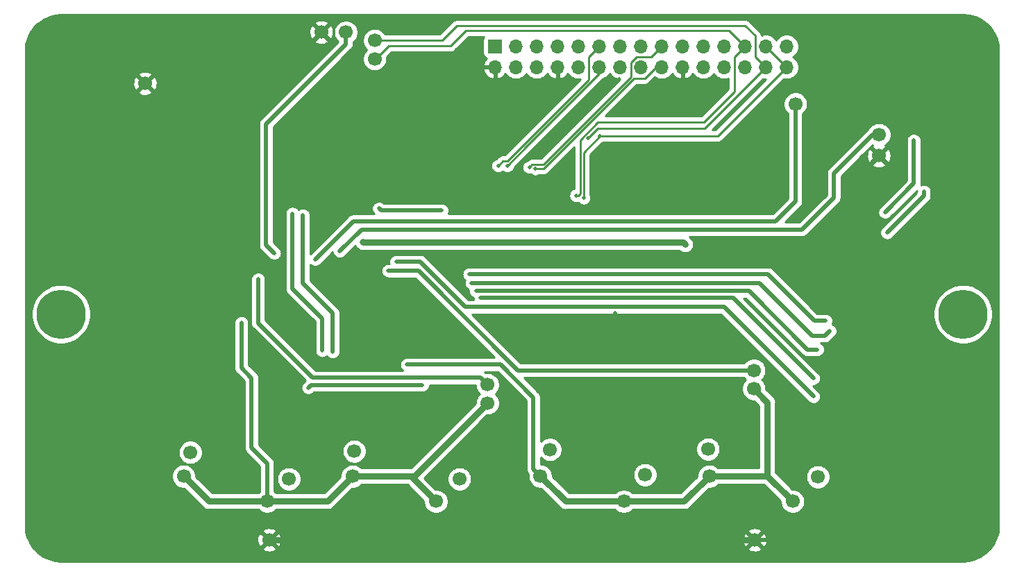
<source format=gbr>
%TF.GenerationSoftware,KiCad,Pcbnew,5.1.10-88a1d61d58~90~ubuntu20.04.1*%
%TF.CreationDate,2021-08-26T11:56:54+08:00*%
%TF.ProjectId,Syrostan-Ext-DIO,5379726f-7374-4616-9e2d-4578742d4449,rev?*%
%TF.SameCoordinates,Original*%
%TF.FileFunction,Copper,L1,Top*%
%TF.FilePolarity,Positive*%
%FSLAX46Y46*%
G04 Gerber Fmt 4.6, Leading zero omitted, Abs format (unit mm)*
G04 Created by KiCad (PCBNEW 5.1.10-88a1d61d58~90~ubuntu20.04.1) date 2021-08-26 11:56:54*
%MOMM*%
%LPD*%
G01*
G04 APERTURE LIST*
%TA.AperFunction,ComponentPad*%
%ADD10C,6.000000*%
%TD*%
%TA.AperFunction,ComponentPad*%
%ADD11O,1.700000X1.700000*%
%TD*%
%TA.AperFunction,ComponentPad*%
%ADD12R,1.700000X1.700000*%
%TD*%
%TA.AperFunction,ComponentPad*%
%ADD13C,1.700000*%
%TD*%
%TA.AperFunction,ViaPad*%
%ADD14C,0.500000*%
%TD*%
%TA.AperFunction,ViaPad*%
%ADD15C,0.800000*%
%TD*%
%TA.AperFunction,Conductor*%
%ADD16C,0.254000*%
%TD*%
%TA.AperFunction,Conductor*%
%ADD17C,0.508000*%
%TD*%
%TA.AperFunction,Conductor*%
%ADD18C,0.762000*%
%TD*%
%TA.AperFunction,Conductor*%
%ADD19C,0.100000*%
%TD*%
G04 APERTURE END LIST*
D10*
%TO.P,REF\u002A\u002A,*%
%TO.N,*%
X210000000Y-104199969D03*
%TD*%
%TO.P,REF\u002A\u002A,*%
%TO.N,*%
X100000000Y-104199969D03*
%TD*%
D11*
%TO.P,J1,30*%
%TO.N,+12V*%
X188489972Y-74072259D03*
%TO.P,J1,29*%
%TO.N,/+3V3MP*%
X188489972Y-71532259D03*
%TO.P,J1,28*%
%TO.N,/IIC_SCL*%
X185949972Y-74072259D03*
%TO.P,J1,27*%
%TO.N,+12V*%
X185949972Y-71532259D03*
%TO.P,J1,26*%
%TO.N,GND*%
X183409972Y-74072259D03*
%TO.P,J1,25*%
%TO.N,/IIC_SDA*%
X183409972Y-71532259D03*
%TO.P,J1,24*%
%TO.N,/LVDS7_P*%
X180869972Y-74072259D03*
%TO.P,J1,23*%
%TO.N,/LVDS7_N*%
X180869972Y-71532259D03*
%TO.P,J1,22*%
%TO.N,/LVDS6_N*%
X178329972Y-74072259D03*
%TO.P,J1,21*%
%TO.N,GND*%
X178329972Y-71532259D03*
%TO.P,J1,20*%
X175789972Y-74072259D03*
%TO.P,J1,19*%
%TO.N,/LVDS6_P*%
X175789972Y-71532259D03*
%TO.P,J1,18*%
%TO.N,/LVDS5_P*%
X173249972Y-74072259D03*
%TO.P,J1,17*%
%TO.N,/LVDS5_N*%
X173249972Y-71532259D03*
%TO.P,J1,16*%
%TO.N,/LVDS4_N*%
X170709972Y-74072259D03*
%TO.P,J1,15*%
%TO.N,GND*%
X170709972Y-71532259D03*
%TO.P,J1,14*%
X168169972Y-74072259D03*
%TO.P,J1,13*%
%TO.N,/LVDS4_P*%
X168169972Y-71532259D03*
%TO.P,J1,12*%
%TO.N,/LVDS3_P*%
X165629972Y-74072259D03*
%TO.P,J1,11*%
%TO.N,/LVDS3_N*%
X165629972Y-71532259D03*
%TO.P,J1,10*%
%TO.N,/LVDS2_N*%
X163089972Y-74072259D03*
%TO.P,J1,9*%
%TO.N,GND*%
X163089972Y-71532259D03*
%TO.P,J1,8*%
X160549972Y-74072259D03*
%TO.P,J1,7*%
%TO.N,/LVDS2_P*%
X160549972Y-71532259D03*
%TO.P,J1,6*%
%TO.N,/LVDS1_P*%
X158009972Y-74072259D03*
%TO.P,J1,5*%
%TO.N,/LVDS1_N*%
X158009972Y-71532259D03*
%TO.P,J1,4*%
%TO.N,/LVDS0_N*%
X155469972Y-74072259D03*
%TO.P,J1,3*%
%TO.N,GND*%
X155469972Y-71532259D03*
%TO.P,J1,2*%
X152929972Y-74072259D03*
D12*
%TO.P,J1,1*%
%TO.N,/LVDS0_P*%
X152929972Y-71532259D03*
%TD*%
D13*
%TO.P,TP30,1*%
%TO.N,GND*%
X184621295Y-131744019D03*
%TD*%
%TO.P,TP29,1*%
%TO.N,GND*%
X125378705Y-131744019D03*
%TD*%
%TO.P,TP28,1*%
%TO.N,/IIC_SCL*%
X138249999Y-70799941D03*
%TD*%
%TO.P,TP27,1*%
%TO.N,/IIC_SDA*%
X138249999Y-73049939D03*
%TD*%
%TO.P,TP26,1*%
%TO.N,/TP_3V3MP*%
X134750001Y-69799940D03*
%TD*%
%TO.P,TP25,1*%
%TO.N,GND*%
X131749999Y-69799940D03*
%TD*%
%TO.P,TP24,1*%
%TO.N,/TP_3V3*%
X189575001Y-78549941D03*
%TD*%
%TO.P,TP23,1*%
%TO.N,GND*%
X199750000Y-84869661D03*
%TD*%
%TO.P,TP22,1*%
%TO.N,GND*%
X110249999Y-76049941D03*
%TD*%
%TO.P,TP21,1*%
%TO.N,/TP_12V*%
X199750000Y-82299941D03*
%TD*%
%TO.P,TP20,1*%
%TO.N,GND2*%
X168632902Y-127038843D03*
%TD*%
%TO.P,TP19,1*%
%TO.N,/TP_5V_2*%
X184500000Y-111049939D03*
%TD*%
%TO.P,TP18,1*%
%TO.N,GND1*%
X145732908Y-127038843D03*
%TD*%
%TO.P,TP17,1*%
%TO.N,/TP_5V_1*%
X151999999Y-112799941D03*
%TD*%
%TO.P,TP16,1*%
%TO.N,GND2*%
X158460068Y-123960013D03*
%TD*%
%TO.P,TP15,1*%
%TO.N,/TP_IO8*%
X192300131Y-124037957D03*
%TD*%
%TO.P,TP14,1*%
%TO.N,GND2*%
X189232908Y-127038843D03*
%TD*%
%TO.P,TP13,1*%
%TO.N,/TP_IO7*%
X178914252Y-120659661D03*
%TD*%
%TO.P,TP12,1*%
%TO.N,GND2*%
X184500000Y-113299940D03*
%TD*%
%TO.P,TP11,1*%
%TO.N,/TP_IO6*%
X171218146Y-123783997D03*
%TD*%
%TO.P,TP10,1*%
%TO.N,GND2*%
X179060001Y-123959939D03*
%TD*%
%TO.P,TP9,1*%
%TO.N,/TP_IO5*%
X159635657Y-120710465D03*
%TD*%
%TO.P,TP8,1*%
%TO.N,GND1*%
X151999999Y-115049939D03*
%TD*%
%TO.P,TP7,1*%
%TO.N,/TP_IO4*%
X148604056Y-124292016D03*
%TD*%
%TO.P,TP6,1*%
%TO.N,GND1*%
X135560057Y-123960013D03*
%TD*%
%TO.P,TP5,1*%
%TO.N,/TP_IO3*%
X135759665Y-120913667D03*
%TD*%
%TO.P,TP4,1*%
%TO.N,GND1*%
X114960000Y-123959939D03*
%TD*%
%TO.P,TP3,1*%
%TO.N,/TP_IO2*%
X127784064Y-124292016D03*
%TD*%
%TO.P,TP2,1*%
%TO.N,GND1*%
X125132902Y-127038843D03*
%TD*%
%TO.P,TP1,1*%
%TO.N,/TP_IO1*%
X115769858Y-121066064D03*
%TD*%
D14*
%TO.N,+12V*%
X165750000Y-82440000D03*
X163736666Y-90023334D03*
%TO.N,/IIC_SCL*%
X164300000Y-82690000D03*
%TO.N,/IIC_SDA*%
X162800000Y-89710000D03*
%TO.N,GND*%
X139000000Y-86000000D03*
D15*
X170000000Y-114250000D03*
D14*
X116350000Y-90850000D03*
X115080000Y-82170000D03*
X113810000Y-82190000D03*
X112540000Y-82210000D03*
X111270000Y-82230000D03*
X110000000Y-82250000D03*
X108730000Y-82270000D03*
X107460000Y-82290000D03*
X106190000Y-82310000D03*
X104920000Y-82330000D03*
X103650000Y-82350000D03*
X126713333Y-86213333D03*
X129250000Y-86250000D03*
X131773333Y-86226667D03*
X160000000Y-107000000D03*
X165000000Y-123000000D03*
X142000000Y-103000000D03*
X136000000Y-77000000D03*
X186000000Y-96000000D03*
X147000000Y-105000000D03*
X115450000Y-98300000D03*
X188700000Y-97070000D03*
X191300000Y-97210000D03*
X119910000Y-112880000D03*
X136060000Y-114240000D03*
X130000002Y-105150000D03*
X169355000Y-96665000D03*
X174810000Y-97440000D03*
X167535031Y-104034010D03*
X116970000Y-101800000D03*
X116990000Y-105170000D03*
X108870000Y-92250000D03*
X183670000Y-90960000D03*
X158660000Y-96669969D03*
X150740000Y-79130000D03*
X163820000Y-78890000D03*
X166950000Y-84140000D03*
X170080000Y-88960000D03*
X183740000Y-77610000D03*
X179830000Y-81540000D03*
X151260000Y-82190000D03*
X177000000Y-91199969D03*
X170370000Y-76789969D03*
X159570000Y-76999969D03*
X176810000Y-76399969D03*
%TO.N,/LVDS5_N*%
X157120000Y-86270000D03*
%TO.N,/LVDS5_P*%
X157860000Y-86450000D03*
%TO.N,/LVDS3_N*%
X153310000Y-86080000D03*
%TO.N,/LVDS3_P*%
X154410000Y-86090000D03*
%TO.N,+3V3*%
X130150000Y-113160000D03*
X144050000Y-112840000D03*
X146430000Y-91540000D03*
X138768333Y-91301667D03*
D15*
%TO.N,/HSADC*%
X136820000Y-95409969D03*
X176120000Y-95679969D03*
D14*
%TO.N,/TP_12V*%
X134000000Y-96500000D03*
%TO.N,/TP_3V3*%
X131000000Y-97500000D03*
%TO.N,/TP_3V3MP*%
X126000000Y-96750000D03*
%TO.N,/MCU_IO0*%
X191750000Y-114250000D03*
X140880000Y-97799969D03*
%TO.N,/TP_5V_1*%
X124040000Y-99940000D03*
%TO.N,/TP_5V_2*%
X139930000Y-98899969D03*
%TO.N,GND1*%
X123250000Y-112000000D03*
X122000000Y-105250000D03*
%TO.N,GND2*%
X142190000Y-110350000D03*
%TO.N,/MCU_IO4*%
X129510000Y-92120000D03*
X133130000Y-108780000D03*
%TO.N,/MCU_IO5*%
X128220000Y-91910000D03*
X131860000Y-108630000D03*
%TO.N,/MCU_IO9*%
X193250002Y-105000000D03*
X149790000Y-99330000D03*
%TO.N,/MCU_IO8*%
X150080000Y-100400000D03*
X193750000Y-106250000D03*
%TO.N,/MCU_IO7*%
X192250000Y-108500000D03*
X150600000Y-101380000D03*
%TO.N,/MCU_IO6*%
X191750000Y-112026668D03*
X151170000Y-102220000D03*
%TO.N,Net-(J6-Pad1)*%
X205250000Y-89250000D03*
X200750000Y-94250000D03*
%TO.N,Net-(J7-Pad1)*%
X204000000Y-83000000D03*
X200500000Y-91750000D03*
%TD*%
D16*
%TO.N,+12V*%
X180122231Y-82440000D02*
X188489972Y-74072259D01*
X165750000Y-82440000D02*
X180122231Y-82440000D01*
X185949972Y-71532259D02*
X188489972Y-74072259D01*
X163736666Y-84453334D02*
X165750000Y-82440000D01*
X163736666Y-90023334D02*
X163736666Y-84453334D01*
%TO.N,/IIC_SCL*%
X185949972Y-74072259D02*
X178502231Y-81520000D01*
X178502231Y-81520000D02*
X165470000Y-81520000D01*
X165470000Y-81520000D02*
X164300000Y-82690000D01*
X184650000Y-72772287D02*
X185949972Y-74072259D01*
X184650000Y-70220000D02*
X184650000Y-72772287D01*
X183429969Y-68999969D02*
X184650000Y-70220000D01*
X146470059Y-70799941D02*
X148270031Y-68999969D01*
X148270031Y-68999969D02*
X183429969Y-68999969D01*
X138249999Y-70799941D02*
X146470059Y-70799941D01*
%TO.N,/IIC_SDA*%
X163050000Y-89710000D02*
X162800000Y-89710000D01*
X163310000Y-82950000D02*
X163310000Y-89450000D01*
X163310000Y-89450000D02*
X163050000Y-89710000D01*
X165470000Y-80790000D02*
X163310000Y-82950000D01*
X178410000Y-80790000D02*
X165470000Y-80790000D01*
X182140000Y-77060000D02*
X178410000Y-80790000D01*
X182140000Y-72802231D02*
X182140000Y-77060000D01*
X183409972Y-71532259D02*
X182140000Y-72802231D01*
X181457713Y-69580000D02*
X183409972Y-71532259D01*
X149390000Y-69580000D02*
X181457713Y-69580000D01*
X147490031Y-71479969D02*
X149390000Y-69580000D01*
X139960000Y-71479969D02*
X147490031Y-71479969D01*
X138390030Y-73049939D02*
X139960000Y-71479969D01*
X138249999Y-73049939D02*
X138390030Y-73049939D01*
D17*
%TO.N,GND*%
X199750000Y-84869661D02*
X196250000Y-88369661D01*
X196250000Y-128750000D02*
X193255981Y-131744019D01*
X196250000Y-88369661D02*
X196250000Y-128750000D01*
X193255981Y-131744019D02*
X184621295Y-131744019D01*
D18*
X125378705Y-131744019D02*
X184621295Y-131744019D01*
D16*
%TO.N,/LVDS5_N*%
X171992231Y-72790000D02*
X173249972Y-71532259D01*
X170220000Y-72790000D02*
X171992231Y-72790000D01*
X169500000Y-73510000D02*
X170220000Y-72790000D01*
X169500000Y-75282231D02*
X169500000Y-73510000D01*
X158842231Y-85940000D02*
X169500000Y-75282231D01*
X157864001Y-85945999D02*
X157444001Y-85945999D01*
X157444001Y-85945999D02*
X157120000Y-86270000D01*
X157870000Y-85940000D02*
X157864001Y-85945999D01*
X158842231Y-85940000D02*
X157870000Y-85940000D01*
%TO.N,/LVDS5_P*%
X172527741Y-74072259D02*
X173249972Y-74072259D01*
X171180000Y-75420000D02*
X172527741Y-74072259D01*
X169901047Y-75420000D02*
X171180000Y-75420000D01*
X158871047Y-86450000D02*
X169901047Y-75420000D01*
X157860000Y-86450000D02*
X158871047Y-86450000D01*
%TO.N,/LVDS3_N*%
X154430000Y-85520000D02*
X164350000Y-75600000D01*
X164350000Y-72812231D02*
X165629972Y-71532259D01*
X164350000Y-75600000D02*
X164350000Y-72812231D01*
X153870000Y-85520000D02*
X154430000Y-85520000D01*
X153310000Y-86080000D02*
X153870000Y-85520000D01*
%TO.N,/LVDS3_P*%
X154410000Y-86090000D02*
X154410000Y-86090000D01*
X156854602Y-83645399D02*
X154410000Y-86090000D01*
X165629972Y-74870028D02*
X156854602Y-83645399D01*
X165629972Y-74072259D02*
X165629972Y-74870028D01*
D17*
%TO.N,+3V3*%
X130150000Y-113160000D02*
X130470000Y-112840000D01*
X130470000Y-112840000D02*
X144050000Y-112840000D01*
X139006666Y-91540000D02*
X138768333Y-91301667D01*
X146430000Y-91540000D02*
X139006666Y-91540000D01*
D18*
%TO.N,/HSADC*%
X136820000Y-95409969D02*
X175850000Y-95409969D01*
X175850000Y-95409969D02*
X176120000Y-95679969D01*
X176120000Y-95679969D02*
X176120000Y-95679969D01*
D17*
%TO.N,/TP_12V*%
X134000000Y-96500000D02*
X134000000Y-96500000D01*
X198950059Y-82299941D02*
X199750000Y-82299941D01*
X194250000Y-90000000D02*
X194250000Y-87000000D01*
X190390031Y-93859969D02*
X194250000Y-90000000D01*
X194250000Y-87000000D02*
X198950059Y-82299941D01*
X136640031Y-93859969D02*
X190390031Y-93859969D01*
X134000000Y-96500000D02*
X136640031Y-93859969D01*
%TO.N,/TP_3V3*%
X131000000Y-97500000D02*
X131000000Y-97500000D01*
X187150031Y-92849969D02*
X135650031Y-92849969D01*
X135650031Y-92849969D02*
X131000000Y-97500000D01*
X189575001Y-90424999D02*
X187150031Y-92849969D01*
X189575001Y-78549941D02*
X189575001Y-90424999D01*
%TO.N,/TP_3V3MP*%
X126000000Y-96750000D02*
X126000000Y-96750000D01*
X134750001Y-69799940D02*
X134750001Y-71249999D01*
X134750001Y-71249999D02*
X125000000Y-81000000D01*
X125000000Y-81000000D02*
X125000000Y-95750000D01*
X125000000Y-95750000D02*
X126000000Y-96750000D01*
%TO.N,/MCU_IO0*%
X191750000Y-114250000D02*
X180830000Y-103330000D01*
X180830000Y-103330000D02*
X149300002Y-103330000D01*
X149300002Y-103330000D02*
X143769971Y-97799969D01*
X143769971Y-97799969D02*
X140880000Y-97799969D01*
%TO.N,/TP_5V_1*%
X151999999Y-112799941D02*
X151150000Y-111949942D01*
X151150000Y-111949942D02*
X130699942Y-111949942D01*
X130699942Y-111949942D02*
X124040000Y-105290000D01*
X124040000Y-105290000D02*
X124040000Y-99940000D01*
%TO.N,/TP_5V_2*%
X184500000Y-111049939D02*
X155729939Y-111049939D01*
X155729939Y-111049939D02*
X143579969Y-98899969D01*
X143579969Y-98899969D02*
X139930000Y-98899969D01*
D18*
%TO.N,GND1*%
X132481227Y-127038843D02*
X125132902Y-127038843D01*
X135560057Y-123960013D02*
X132481227Y-127038843D01*
X142654078Y-123960013D02*
X145732908Y-127038843D01*
X135560057Y-123960013D02*
X142654078Y-123960013D01*
X143089925Y-123960013D02*
X142654078Y-123960013D01*
X151999999Y-115049939D02*
X143089925Y-123960013D01*
X118038904Y-127038843D02*
X114960000Y-123959939D01*
X125132902Y-127038843D02*
X118038904Y-127038843D01*
D17*
X123250000Y-112000000D02*
X123250000Y-112000000D01*
X122000000Y-110750000D02*
X122000000Y-105250000D01*
X123250000Y-112000000D02*
X122000000Y-110750000D01*
X123250000Y-120500000D02*
X123250000Y-112000000D01*
X125132902Y-122382902D02*
X123250000Y-120500000D01*
X125132902Y-127038843D02*
X125132902Y-122382902D01*
D18*
%TO.N,GND2*%
X175981097Y-127038843D02*
X179060001Y-123959939D01*
X168632902Y-127038843D02*
X175981097Y-127038843D01*
X186154004Y-123959939D02*
X189232908Y-127038843D01*
X179060001Y-123959939D02*
X186154004Y-123959939D01*
X161538898Y-127038843D02*
X158460068Y-123960013D01*
X168632902Y-127038843D02*
X161538898Y-127038843D01*
X186154004Y-114953944D02*
X184500000Y-113299940D01*
X186154004Y-123959939D02*
X186154004Y-114953944D01*
D17*
X157610069Y-123110014D02*
X157610069Y-114360069D01*
X157610069Y-114360069D02*
X153600000Y-110350000D01*
X158460068Y-123960013D02*
X157610069Y-123110014D01*
X153600000Y-110350000D02*
X142190000Y-110350000D01*
%TO.N,/MCU_IO4*%
X129510000Y-92120000D02*
X129510000Y-92120000D01*
X129510000Y-92120000D02*
X129510000Y-100450000D01*
X129510000Y-100450000D02*
X133130000Y-104070000D01*
X133130000Y-104070000D02*
X133130000Y-108780000D01*
%TO.N,/MCU_IO5*%
X128220000Y-91910000D02*
X128220000Y-91910000D01*
X131860000Y-104710000D02*
X131860000Y-108630000D01*
X128220000Y-101070000D02*
X131860000Y-104710000D01*
X128220000Y-91910000D02*
X128220000Y-101070000D01*
%TO.N,/MCU_IO9*%
X186190031Y-99330000D02*
X149790000Y-99330000D01*
X191860031Y-105000000D02*
X186190031Y-99330000D01*
X193250002Y-105000000D02*
X191860031Y-105000000D01*
%TO.N,/MCU_IO8*%
X150080031Y-100399969D02*
X150080000Y-100400000D01*
X185149969Y-100399969D02*
X150080031Y-100399969D01*
X191579969Y-106829969D02*
X185149969Y-100399969D01*
X193170031Y-106829969D02*
X191579969Y-106829969D01*
X193750000Y-106250000D02*
X193170031Y-106829969D01*
%TO.N,/MCU_IO7*%
X150600031Y-101379969D02*
X150600000Y-101380000D01*
X183879969Y-101379969D02*
X150600031Y-101379969D01*
X191000000Y-108500000D02*
X183879969Y-101379969D01*
X192250000Y-108500000D02*
X191000000Y-108500000D01*
%TO.N,/MCU_IO6*%
X191750000Y-112026668D02*
X181943332Y-102220000D01*
X181943332Y-102220000D02*
X151170000Y-102220000D01*
%TO.N,Net-(J6-Pad1)*%
X200750000Y-94250000D02*
X205250000Y-89750000D01*
X205250000Y-89750000D02*
X205250000Y-89250000D01*
%TO.N,Net-(J7-Pad1)*%
X200500000Y-91750000D02*
X204000000Y-88250000D01*
X204000000Y-88250000D02*
X204000000Y-83000000D01*
%TD*%
D16*
%TO.N,GND*%
X210768083Y-67731173D02*
X211511891Y-67934656D01*
X212207905Y-68266638D01*
X212834130Y-68716626D01*
X213370777Y-69270403D01*
X213800871Y-69910451D01*
X214110829Y-70616553D01*
X214292065Y-71371457D01*
X214340001Y-72024220D01*
X214340000Y-129970608D01*
X214268827Y-130768083D01*
X214065344Y-131511890D01*
X213733363Y-132207904D01*
X213283374Y-132834130D01*
X212729597Y-133370777D01*
X212089549Y-133800871D01*
X211383447Y-134110829D01*
X210628543Y-134292065D01*
X209975793Y-134340000D01*
X100029392Y-134340000D01*
X99231917Y-134268827D01*
X98488110Y-134065344D01*
X97792096Y-133733363D01*
X97165870Y-133283374D01*
X96670718Y-132772416D01*
X124529913Y-132772416D01*
X124607548Y-133021491D01*
X124871588Y-133147390D01*
X125155116Y-133219358D01*
X125447236Y-133234630D01*
X125736724Y-133192618D01*
X126012452Y-133094938D01*
X126149862Y-133021491D01*
X126227497Y-132772416D01*
X183772503Y-132772416D01*
X183850138Y-133021491D01*
X184114178Y-133147390D01*
X184397706Y-133219358D01*
X184689826Y-133234630D01*
X184979314Y-133192618D01*
X185255042Y-133094938D01*
X185392452Y-133021491D01*
X185470087Y-132772416D01*
X184621295Y-131923624D01*
X183772503Y-132772416D01*
X126227497Y-132772416D01*
X125378705Y-131923624D01*
X124529913Y-132772416D01*
X96670718Y-132772416D01*
X96629223Y-132729597D01*
X96199129Y-132089549D01*
X96077535Y-131812550D01*
X123888094Y-131812550D01*
X123930106Y-132102038D01*
X124027786Y-132377766D01*
X124101233Y-132515176D01*
X124350308Y-132592811D01*
X125199100Y-131744019D01*
X125558310Y-131744019D01*
X126407102Y-132592811D01*
X126656177Y-132515176D01*
X126782076Y-132251136D01*
X126854044Y-131967608D01*
X126862150Y-131812550D01*
X183130684Y-131812550D01*
X183172696Y-132102038D01*
X183270376Y-132377766D01*
X183343823Y-132515176D01*
X183592898Y-132592811D01*
X184441690Y-131744019D01*
X184800900Y-131744019D01*
X185649692Y-132592811D01*
X185898767Y-132515176D01*
X186024666Y-132251136D01*
X186096634Y-131967608D01*
X186111906Y-131675488D01*
X186069894Y-131386000D01*
X185972214Y-131110272D01*
X185898767Y-130972862D01*
X185649692Y-130895227D01*
X184800900Y-131744019D01*
X184441690Y-131744019D01*
X183592898Y-130895227D01*
X183343823Y-130972862D01*
X183217924Y-131236902D01*
X183145956Y-131520430D01*
X183130684Y-131812550D01*
X126862150Y-131812550D01*
X126869316Y-131675488D01*
X126827304Y-131386000D01*
X126729624Y-131110272D01*
X126656177Y-130972862D01*
X126407102Y-130895227D01*
X125558310Y-131744019D01*
X125199100Y-131744019D01*
X124350308Y-130895227D01*
X124101233Y-130972862D01*
X123975334Y-131236902D01*
X123903366Y-131520430D01*
X123888094Y-131812550D01*
X96077535Y-131812550D01*
X95889171Y-131383447D01*
X95728841Y-130715622D01*
X124529913Y-130715622D01*
X125378705Y-131564414D01*
X126227497Y-130715622D01*
X183772503Y-130715622D01*
X184621295Y-131564414D01*
X185470087Y-130715622D01*
X185392452Y-130466547D01*
X185128412Y-130340648D01*
X184844884Y-130268680D01*
X184552764Y-130253408D01*
X184263276Y-130295420D01*
X183987548Y-130393100D01*
X183850138Y-130466547D01*
X183772503Y-130715622D01*
X126227497Y-130715622D01*
X126149862Y-130466547D01*
X125885822Y-130340648D01*
X125602294Y-130268680D01*
X125310174Y-130253408D01*
X125020686Y-130295420D01*
X124744958Y-130393100D01*
X124607548Y-130466547D01*
X124529913Y-130715622D01*
X95728841Y-130715622D01*
X95707935Y-130628543D01*
X95660000Y-129975793D01*
X95660000Y-123813679D01*
X113475000Y-123813679D01*
X113475000Y-124106199D01*
X113532068Y-124393097D01*
X113644010Y-124663350D01*
X113806525Y-124906571D01*
X114013368Y-125113414D01*
X114256589Y-125275929D01*
X114526842Y-125387871D01*
X114813740Y-125444939D01*
X115008160Y-125444939D01*
X117285196Y-127721976D01*
X117317008Y-127760739D01*
X117471714Y-127887703D01*
X117648215Y-127982044D01*
X117648217Y-127982045D01*
X117839733Y-128040141D01*
X118038904Y-128059758D01*
X118088806Y-128054843D01*
X124048795Y-128054843D01*
X124186270Y-128192318D01*
X124429491Y-128354833D01*
X124699744Y-128466775D01*
X124986642Y-128523843D01*
X125279162Y-128523843D01*
X125566060Y-128466775D01*
X125836313Y-128354833D01*
X126079534Y-128192318D01*
X126217009Y-128054843D01*
X132431325Y-128054843D01*
X132481227Y-128059758D01*
X132531129Y-128054843D01*
X132680398Y-128040141D01*
X132871914Y-127982045D01*
X133048417Y-127887703D01*
X133203123Y-127760739D01*
X133234939Y-127721971D01*
X135511898Y-125445013D01*
X135706317Y-125445013D01*
X135993215Y-125387945D01*
X136263468Y-125276003D01*
X136506689Y-125113488D01*
X136644164Y-124976013D01*
X142233238Y-124976013D01*
X144247908Y-126990684D01*
X144247908Y-127185103D01*
X144304976Y-127472001D01*
X144416918Y-127742254D01*
X144579433Y-127985475D01*
X144786276Y-128192318D01*
X145029497Y-128354833D01*
X145299750Y-128466775D01*
X145586648Y-128523843D01*
X145879168Y-128523843D01*
X146166066Y-128466775D01*
X146436319Y-128354833D01*
X146679540Y-128192318D01*
X146886383Y-127985475D01*
X147048898Y-127742254D01*
X147160840Y-127472001D01*
X147217908Y-127185103D01*
X147217908Y-126892583D01*
X147160840Y-126605685D01*
X147048898Y-126335432D01*
X146886383Y-126092211D01*
X146679540Y-125885368D01*
X146436319Y-125722853D01*
X146166066Y-125610911D01*
X145879168Y-125553843D01*
X145684749Y-125553843D01*
X144308842Y-124177936D01*
X144341022Y-124145756D01*
X147119056Y-124145756D01*
X147119056Y-124438276D01*
X147176124Y-124725174D01*
X147288066Y-124995427D01*
X147450581Y-125238648D01*
X147657424Y-125445491D01*
X147900645Y-125608006D01*
X148170898Y-125719948D01*
X148457796Y-125777016D01*
X148750316Y-125777016D01*
X149037214Y-125719948D01*
X149307467Y-125608006D01*
X149550688Y-125445491D01*
X149757531Y-125238648D01*
X149920046Y-124995427D01*
X150031988Y-124725174D01*
X150089056Y-124438276D01*
X150089056Y-124145756D01*
X150031988Y-123858858D01*
X149920046Y-123588605D01*
X149757531Y-123345384D01*
X149550688Y-123138541D01*
X149307467Y-122976026D01*
X149037214Y-122864084D01*
X148750316Y-122807016D01*
X148457796Y-122807016D01*
X148170898Y-122864084D01*
X147900645Y-122976026D01*
X147657424Y-123138541D01*
X147450581Y-123345384D01*
X147288066Y-123588605D01*
X147176124Y-123858858D01*
X147119056Y-124145756D01*
X144341022Y-124145756D01*
X151951840Y-116534939D01*
X152146259Y-116534939D01*
X152433157Y-116477871D01*
X152703410Y-116365929D01*
X152946631Y-116203414D01*
X153153474Y-115996571D01*
X153315989Y-115753350D01*
X153427931Y-115483097D01*
X153484999Y-115196199D01*
X153484999Y-114903679D01*
X153427931Y-114616781D01*
X153315989Y-114346528D01*
X153153474Y-114103307D01*
X152975107Y-113924940D01*
X153153474Y-113746573D01*
X153315989Y-113503352D01*
X153427931Y-113233099D01*
X153484999Y-112946201D01*
X153484999Y-112653681D01*
X153427931Y-112366783D01*
X153315989Y-112096530D01*
X153153474Y-111853309D01*
X152946631Y-111646466D01*
X152703410Y-111483951D01*
X152433157Y-111372009D01*
X152146259Y-111314941D01*
X151853739Y-111314941D01*
X151789417Y-111327736D01*
X151781659Y-111318283D01*
X151685053Y-111239000D01*
X153231765Y-111239000D01*
X156721070Y-114728306D01*
X156721069Y-123066354D01*
X156716769Y-123110014D01*
X156721069Y-123153674D01*
X156721069Y-123153680D01*
X156733933Y-123284287D01*
X156784766Y-123451864D01*
X156867316Y-123606304D01*
X156978410Y-123741673D01*
X156987863Y-123749431D01*
X156975068Y-123813753D01*
X156975068Y-124106273D01*
X157032136Y-124393171D01*
X157144078Y-124663424D01*
X157306593Y-124906645D01*
X157513436Y-125113488D01*
X157756657Y-125276003D01*
X158026910Y-125387945D01*
X158313808Y-125445013D01*
X158508228Y-125445013D01*
X160785190Y-127721976D01*
X160817002Y-127760739D01*
X160971708Y-127887703D01*
X161148211Y-127982045D01*
X161339727Y-128040141D01*
X161538897Y-128059758D01*
X161588799Y-128054843D01*
X167548795Y-128054843D01*
X167686270Y-128192318D01*
X167929491Y-128354833D01*
X168199744Y-128466775D01*
X168486642Y-128523843D01*
X168779162Y-128523843D01*
X169066060Y-128466775D01*
X169336313Y-128354833D01*
X169579534Y-128192318D01*
X169717009Y-128054843D01*
X175931195Y-128054843D01*
X175981097Y-128059758D01*
X176030999Y-128054843D01*
X176180268Y-128040141D01*
X176371784Y-127982045D01*
X176548287Y-127887703D01*
X176702993Y-127760739D01*
X176734809Y-127721971D01*
X179011842Y-125444939D01*
X179206261Y-125444939D01*
X179493159Y-125387871D01*
X179763412Y-125275929D01*
X180006633Y-125113414D01*
X180144108Y-124975939D01*
X185733164Y-124975939D01*
X187747908Y-126990684D01*
X187747908Y-127185103D01*
X187804976Y-127472001D01*
X187916918Y-127742254D01*
X188079433Y-127985475D01*
X188286276Y-128192318D01*
X188529497Y-128354833D01*
X188799750Y-128466775D01*
X189086648Y-128523843D01*
X189379168Y-128523843D01*
X189666066Y-128466775D01*
X189936319Y-128354833D01*
X190179540Y-128192318D01*
X190386383Y-127985475D01*
X190548898Y-127742254D01*
X190660840Y-127472001D01*
X190717908Y-127185103D01*
X190717908Y-126892583D01*
X190660840Y-126605685D01*
X190548898Y-126335432D01*
X190386383Y-126092211D01*
X190179540Y-125885368D01*
X189936319Y-125722853D01*
X189666066Y-125610911D01*
X189379168Y-125553843D01*
X189184749Y-125553843D01*
X187522603Y-123891697D01*
X190815131Y-123891697D01*
X190815131Y-124184217D01*
X190872199Y-124471115D01*
X190984141Y-124741368D01*
X191146656Y-124984589D01*
X191353499Y-125191432D01*
X191596720Y-125353947D01*
X191866973Y-125465889D01*
X192153871Y-125522957D01*
X192446391Y-125522957D01*
X192733289Y-125465889D01*
X193003542Y-125353947D01*
X193246763Y-125191432D01*
X193453606Y-124984589D01*
X193616121Y-124741368D01*
X193728063Y-124471115D01*
X193785131Y-124184217D01*
X193785131Y-123891697D01*
X193728063Y-123604799D01*
X193616121Y-123334546D01*
X193453606Y-123091325D01*
X193246763Y-122884482D01*
X193003542Y-122721967D01*
X192733289Y-122610025D01*
X192446391Y-122552957D01*
X192153871Y-122552957D01*
X191866973Y-122610025D01*
X191596720Y-122721967D01*
X191353499Y-122884482D01*
X191146656Y-123091325D01*
X190984141Y-123334546D01*
X190872199Y-123604799D01*
X190815131Y-123891697D01*
X187522603Y-123891697D01*
X187170004Y-123539099D01*
X187170004Y-115003846D01*
X187174919Y-114953944D01*
X187155302Y-114754773D01*
X187097206Y-114563256D01*
X187054174Y-114482750D01*
X187002864Y-114386754D01*
X186875900Y-114232048D01*
X186837137Y-114200236D01*
X185985000Y-113348100D01*
X185985000Y-113153680D01*
X185927932Y-112866782D01*
X185815990Y-112596529D01*
X185653475Y-112353308D01*
X185475107Y-112174940D01*
X185653475Y-111996571D01*
X185815990Y-111753350D01*
X185927932Y-111483097D01*
X185985000Y-111196199D01*
X185985000Y-110903679D01*
X185927932Y-110616781D01*
X185815990Y-110346528D01*
X185653475Y-110103307D01*
X185446632Y-109896464D01*
X185203411Y-109733949D01*
X184933158Y-109622007D01*
X184646260Y-109564939D01*
X184353740Y-109564939D01*
X184066842Y-109622007D01*
X183796589Y-109733949D01*
X183553368Y-109896464D01*
X183346525Y-110103307D01*
X183308017Y-110160939D01*
X156098174Y-110160939D01*
X150156235Y-104219000D01*
X180461765Y-104219000D01*
X191152259Y-114909495D01*
X191183804Y-114935383D01*
X191185845Y-114937424D01*
X191188245Y-114939028D01*
X191253708Y-114992751D01*
X191328391Y-115032671D01*
X191330795Y-115034277D01*
X191333466Y-115035383D01*
X191408147Y-115075302D01*
X191489190Y-115099886D01*
X191491855Y-115100990D01*
X191494684Y-115101553D01*
X191575724Y-115126136D01*
X191660001Y-115134436D01*
X191662835Y-115135000D01*
X191665725Y-115135000D01*
X191749999Y-115143300D01*
X191834273Y-115135000D01*
X191837165Y-115135000D01*
X191840001Y-115134436D01*
X191924274Y-115126136D01*
X192005312Y-115101554D01*
X192008145Y-115100990D01*
X192010814Y-115099885D01*
X192091852Y-115075302D01*
X192166530Y-115035385D01*
X192169205Y-115034277D01*
X192171613Y-115032668D01*
X192246291Y-114992751D01*
X192311750Y-114939031D01*
X192314155Y-114937424D01*
X192316200Y-114935379D01*
X192381659Y-114881659D01*
X192435379Y-114816200D01*
X192437424Y-114814155D01*
X192439031Y-114811750D01*
X192492751Y-114746291D01*
X192532668Y-114671613D01*
X192534277Y-114669205D01*
X192535385Y-114666530D01*
X192575302Y-114591852D01*
X192599885Y-114510814D01*
X192600990Y-114508145D01*
X192601554Y-114505312D01*
X192626136Y-114424274D01*
X192634436Y-114340001D01*
X192635000Y-114337165D01*
X192635000Y-114334273D01*
X192643300Y-114249999D01*
X192635000Y-114165725D01*
X192635000Y-114162835D01*
X192634436Y-114160001D01*
X192626136Y-114075724D01*
X192601553Y-113994684D01*
X192600990Y-113991855D01*
X192599886Y-113989190D01*
X192575302Y-113908147D01*
X192535383Y-113833466D01*
X192534277Y-113830795D01*
X192532671Y-113828391D01*
X192492751Y-113753708D01*
X192439028Y-113688245D01*
X192437424Y-113685845D01*
X192435383Y-113683804D01*
X192409495Y-113652259D01*
X191669251Y-112912015D01*
X191750000Y-112919968D01*
X191834274Y-112911668D01*
X191837165Y-112911668D01*
X191840000Y-112911104D01*
X191924275Y-112902804D01*
X192005313Y-112878221D01*
X192008145Y-112877658D01*
X192010812Y-112876553D01*
X192091852Y-112851970D01*
X192166534Y-112812051D01*
X192169205Y-112810945D01*
X192171609Y-112809339D01*
X192246291Y-112769420D01*
X192311753Y-112715697D01*
X192314155Y-112714092D01*
X192316197Y-112712050D01*
X192381659Y-112658327D01*
X192435382Y-112592865D01*
X192437424Y-112590823D01*
X192439029Y-112588421D01*
X192492752Y-112522959D01*
X192532671Y-112448277D01*
X192534277Y-112445873D01*
X192535383Y-112443202D01*
X192575302Y-112368520D01*
X192599885Y-112287480D01*
X192600990Y-112284813D01*
X192601553Y-112281981D01*
X192626136Y-112200943D01*
X192634436Y-112116668D01*
X192635000Y-112113833D01*
X192635000Y-112110942D01*
X192643300Y-112026668D01*
X192635000Y-111942394D01*
X192635000Y-111939503D01*
X192634436Y-111936668D01*
X192626136Y-111852393D01*
X192601553Y-111771353D01*
X192600990Y-111768523D01*
X192599886Y-111765857D01*
X192575302Y-111684815D01*
X192535382Y-111610130D01*
X192534277Y-111607463D01*
X192532673Y-111605063D01*
X192492752Y-111530376D01*
X192439026Y-111464911D01*
X192437424Y-111462513D01*
X192435385Y-111460474D01*
X192409495Y-111428927D01*
X183249536Y-102268969D01*
X183511734Y-102268969D01*
X190340501Y-109097736D01*
X190368341Y-109131659D01*
X190503709Y-109242753D01*
X190658149Y-109325303D01*
X190720297Y-109344155D01*
X190825724Y-109376136D01*
X190858924Y-109379406D01*
X190956333Y-109389000D01*
X190956339Y-109389000D01*
X190999999Y-109393300D01*
X191043659Y-109389000D01*
X192293667Y-109389000D01*
X192334279Y-109385000D01*
X192337165Y-109385000D01*
X192339996Y-109384437D01*
X192424274Y-109376136D01*
X192505315Y-109351553D01*
X192508145Y-109350990D01*
X192510810Y-109349886D01*
X192591851Y-109325303D01*
X192666540Y-109285381D01*
X192669205Y-109284277D01*
X192671604Y-109282674D01*
X192746291Y-109242753D01*
X192811757Y-109189026D01*
X192814155Y-109187424D01*
X192816195Y-109185384D01*
X192881659Y-109131659D01*
X192935384Y-109066195D01*
X192937424Y-109064155D01*
X192939026Y-109061757D01*
X192992753Y-108996291D01*
X193032674Y-108921604D01*
X193034277Y-108919205D01*
X193035381Y-108916540D01*
X193075303Y-108841851D01*
X193099886Y-108760810D01*
X193100990Y-108758145D01*
X193101553Y-108755315D01*
X193126136Y-108674274D01*
X193134437Y-108589996D01*
X193135000Y-108587165D01*
X193135000Y-108584279D01*
X193143301Y-108500000D01*
X193135000Y-108415721D01*
X193135000Y-108412835D01*
X193134437Y-108410004D01*
X193126136Y-108325726D01*
X193101553Y-108244685D01*
X193100990Y-108241855D01*
X193099886Y-108239190D01*
X193075303Y-108158149D01*
X193035381Y-108083460D01*
X193034277Y-108080795D01*
X193032674Y-108078396D01*
X192992753Y-108003709D01*
X192939026Y-107938243D01*
X192937424Y-107935845D01*
X192935384Y-107933805D01*
X192881659Y-107868341D01*
X192816195Y-107814616D01*
X192814155Y-107812576D01*
X192811757Y-107810974D01*
X192746291Y-107757247D01*
X192674678Y-107718969D01*
X193126371Y-107718969D01*
X193170031Y-107723269D01*
X193213691Y-107718969D01*
X193213698Y-107718969D01*
X193344305Y-107706105D01*
X193511882Y-107655272D01*
X193666322Y-107572722D01*
X193801690Y-107461628D01*
X193829530Y-107427705D01*
X194409495Y-106847740D01*
X194435382Y-106816197D01*
X194437424Y-106814155D01*
X194439029Y-106811753D01*
X194492752Y-106746292D01*
X194532673Y-106671605D01*
X194534277Y-106669205D01*
X194535382Y-106666538D01*
X194575302Y-106591853D01*
X194599886Y-106510811D01*
X194600990Y-106508145D01*
X194601553Y-106505315D01*
X194626136Y-106424275D01*
X194634436Y-106340000D01*
X194635000Y-106337165D01*
X194635000Y-106334275D01*
X194643300Y-106250001D01*
X194635000Y-106165727D01*
X194635000Y-106162835D01*
X194634436Y-106159999D01*
X194626136Y-106075726D01*
X194601554Y-105994688D01*
X194600990Y-105991855D01*
X194599885Y-105989186D01*
X194575302Y-105908148D01*
X194535383Y-105833466D01*
X194534277Y-105830795D01*
X194532671Y-105828391D01*
X194492752Y-105753709D01*
X194439029Y-105688247D01*
X194437424Y-105685845D01*
X194435382Y-105683803D01*
X194381659Y-105618341D01*
X194316197Y-105564618D01*
X194314155Y-105562576D01*
X194311753Y-105560971D01*
X194246291Y-105507248D01*
X194171609Y-105467329D01*
X194169205Y-105465723D01*
X194166534Y-105464617D01*
X194091852Y-105424698D01*
X194039509Y-105408820D01*
X194075305Y-105341851D01*
X194099888Y-105260810D01*
X194100992Y-105258145D01*
X194101555Y-105255315D01*
X194126138Y-105174274D01*
X194134439Y-105089996D01*
X194135002Y-105087165D01*
X194135002Y-105084279D01*
X194143303Y-105000000D01*
X194135002Y-104915721D01*
X194135002Y-104912835D01*
X194134439Y-104910004D01*
X194126138Y-104825726D01*
X194101555Y-104744685D01*
X194100992Y-104741855D01*
X194099888Y-104739190D01*
X194075305Y-104658149D01*
X194035383Y-104583460D01*
X194034279Y-104580795D01*
X194032676Y-104578396D01*
X193992755Y-104503709D01*
X193939028Y-104438243D01*
X193937426Y-104435845D01*
X193935386Y-104433805D01*
X193881661Y-104368341D01*
X193816197Y-104314616D01*
X193814157Y-104312576D01*
X193811759Y-104310974D01*
X193746293Y-104257247D01*
X193671606Y-104217326D01*
X193669207Y-104215723D01*
X193666542Y-104214619D01*
X193591853Y-104174697D01*
X193510812Y-104150114D01*
X193508147Y-104149010D01*
X193505317Y-104148447D01*
X193424276Y-104123864D01*
X193339998Y-104115563D01*
X193337167Y-104115000D01*
X193334281Y-104115000D01*
X193293669Y-104111000D01*
X192228267Y-104111000D01*
X191959220Y-103841953D01*
X206365000Y-103841953D01*
X206365000Y-104557985D01*
X206504691Y-105260259D01*
X206778705Y-105921787D01*
X207176511Y-106517146D01*
X207682823Y-107023458D01*
X208278182Y-107421264D01*
X208939710Y-107695278D01*
X209641984Y-107834969D01*
X210358016Y-107834969D01*
X211060290Y-107695278D01*
X211721818Y-107421264D01*
X212317177Y-107023458D01*
X212823489Y-106517146D01*
X213221295Y-105921787D01*
X213495309Y-105260259D01*
X213635000Y-104557985D01*
X213635000Y-103841953D01*
X213495309Y-103139679D01*
X213221295Y-102478151D01*
X212823489Y-101882792D01*
X212317177Y-101376480D01*
X211721818Y-100978674D01*
X211060290Y-100704660D01*
X210358016Y-100564969D01*
X209641984Y-100564969D01*
X208939710Y-100704660D01*
X208278182Y-100978674D01*
X207682823Y-101376480D01*
X207176511Y-101882792D01*
X206778705Y-102478151D01*
X206504691Y-103139679D01*
X206365000Y-103841953D01*
X191959220Y-103841953D01*
X186849530Y-98732264D01*
X186821690Y-98698341D01*
X186686322Y-98587247D01*
X186531882Y-98504697D01*
X186364305Y-98453864D01*
X186233698Y-98441000D01*
X186233691Y-98441000D01*
X186190031Y-98436700D01*
X186146371Y-98441000D01*
X149746333Y-98441000D01*
X149705721Y-98445000D01*
X149702835Y-98445000D01*
X149700004Y-98445563D01*
X149615726Y-98453864D01*
X149534685Y-98478447D01*
X149531855Y-98479010D01*
X149529190Y-98480114D01*
X149448149Y-98504697D01*
X149373460Y-98544619D01*
X149370795Y-98545723D01*
X149368396Y-98547326D01*
X149293709Y-98587247D01*
X149228243Y-98640974D01*
X149225845Y-98642576D01*
X149223805Y-98644616D01*
X149158341Y-98698341D01*
X149104616Y-98763805D01*
X149102576Y-98765845D01*
X149100974Y-98768243D01*
X149047247Y-98833709D01*
X149007326Y-98908396D01*
X149005723Y-98910795D01*
X149004619Y-98913460D01*
X148964697Y-98988149D01*
X148940114Y-99069190D01*
X148939010Y-99071855D01*
X148938447Y-99074685D01*
X148913864Y-99155726D01*
X148905563Y-99240004D01*
X148905000Y-99242835D01*
X148905000Y-99245721D01*
X148896699Y-99330000D01*
X148905000Y-99414279D01*
X148905000Y-99417165D01*
X148905563Y-99419996D01*
X148913864Y-99504274D01*
X148938447Y-99585315D01*
X148939010Y-99588145D01*
X148940114Y-99590810D01*
X148964697Y-99671851D01*
X149004619Y-99746540D01*
X149005723Y-99749205D01*
X149007326Y-99751604D01*
X149047247Y-99826291D01*
X149100974Y-99891757D01*
X149102576Y-99894155D01*
X149104616Y-99896195D01*
X149158341Y-99961659D01*
X149223805Y-100015384D01*
X149225845Y-100017424D01*
X149228243Y-100019026D01*
X149261167Y-100046046D01*
X149254698Y-100058148D01*
X149230115Y-100139186D01*
X149229010Y-100141855D01*
X149228446Y-100144688D01*
X149203864Y-100225726D01*
X149195564Y-100309999D01*
X149195000Y-100312835D01*
X149195000Y-100315726D01*
X149186700Y-100400000D01*
X149195000Y-100484274D01*
X149195000Y-100487165D01*
X149195564Y-100490001D01*
X149203864Y-100574274D01*
X149228446Y-100655312D01*
X149229010Y-100658145D01*
X149230115Y-100660814D01*
X149254698Y-100741852D01*
X149294617Y-100816534D01*
X149295723Y-100819205D01*
X149297329Y-100821609D01*
X149337248Y-100896291D01*
X149390971Y-100961753D01*
X149392576Y-100964155D01*
X149394618Y-100966197D01*
X149448341Y-101031659D01*
X149513803Y-101085382D01*
X149515845Y-101087424D01*
X149518247Y-101089029D01*
X149583709Y-101142752D01*
X149658391Y-101182671D01*
X149660795Y-101184277D01*
X149663466Y-101185383D01*
X149722747Y-101217070D01*
X149715564Y-101289999D01*
X149715000Y-101292835D01*
X149715000Y-101295726D01*
X149706700Y-101380000D01*
X149715000Y-101464274D01*
X149715000Y-101467165D01*
X149715564Y-101470001D01*
X149723864Y-101554274D01*
X149748446Y-101635312D01*
X149749010Y-101638145D01*
X149750115Y-101640814D01*
X149774698Y-101721852D01*
X149814617Y-101796534D01*
X149815723Y-101799205D01*
X149817329Y-101801609D01*
X149857248Y-101876291D01*
X149910971Y-101941753D01*
X149912576Y-101944155D01*
X149914618Y-101946197D01*
X149968341Y-102011659D01*
X150033803Y-102065382D01*
X150035845Y-102067424D01*
X150038247Y-102069029D01*
X150103709Y-102122752D01*
X150178391Y-102162671D01*
X150180795Y-102164277D01*
X150183466Y-102165383D01*
X150258148Y-102205302D01*
X150277566Y-102211193D01*
X150276699Y-102220000D01*
X150285000Y-102304279D01*
X150285000Y-102307165D01*
X150285563Y-102309996D01*
X150293864Y-102394274D01*
X150308038Y-102441000D01*
X149668238Y-102441000D01*
X144429470Y-97202233D01*
X144401630Y-97168310D01*
X144266262Y-97057216D01*
X144111822Y-96974666D01*
X143944245Y-96923833D01*
X143813638Y-96910969D01*
X143813631Y-96910969D01*
X143769971Y-96906669D01*
X143726311Y-96910969D01*
X140836333Y-96910969D01*
X140795721Y-96914969D01*
X140792835Y-96914969D01*
X140790004Y-96915532D01*
X140705726Y-96923833D01*
X140624685Y-96948416D01*
X140621855Y-96948979D01*
X140619190Y-96950083D01*
X140538149Y-96974666D01*
X140463460Y-97014588D01*
X140460795Y-97015692D01*
X140458396Y-97017295D01*
X140383709Y-97057216D01*
X140318243Y-97110943D01*
X140315845Y-97112545D01*
X140313805Y-97114585D01*
X140248341Y-97168310D01*
X140194616Y-97233774D01*
X140192576Y-97235814D01*
X140190974Y-97238212D01*
X140137247Y-97303678D01*
X140097326Y-97378365D01*
X140095723Y-97380764D01*
X140094619Y-97383429D01*
X140054697Y-97458118D01*
X140030114Y-97539159D01*
X140029010Y-97541824D01*
X140028447Y-97544654D01*
X140003864Y-97625695D01*
X139995563Y-97709973D01*
X139995000Y-97712804D01*
X139995000Y-97715690D01*
X139986699Y-97799969D01*
X139995000Y-97884248D01*
X139995000Y-97887134D01*
X139995563Y-97889965D01*
X140003864Y-97974243D01*
X140015005Y-98010969D01*
X139886333Y-98010969D01*
X139845721Y-98014969D01*
X139842835Y-98014969D01*
X139840004Y-98015532D01*
X139755726Y-98023833D01*
X139674685Y-98048416D01*
X139671855Y-98048979D01*
X139669190Y-98050083D01*
X139588149Y-98074666D01*
X139513460Y-98114588D01*
X139510795Y-98115692D01*
X139508396Y-98117295D01*
X139433709Y-98157216D01*
X139368243Y-98210943D01*
X139365845Y-98212545D01*
X139363805Y-98214585D01*
X139298341Y-98268310D01*
X139244616Y-98333774D01*
X139242576Y-98335814D01*
X139240974Y-98338212D01*
X139187247Y-98403678D01*
X139147326Y-98478365D01*
X139145723Y-98480764D01*
X139144619Y-98483429D01*
X139104697Y-98558118D01*
X139080114Y-98639159D01*
X139079010Y-98641824D01*
X139078447Y-98644654D01*
X139053864Y-98725695D01*
X139045563Y-98809973D01*
X139045000Y-98812804D01*
X139045000Y-98815690D01*
X139036699Y-98899969D01*
X139045000Y-98984248D01*
X139045000Y-98987134D01*
X139045563Y-98989965D01*
X139053864Y-99074243D01*
X139078447Y-99155284D01*
X139079010Y-99158114D01*
X139080114Y-99160779D01*
X139104697Y-99241820D01*
X139144619Y-99316509D01*
X139145723Y-99319174D01*
X139147326Y-99321573D01*
X139187247Y-99396260D01*
X139240974Y-99461726D01*
X139242576Y-99464124D01*
X139244616Y-99466164D01*
X139298341Y-99531628D01*
X139363805Y-99585353D01*
X139365845Y-99587393D01*
X139368243Y-99588995D01*
X139433709Y-99642722D01*
X139508396Y-99682643D01*
X139510795Y-99684246D01*
X139513460Y-99685350D01*
X139588149Y-99725272D01*
X139669190Y-99749855D01*
X139671855Y-99750959D01*
X139674685Y-99751522D01*
X139755726Y-99776105D01*
X139840004Y-99784406D01*
X139842835Y-99784969D01*
X139845721Y-99784969D01*
X139886333Y-99788969D01*
X143211734Y-99788969D01*
X152883765Y-109461000D01*
X142146333Y-109461000D01*
X142105721Y-109465000D01*
X142102835Y-109465000D01*
X142100004Y-109465563D01*
X142015726Y-109473864D01*
X141934685Y-109498447D01*
X141931855Y-109499010D01*
X141929190Y-109500114D01*
X141848149Y-109524697D01*
X141773460Y-109564619D01*
X141770795Y-109565723D01*
X141768396Y-109567326D01*
X141693709Y-109607247D01*
X141628243Y-109660974D01*
X141625845Y-109662576D01*
X141623805Y-109664616D01*
X141558341Y-109718341D01*
X141504616Y-109783805D01*
X141502576Y-109785845D01*
X141500974Y-109788243D01*
X141447247Y-109853709D01*
X141407326Y-109928396D01*
X141405723Y-109930795D01*
X141404619Y-109933460D01*
X141364697Y-110008149D01*
X141340114Y-110089190D01*
X141339010Y-110091855D01*
X141338447Y-110094685D01*
X141313864Y-110175726D01*
X141305563Y-110260004D01*
X141305000Y-110262835D01*
X141305000Y-110265721D01*
X141296699Y-110350000D01*
X141305000Y-110434279D01*
X141305000Y-110437165D01*
X141305563Y-110439996D01*
X141313864Y-110524274D01*
X141338447Y-110605315D01*
X141339010Y-110608145D01*
X141340114Y-110610810D01*
X141364697Y-110691851D01*
X141404619Y-110766540D01*
X141405723Y-110769205D01*
X141407326Y-110771604D01*
X141447247Y-110846291D01*
X141500974Y-110911757D01*
X141502576Y-110914155D01*
X141504616Y-110916195D01*
X141558341Y-110981659D01*
X141623805Y-111035384D01*
X141625845Y-111037424D01*
X141628243Y-111039026D01*
X141654947Y-111060942D01*
X131068177Y-111060942D01*
X124929000Y-104921765D01*
X124929000Y-99896333D01*
X124925000Y-99855721D01*
X124925000Y-99852835D01*
X124924437Y-99850004D01*
X124916136Y-99765726D01*
X124891553Y-99684685D01*
X124890990Y-99681855D01*
X124889886Y-99679190D01*
X124865303Y-99598149D01*
X124825381Y-99523460D01*
X124824277Y-99520795D01*
X124822674Y-99518396D01*
X124782753Y-99443709D01*
X124729026Y-99378243D01*
X124727424Y-99375845D01*
X124725384Y-99373805D01*
X124671659Y-99308341D01*
X124606195Y-99254616D01*
X124604155Y-99252576D01*
X124601757Y-99250974D01*
X124536291Y-99197247D01*
X124461604Y-99157326D01*
X124459205Y-99155723D01*
X124456540Y-99154619D01*
X124381851Y-99114697D01*
X124300810Y-99090114D01*
X124298145Y-99089010D01*
X124295315Y-99088447D01*
X124214274Y-99063864D01*
X124129996Y-99055563D01*
X124127165Y-99055000D01*
X124124279Y-99055000D01*
X124040000Y-99046699D01*
X123955722Y-99055000D01*
X123952835Y-99055000D01*
X123950004Y-99055563D01*
X123865727Y-99063864D01*
X123784688Y-99088447D01*
X123781855Y-99089010D01*
X123779187Y-99090115D01*
X123698150Y-99114697D01*
X123623465Y-99154617D01*
X123620795Y-99155723D01*
X123618392Y-99157328D01*
X123543710Y-99197247D01*
X123478249Y-99250970D01*
X123475845Y-99252576D01*
X123473801Y-99254620D01*
X123408342Y-99308341D01*
X123354621Y-99373800D01*
X123352576Y-99375845D01*
X123350969Y-99378250D01*
X123297248Y-99443709D01*
X123257331Y-99518389D01*
X123255723Y-99520795D01*
X123254616Y-99523469D01*
X123214698Y-99598149D01*
X123190118Y-99679180D01*
X123189010Y-99681855D01*
X123188445Y-99684694D01*
X123163865Y-99765726D01*
X123155565Y-99849994D01*
X123155000Y-99852835D01*
X123155000Y-99855732D01*
X123151001Y-99896333D01*
X123151000Y-105246340D01*
X123146700Y-105290000D01*
X123151000Y-105333660D01*
X123151000Y-105333666D01*
X123163864Y-105464273D01*
X123214697Y-105631850D01*
X123297247Y-105786290D01*
X123408341Y-105921659D01*
X123442264Y-105949499D01*
X129772765Y-112280000D01*
X129490505Y-112562260D01*
X129464620Y-112593801D01*
X129462576Y-112595845D01*
X129460970Y-112598248D01*
X129407248Y-112663709D01*
X129367329Y-112738391D01*
X129365723Y-112740795D01*
X129364617Y-112743466D01*
X129324698Y-112818148D01*
X129300115Y-112899186D01*
X129299010Y-112901855D01*
X129298446Y-112904688D01*
X129273864Y-112985726D01*
X129265564Y-113069999D01*
X129265000Y-113072835D01*
X129265000Y-113075726D01*
X129256700Y-113160000D01*
X129265000Y-113244274D01*
X129265000Y-113247165D01*
X129265564Y-113250001D01*
X129273864Y-113334274D01*
X129298446Y-113415312D01*
X129299010Y-113418145D01*
X129300115Y-113420814D01*
X129324698Y-113501852D01*
X129364617Y-113576534D01*
X129365723Y-113579205D01*
X129367329Y-113581609D01*
X129407248Y-113656291D01*
X129460971Y-113721753D01*
X129462576Y-113724155D01*
X129464618Y-113726197D01*
X129518341Y-113791659D01*
X129583803Y-113845382D01*
X129585845Y-113847424D01*
X129588247Y-113849029D01*
X129653709Y-113902752D01*
X129728391Y-113942671D01*
X129730795Y-113944277D01*
X129733466Y-113945383D01*
X129808148Y-113985302D01*
X129889186Y-114009885D01*
X129891855Y-114010990D01*
X129894688Y-114011554D01*
X129975726Y-114036136D01*
X130059999Y-114044436D01*
X130062835Y-114045000D01*
X130065726Y-114045000D01*
X130150000Y-114053300D01*
X130234274Y-114045000D01*
X130237165Y-114045000D01*
X130240001Y-114044436D01*
X130324274Y-114036136D01*
X130405312Y-114011554D01*
X130408145Y-114010990D01*
X130410814Y-114009885D01*
X130491852Y-113985302D01*
X130566534Y-113945383D01*
X130569205Y-113944277D01*
X130571609Y-113942671D01*
X130646291Y-113902752D01*
X130711752Y-113849030D01*
X130714155Y-113847424D01*
X130716199Y-113845380D01*
X130747740Y-113819495D01*
X130838235Y-113729000D01*
X144093667Y-113729000D01*
X144134279Y-113725000D01*
X144137165Y-113725000D01*
X144139996Y-113724437D01*
X144224274Y-113716136D01*
X144305315Y-113691553D01*
X144308145Y-113690990D01*
X144310810Y-113689886D01*
X144391851Y-113665303D01*
X144466540Y-113625381D01*
X144469205Y-113624277D01*
X144471604Y-113622674D01*
X144546291Y-113582753D01*
X144611757Y-113529026D01*
X144614155Y-113527424D01*
X144616195Y-113525384D01*
X144681659Y-113471659D01*
X144735384Y-113406195D01*
X144737424Y-113404155D01*
X144739026Y-113401757D01*
X144792753Y-113336291D01*
X144832674Y-113261604D01*
X144834277Y-113259205D01*
X144835381Y-113256540D01*
X144875303Y-113181851D01*
X144899886Y-113100810D01*
X144900990Y-113098145D01*
X144901553Y-113095315D01*
X144926136Y-113014274D01*
X144934437Y-112929996D01*
X144935000Y-112927165D01*
X144935000Y-112924279D01*
X144943301Y-112840000D01*
X144943197Y-112838942D01*
X150514999Y-112838942D01*
X150514999Y-112946201D01*
X150572067Y-113233099D01*
X150684009Y-113503352D01*
X150846524Y-113746573D01*
X151024891Y-113924940D01*
X150846524Y-114103307D01*
X150684009Y-114346528D01*
X150572067Y-114616781D01*
X150514999Y-114903679D01*
X150514999Y-115098098D01*
X142672214Y-122940884D01*
X142654078Y-122939098D01*
X142604176Y-122944013D01*
X136644164Y-122944013D01*
X136506689Y-122806538D01*
X136263468Y-122644023D01*
X135993215Y-122532081D01*
X135706317Y-122475013D01*
X135413797Y-122475013D01*
X135126899Y-122532081D01*
X134856646Y-122644023D01*
X134613425Y-122806538D01*
X134406582Y-123013381D01*
X134244067Y-123256602D01*
X134132125Y-123526855D01*
X134075057Y-123813753D01*
X134075057Y-124008172D01*
X132060387Y-126022843D01*
X126217009Y-126022843D01*
X126079534Y-125885368D01*
X126021902Y-125846860D01*
X126021902Y-124145756D01*
X126299064Y-124145756D01*
X126299064Y-124438276D01*
X126356132Y-124725174D01*
X126468074Y-124995427D01*
X126630589Y-125238648D01*
X126837432Y-125445491D01*
X127080653Y-125608006D01*
X127350906Y-125719948D01*
X127637804Y-125777016D01*
X127930324Y-125777016D01*
X128217222Y-125719948D01*
X128487475Y-125608006D01*
X128730696Y-125445491D01*
X128937539Y-125238648D01*
X129100054Y-124995427D01*
X129211996Y-124725174D01*
X129269064Y-124438276D01*
X129269064Y-124145756D01*
X129211996Y-123858858D01*
X129100054Y-123588605D01*
X128937539Y-123345384D01*
X128730696Y-123138541D01*
X128487475Y-122976026D01*
X128217222Y-122864084D01*
X127930324Y-122807016D01*
X127637804Y-122807016D01*
X127350906Y-122864084D01*
X127080653Y-122976026D01*
X126837432Y-123138541D01*
X126630589Y-123345384D01*
X126468074Y-123588605D01*
X126356132Y-123858858D01*
X126299064Y-124145756D01*
X126021902Y-124145756D01*
X126021902Y-122426570D01*
X126026203Y-122382902D01*
X126009038Y-122208627D01*
X125966119Y-122067142D01*
X125958205Y-122041051D01*
X125875655Y-121886611D01*
X125764561Y-121751243D01*
X125730644Y-121723408D01*
X124774643Y-120767407D01*
X134274665Y-120767407D01*
X134274665Y-121059927D01*
X134331733Y-121346825D01*
X134443675Y-121617078D01*
X134606190Y-121860299D01*
X134813033Y-122067142D01*
X135056254Y-122229657D01*
X135326507Y-122341599D01*
X135613405Y-122398667D01*
X135905925Y-122398667D01*
X136192823Y-122341599D01*
X136463076Y-122229657D01*
X136706297Y-122067142D01*
X136913140Y-121860299D01*
X137075655Y-121617078D01*
X137187597Y-121346825D01*
X137244665Y-121059927D01*
X137244665Y-120767407D01*
X137187597Y-120480509D01*
X137075655Y-120210256D01*
X136913140Y-119967035D01*
X136706297Y-119760192D01*
X136463076Y-119597677D01*
X136192823Y-119485735D01*
X135905925Y-119428667D01*
X135613405Y-119428667D01*
X135326507Y-119485735D01*
X135056254Y-119597677D01*
X134813033Y-119760192D01*
X134606190Y-119967035D01*
X134443675Y-120210256D01*
X134331733Y-120480509D01*
X134274665Y-120767407D01*
X124774643Y-120767407D01*
X124139000Y-120131765D01*
X124139000Y-112043667D01*
X124143301Y-112000000D01*
X124135000Y-111915721D01*
X124135000Y-111912835D01*
X124134437Y-111910004D01*
X124126136Y-111825726D01*
X124116116Y-111792692D01*
X124101553Y-111744685D01*
X124100990Y-111741855D01*
X124099886Y-111739190D01*
X124075303Y-111658149D01*
X124035381Y-111583460D01*
X124034277Y-111580795D01*
X124032674Y-111578396D01*
X123992753Y-111503709D01*
X123939026Y-111438243D01*
X123937424Y-111435845D01*
X123935384Y-111433805D01*
X123881659Y-111368341D01*
X123847741Y-111340505D01*
X122889000Y-110381765D01*
X122889000Y-105206333D01*
X122885000Y-105165721D01*
X122885000Y-105162835D01*
X122884437Y-105160004D01*
X122876136Y-105075726D01*
X122851553Y-104994685D01*
X122850990Y-104991855D01*
X122849886Y-104989190D01*
X122825303Y-104908149D01*
X122785381Y-104833460D01*
X122784277Y-104830795D01*
X122782674Y-104828396D01*
X122742753Y-104753709D01*
X122689026Y-104688243D01*
X122687424Y-104685845D01*
X122685384Y-104683805D01*
X122631659Y-104618341D01*
X122566195Y-104564616D01*
X122564155Y-104562576D01*
X122561757Y-104560974D01*
X122496291Y-104507247D01*
X122421604Y-104467326D01*
X122419205Y-104465723D01*
X122416540Y-104464619D01*
X122341851Y-104424697D01*
X122260810Y-104400114D01*
X122258145Y-104399010D01*
X122255315Y-104398447D01*
X122174274Y-104373864D01*
X122089996Y-104365563D01*
X122087165Y-104365000D01*
X122084279Y-104365000D01*
X122000000Y-104356699D01*
X121915722Y-104365000D01*
X121912835Y-104365000D01*
X121910004Y-104365563D01*
X121825727Y-104373864D01*
X121744688Y-104398447D01*
X121741855Y-104399010D01*
X121739187Y-104400115D01*
X121658150Y-104424697D01*
X121583465Y-104464617D01*
X121580795Y-104465723D01*
X121578392Y-104467328D01*
X121503710Y-104507247D01*
X121438249Y-104560970D01*
X121435845Y-104562576D01*
X121433801Y-104564620D01*
X121368342Y-104618341D01*
X121314621Y-104683800D01*
X121312576Y-104685845D01*
X121310969Y-104688250D01*
X121257248Y-104753709D01*
X121217331Y-104828389D01*
X121215723Y-104830795D01*
X121214616Y-104833469D01*
X121174698Y-104908149D01*
X121150118Y-104989180D01*
X121149010Y-104991855D01*
X121148445Y-104994694D01*
X121123865Y-105075726D01*
X121115565Y-105159994D01*
X121115000Y-105162835D01*
X121115000Y-105165732D01*
X121111001Y-105206333D01*
X121111000Y-110706340D01*
X121106700Y-110750000D01*
X121111000Y-110793660D01*
X121111000Y-110793666D01*
X121121836Y-110903679D01*
X121123864Y-110924274D01*
X121145998Y-110997241D01*
X121174697Y-111091850D01*
X121257247Y-111246290D01*
X121368341Y-111381659D01*
X121402264Y-111409499D01*
X122361001Y-112368237D01*
X122361000Y-120456340D01*
X122356700Y-120500000D01*
X122361000Y-120543660D01*
X122361000Y-120543666D01*
X122373864Y-120674273D01*
X122424697Y-120841850D01*
X122507247Y-120996290D01*
X122618341Y-121131659D01*
X122652264Y-121159499D01*
X124243903Y-122751139D01*
X124243902Y-125846859D01*
X124186270Y-125885368D01*
X124048795Y-126022843D01*
X118459745Y-126022843D01*
X116445000Y-124008099D01*
X116445000Y-123813679D01*
X116387932Y-123526781D01*
X116275990Y-123256528D01*
X116113475Y-123013307D01*
X115906632Y-122806464D01*
X115663411Y-122643949D01*
X115393158Y-122532007D01*
X115106260Y-122474939D01*
X114813740Y-122474939D01*
X114526842Y-122532007D01*
X114256589Y-122643949D01*
X114013368Y-122806464D01*
X113806525Y-123013307D01*
X113644010Y-123256528D01*
X113532068Y-123526781D01*
X113475000Y-123813679D01*
X95660000Y-123813679D01*
X95660000Y-120919804D01*
X114284858Y-120919804D01*
X114284858Y-121212324D01*
X114341926Y-121499222D01*
X114453868Y-121769475D01*
X114616383Y-122012696D01*
X114823226Y-122219539D01*
X115066447Y-122382054D01*
X115336700Y-122493996D01*
X115623598Y-122551064D01*
X115916118Y-122551064D01*
X116203016Y-122493996D01*
X116473269Y-122382054D01*
X116716490Y-122219539D01*
X116923333Y-122012696D01*
X117085848Y-121769475D01*
X117197790Y-121499222D01*
X117254858Y-121212324D01*
X117254858Y-120919804D01*
X117197790Y-120632906D01*
X117085848Y-120362653D01*
X116923333Y-120119432D01*
X116716490Y-119912589D01*
X116473269Y-119750074D01*
X116203016Y-119638132D01*
X115916118Y-119581064D01*
X115623598Y-119581064D01*
X115336700Y-119638132D01*
X115066447Y-119750074D01*
X114823226Y-119912589D01*
X114616383Y-120119432D01*
X114453868Y-120362653D01*
X114341926Y-120632906D01*
X114284858Y-120919804D01*
X95660000Y-120919804D01*
X95660000Y-103841953D01*
X96365000Y-103841953D01*
X96365000Y-104557985D01*
X96504691Y-105260259D01*
X96778705Y-105921787D01*
X97176511Y-106517146D01*
X97682823Y-107023458D01*
X98278182Y-107421264D01*
X98939710Y-107695278D01*
X99641984Y-107834969D01*
X100358016Y-107834969D01*
X101060290Y-107695278D01*
X101721818Y-107421264D01*
X102317177Y-107023458D01*
X102823489Y-106517146D01*
X103221295Y-105921787D01*
X103495309Y-105260259D01*
X103635000Y-104557985D01*
X103635000Y-103841953D01*
X103495309Y-103139679D01*
X103221295Y-102478151D01*
X102823489Y-101882792D01*
X102317177Y-101376480D01*
X101721818Y-100978674D01*
X101060290Y-100704660D01*
X100358016Y-100564969D01*
X99641984Y-100564969D01*
X98939710Y-100704660D01*
X98278182Y-100978674D01*
X97682823Y-101376480D01*
X97176511Y-101882792D01*
X96778705Y-102478151D01*
X96504691Y-103139679D01*
X96365000Y-103841953D01*
X95660000Y-103841953D01*
X95660000Y-81000000D01*
X124106700Y-81000000D01*
X124111000Y-81043660D01*
X124111001Y-95706330D01*
X124106700Y-95750000D01*
X124123864Y-95924274D01*
X124174698Y-96091852D01*
X124210135Y-96158149D01*
X124257248Y-96246291D01*
X124368342Y-96381659D01*
X124402259Y-96409494D01*
X125340505Y-97347741D01*
X125368341Y-97381659D01*
X125433805Y-97435384D01*
X125435845Y-97437424D01*
X125438243Y-97439026D01*
X125503709Y-97492753D01*
X125578396Y-97532674D01*
X125580795Y-97534277D01*
X125583460Y-97535381D01*
X125658149Y-97575303D01*
X125739190Y-97599886D01*
X125741855Y-97600990D01*
X125744685Y-97601553D01*
X125774892Y-97610716D01*
X125825725Y-97626136D01*
X125910005Y-97634437D01*
X125912835Y-97635000D01*
X125915721Y-97635000D01*
X126000000Y-97643301D01*
X126084279Y-97635000D01*
X126087165Y-97635000D01*
X126089995Y-97634437D01*
X126174275Y-97626136D01*
X126225108Y-97610716D01*
X126255315Y-97601553D01*
X126258145Y-97600990D01*
X126260810Y-97599886D01*
X126341851Y-97575303D01*
X126416540Y-97535381D01*
X126419205Y-97534277D01*
X126421604Y-97532674D01*
X126496291Y-97492753D01*
X126561757Y-97439026D01*
X126564155Y-97437424D01*
X126566195Y-97435384D01*
X126631659Y-97381659D01*
X126685384Y-97316195D01*
X126687424Y-97314155D01*
X126689026Y-97311757D01*
X126742753Y-97246291D01*
X126782674Y-97171604D01*
X126784277Y-97169205D01*
X126785381Y-97166540D01*
X126825303Y-97091851D01*
X126849886Y-97010810D01*
X126850990Y-97008145D01*
X126851553Y-97005315D01*
X126876136Y-96924274D01*
X126876180Y-96923833D01*
X126884437Y-96839995D01*
X126885000Y-96837165D01*
X126885000Y-96834279D01*
X126893301Y-96750000D01*
X126885000Y-96665721D01*
X126885000Y-96662835D01*
X126884437Y-96660005D01*
X126876136Y-96575725D01*
X126851553Y-96494687D01*
X126850990Y-96491855D01*
X126849885Y-96489188D01*
X126833046Y-96433675D01*
X126825303Y-96408149D01*
X126785381Y-96333460D01*
X126784277Y-96330795D01*
X126782674Y-96328396D01*
X126742753Y-96253709D01*
X126689026Y-96188243D01*
X126687424Y-96185845D01*
X126685384Y-96183805D01*
X126631659Y-96118341D01*
X126597741Y-96090505D01*
X125889000Y-95381765D01*
X125889000Y-91910000D01*
X127326699Y-91910000D01*
X127331000Y-91953668D01*
X127331001Y-101026330D01*
X127326700Y-101070000D01*
X127343864Y-101244274D01*
X127394698Y-101411852D01*
X127424264Y-101467165D01*
X127477248Y-101566291D01*
X127588342Y-101701659D01*
X127622259Y-101729494D01*
X130971000Y-105078235D01*
X130971001Y-108673667D01*
X130975000Y-108714268D01*
X130975000Y-108717165D01*
X130975565Y-108720006D01*
X130983865Y-108804274D01*
X131008445Y-108885306D01*
X131009010Y-108888145D01*
X131010118Y-108890820D01*
X131034698Y-108971851D01*
X131074616Y-109046531D01*
X131075723Y-109049205D01*
X131077331Y-109051611D01*
X131117248Y-109126291D01*
X131170969Y-109191750D01*
X131172576Y-109194155D01*
X131174621Y-109196200D01*
X131228342Y-109261659D01*
X131293801Y-109315380D01*
X131295845Y-109317424D01*
X131298249Y-109319030D01*
X131363710Y-109372753D01*
X131438392Y-109412672D01*
X131440795Y-109414277D01*
X131443465Y-109415383D01*
X131518150Y-109455303D01*
X131599187Y-109479885D01*
X131601855Y-109480990D01*
X131604688Y-109481553D01*
X131685727Y-109506136D01*
X131770004Y-109514437D01*
X131772835Y-109515000D01*
X131775722Y-109515000D01*
X131860000Y-109523301D01*
X131944279Y-109515000D01*
X131947165Y-109515000D01*
X131949996Y-109514437D01*
X132034274Y-109506136D01*
X132115315Y-109481553D01*
X132118145Y-109480990D01*
X132120810Y-109479886D01*
X132201851Y-109455303D01*
X132276540Y-109415381D01*
X132279205Y-109414277D01*
X132281604Y-109412674D01*
X132356291Y-109372753D01*
X132421757Y-109319026D01*
X132422121Y-109318783D01*
X132440969Y-109341750D01*
X132442576Y-109344155D01*
X132444621Y-109346200D01*
X132498342Y-109411659D01*
X132563801Y-109465380D01*
X132565845Y-109467424D01*
X132568249Y-109469030D01*
X132633710Y-109522753D01*
X132708392Y-109562672D01*
X132710795Y-109564277D01*
X132713465Y-109565383D01*
X132788150Y-109605303D01*
X132869187Y-109629885D01*
X132871855Y-109630990D01*
X132874688Y-109631553D01*
X132955727Y-109656136D01*
X133040004Y-109664437D01*
X133042835Y-109665000D01*
X133045722Y-109665000D01*
X133130000Y-109673301D01*
X133214279Y-109665000D01*
X133217165Y-109665000D01*
X133219996Y-109664437D01*
X133304274Y-109656136D01*
X133385315Y-109631553D01*
X133388145Y-109630990D01*
X133390810Y-109629886D01*
X133471851Y-109605303D01*
X133546540Y-109565381D01*
X133549205Y-109564277D01*
X133551604Y-109562674D01*
X133626291Y-109522753D01*
X133691757Y-109469026D01*
X133694155Y-109467424D01*
X133696195Y-109465384D01*
X133761659Y-109411659D01*
X133815384Y-109346195D01*
X133817424Y-109344155D01*
X133819026Y-109341757D01*
X133872753Y-109276291D01*
X133912674Y-109201604D01*
X133914277Y-109199205D01*
X133915381Y-109196540D01*
X133955303Y-109121851D01*
X133979886Y-109040810D01*
X133980990Y-109038145D01*
X133981553Y-109035315D01*
X134006136Y-108954274D01*
X134014437Y-108869996D01*
X134015000Y-108867165D01*
X134015000Y-108864279D01*
X134019000Y-108823667D01*
X134019000Y-104113659D01*
X134023300Y-104069999D01*
X134019000Y-104026334D01*
X134019000Y-104026333D01*
X134006136Y-103895726D01*
X134006136Y-103895724D01*
X133955302Y-103728147D01*
X133951589Y-103721200D01*
X133872753Y-103573709D01*
X133761659Y-103438341D01*
X133727743Y-103410507D01*
X130399000Y-100081765D01*
X130399000Y-98156820D01*
X130433805Y-98185384D01*
X130435845Y-98187424D01*
X130438243Y-98189026D01*
X130503709Y-98242753D01*
X130578396Y-98282674D01*
X130580795Y-98284277D01*
X130583460Y-98285381D01*
X130658149Y-98325303D01*
X130739190Y-98349886D01*
X130741855Y-98350990D01*
X130744685Y-98351553D01*
X130825726Y-98376136D01*
X130910004Y-98384437D01*
X130912835Y-98385000D01*
X130915721Y-98385000D01*
X130956333Y-98389000D01*
X130956340Y-98389000D01*
X131000000Y-98393300D01*
X131043660Y-98389000D01*
X131043667Y-98389000D01*
X131084279Y-98385000D01*
X131087165Y-98385000D01*
X131089996Y-98384437D01*
X131174274Y-98376136D01*
X131255315Y-98351553D01*
X131258145Y-98350990D01*
X131260810Y-98349886D01*
X131341851Y-98325303D01*
X131416540Y-98285381D01*
X131419205Y-98284277D01*
X131421604Y-98282674D01*
X131496291Y-98242753D01*
X131561757Y-98189026D01*
X131564155Y-98187424D01*
X131566195Y-98185384D01*
X131631659Y-98131659D01*
X131659499Y-98097736D01*
X133120197Y-96637039D01*
X133123864Y-96674274D01*
X133148447Y-96755315D01*
X133149010Y-96758145D01*
X133150114Y-96760810D01*
X133174697Y-96841851D01*
X133214619Y-96916540D01*
X133215723Y-96919205D01*
X133217326Y-96921604D01*
X133257247Y-96996291D01*
X133310974Y-97061757D01*
X133312576Y-97064155D01*
X133314616Y-97066195D01*
X133368341Y-97131659D01*
X133433805Y-97185384D01*
X133435845Y-97187424D01*
X133438243Y-97189026D01*
X133503709Y-97242753D01*
X133578396Y-97282674D01*
X133580795Y-97284277D01*
X133583460Y-97285381D01*
X133658149Y-97325303D01*
X133739190Y-97349886D01*
X133741855Y-97350990D01*
X133744685Y-97351553D01*
X133825726Y-97376136D01*
X133910004Y-97384437D01*
X133912835Y-97385000D01*
X133915721Y-97385000D01*
X133956333Y-97389000D01*
X133956340Y-97389000D01*
X134000000Y-97393300D01*
X134043660Y-97389000D01*
X134043667Y-97389000D01*
X134084279Y-97385000D01*
X134087165Y-97385000D01*
X134089996Y-97384437D01*
X134174274Y-97376136D01*
X134255315Y-97351553D01*
X134258145Y-97350990D01*
X134260810Y-97349886D01*
X134341851Y-97325303D01*
X134416540Y-97285381D01*
X134419205Y-97284277D01*
X134421604Y-97282674D01*
X134496291Y-97242753D01*
X134561757Y-97189026D01*
X134564155Y-97187424D01*
X134566195Y-97185384D01*
X134631659Y-97131659D01*
X134659499Y-97097736D01*
X135889385Y-95867851D01*
X135902795Y-95900225D01*
X136016063Y-96069743D01*
X136160226Y-96213906D01*
X136329744Y-96327174D01*
X136518102Y-96405195D01*
X136718061Y-96444969D01*
X136921939Y-96444969D01*
X137017459Y-96425969D01*
X175402289Y-96425969D01*
X175460226Y-96483906D01*
X175629744Y-96597174D01*
X175818102Y-96675195D01*
X176018061Y-96714969D01*
X176221939Y-96714969D01*
X176421898Y-96675195D01*
X176610256Y-96597174D01*
X176779774Y-96483906D01*
X176923937Y-96339743D01*
X177037205Y-96170225D01*
X177115226Y-95981867D01*
X177155000Y-95781908D01*
X177155000Y-95578030D01*
X177115226Y-95378071D01*
X177037205Y-95189713D01*
X176923937Y-95020195D01*
X176779774Y-94876032D01*
X176698794Y-94821923D01*
X176625840Y-94748969D01*
X190346371Y-94748969D01*
X190390031Y-94753269D01*
X190433691Y-94748969D01*
X190433698Y-94748969D01*
X190564305Y-94736105D01*
X190731882Y-94685272D01*
X190886322Y-94602722D01*
X191021690Y-94491628D01*
X191049530Y-94457705D01*
X193757235Y-91750000D01*
X199606700Y-91750000D01*
X199615000Y-91834274D01*
X199615000Y-91837165D01*
X199615564Y-91840001D01*
X199623864Y-91924274D01*
X199648446Y-92005312D01*
X199649010Y-92008145D01*
X199650115Y-92010814D01*
X199674698Y-92091852D01*
X199714617Y-92166534D01*
X199715723Y-92169205D01*
X199717329Y-92171609D01*
X199757248Y-92246291D01*
X199810971Y-92311753D01*
X199812576Y-92314155D01*
X199814618Y-92316197D01*
X199868341Y-92381659D01*
X199933803Y-92435382D01*
X199935845Y-92437424D01*
X199938247Y-92439029D01*
X200003709Y-92492752D01*
X200078391Y-92532671D01*
X200080795Y-92534277D01*
X200083466Y-92535383D01*
X200158148Y-92575302D01*
X200239186Y-92599885D01*
X200241855Y-92600990D01*
X200244688Y-92601554D01*
X200325726Y-92626136D01*
X200409999Y-92634436D01*
X200412835Y-92635000D01*
X200415726Y-92635000D01*
X200500000Y-92643300D01*
X200584274Y-92635000D01*
X200587165Y-92635000D01*
X200590001Y-92634436D01*
X200674274Y-92626136D01*
X200755312Y-92601554D01*
X200758145Y-92600990D01*
X200760814Y-92599885D01*
X200841852Y-92575302D01*
X200916534Y-92535383D01*
X200919205Y-92534277D01*
X200921609Y-92532671D01*
X200996291Y-92492752D01*
X201061752Y-92439030D01*
X201064155Y-92437424D01*
X201066199Y-92435380D01*
X201097740Y-92409495D01*
X204367566Y-89139670D01*
X204365563Y-89160004D01*
X204365000Y-89162835D01*
X204365000Y-89165721D01*
X204361000Y-89206333D01*
X204361000Y-89381764D01*
X200090505Y-93652260D01*
X200064620Y-93683801D01*
X200062576Y-93685845D01*
X200060970Y-93688248D01*
X200007248Y-93753709D01*
X199967329Y-93828391D01*
X199965723Y-93830795D01*
X199964617Y-93833466D01*
X199924698Y-93908148D01*
X199900115Y-93989186D01*
X199899010Y-93991855D01*
X199898446Y-93994688D01*
X199873864Y-94075726D01*
X199865564Y-94159999D01*
X199865000Y-94162835D01*
X199865000Y-94165726D01*
X199856700Y-94250000D01*
X199865000Y-94334274D01*
X199865000Y-94337165D01*
X199865564Y-94340001D01*
X199873864Y-94424274D01*
X199898446Y-94505312D01*
X199899010Y-94508145D01*
X199900115Y-94510814D01*
X199924698Y-94591852D01*
X199964617Y-94666534D01*
X199965723Y-94669205D01*
X199967329Y-94671609D01*
X200007248Y-94746291D01*
X200060971Y-94811753D01*
X200062576Y-94814155D01*
X200064618Y-94816197D01*
X200118341Y-94881659D01*
X200183803Y-94935382D01*
X200185845Y-94937424D01*
X200188247Y-94939029D01*
X200253709Y-94992752D01*
X200328391Y-95032671D01*
X200330795Y-95034277D01*
X200333466Y-95035383D01*
X200408148Y-95075302D01*
X200489186Y-95099885D01*
X200491855Y-95100990D01*
X200494688Y-95101554D01*
X200575726Y-95126136D01*
X200659999Y-95134436D01*
X200662835Y-95135000D01*
X200665726Y-95135000D01*
X200750000Y-95143300D01*
X200834274Y-95135000D01*
X200837165Y-95135000D01*
X200840001Y-95134436D01*
X200924274Y-95126136D01*
X201005312Y-95101554D01*
X201008145Y-95100990D01*
X201010814Y-95099885D01*
X201091852Y-95075302D01*
X201166534Y-95035383D01*
X201169205Y-95034277D01*
X201171609Y-95032671D01*
X201246291Y-94992752D01*
X201311752Y-94939030D01*
X201314155Y-94937424D01*
X201316199Y-94935380D01*
X201347740Y-94909495D01*
X205847743Y-90409493D01*
X205881659Y-90381659D01*
X205992753Y-90246291D01*
X206075303Y-90091851D01*
X206126136Y-89924274D01*
X206139000Y-89793667D01*
X206139000Y-89793661D01*
X206143300Y-89750001D01*
X206139000Y-89706341D01*
X206139000Y-89206333D01*
X206135000Y-89165721D01*
X206135000Y-89162835D01*
X206134437Y-89160004D01*
X206126136Y-89075726D01*
X206101553Y-88994685D01*
X206100990Y-88991855D01*
X206099886Y-88989190D01*
X206075303Y-88908149D01*
X206035381Y-88833460D01*
X206034277Y-88830795D01*
X206032674Y-88828396D01*
X205992753Y-88753709D01*
X205939026Y-88688243D01*
X205937424Y-88685845D01*
X205935384Y-88683805D01*
X205881659Y-88618341D01*
X205816195Y-88564616D01*
X205814155Y-88562576D01*
X205811757Y-88560974D01*
X205746291Y-88507247D01*
X205671604Y-88467326D01*
X205669205Y-88465723D01*
X205666540Y-88464619D01*
X205591851Y-88424697D01*
X205510810Y-88400114D01*
X205508145Y-88399010D01*
X205505315Y-88398447D01*
X205424274Y-88373864D01*
X205339996Y-88365563D01*
X205337165Y-88365000D01*
X205334279Y-88365000D01*
X205250000Y-88356699D01*
X205165722Y-88365000D01*
X205162835Y-88365000D01*
X205160004Y-88365563D01*
X205075727Y-88373864D01*
X204994688Y-88398447D01*
X204991855Y-88399010D01*
X204989187Y-88400115D01*
X204908150Y-88424697D01*
X204869788Y-88445202D01*
X204876008Y-88424697D01*
X204876136Y-88424276D01*
X204882792Y-88356699D01*
X204889000Y-88293667D01*
X204889000Y-88293661D01*
X204893300Y-88250001D01*
X204889000Y-88206341D01*
X204889000Y-82956333D01*
X204885000Y-82915721D01*
X204885000Y-82912835D01*
X204884437Y-82910004D01*
X204876136Y-82825726D01*
X204851553Y-82744685D01*
X204850990Y-82741855D01*
X204849886Y-82739190D01*
X204825303Y-82658149D01*
X204785381Y-82583460D01*
X204784277Y-82580795D01*
X204782674Y-82578396D01*
X204742753Y-82503709D01*
X204689026Y-82438243D01*
X204687424Y-82435845D01*
X204685384Y-82433805D01*
X204631659Y-82368341D01*
X204566195Y-82314616D01*
X204564155Y-82312576D01*
X204561757Y-82310974D01*
X204496291Y-82257247D01*
X204421604Y-82217326D01*
X204419205Y-82215723D01*
X204416540Y-82214619D01*
X204341851Y-82174697D01*
X204260810Y-82150114D01*
X204258145Y-82149010D01*
X204255315Y-82148447D01*
X204174274Y-82123864D01*
X204089996Y-82115563D01*
X204087165Y-82115000D01*
X204084279Y-82115000D01*
X204000000Y-82106699D01*
X203915722Y-82115000D01*
X203912835Y-82115000D01*
X203910004Y-82115563D01*
X203825727Y-82123864D01*
X203744688Y-82148447D01*
X203741855Y-82149010D01*
X203739187Y-82150115D01*
X203658150Y-82174697D01*
X203583465Y-82214617D01*
X203580795Y-82215723D01*
X203578392Y-82217328D01*
X203503710Y-82257247D01*
X203438249Y-82310970D01*
X203435845Y-82312576D01*
X203433801Y-82314620D01*
X203368342Y-82368341D01*
X203314621Y-82433800D01*
X203312576Y-82435845D01*
X203310969Y-82438250D01*
X203257248Y-82503709D01*
X203217331Y-82578389D01*
X203215723Y-82580795D01*
X203214616Y-82583469D01*
X203174698Y-82658149D01*
X203150118Y-82739180D01*
X203149010Y-82741855D01*
X203148445Y-82744694D01*
X203123865Y-82825726D01*
X203115565Y-82909994D01*
X203115000Y-82912835D01*
X203115000Y-82915732D01*
X203111001Y-82956333D01*
X203111000Y-87881764D01*
X199840505Y-91152260D01*
X199814620Y-91183801D01*
X199812576Y-91185845D01*
X199810970Y-91188248D01*
X199757248Y-91253709D01*
X199717329Y-91328391D01*
X199715723Y-91330795D01*
X199714617Y-91333466D01*
X199674698Y-91408148D01*
X199650115Y-91489186D01*
X199649010Y-91491855D01*
X199648446Y-91494688D01*
X199623864Y-91575726D01*
X199615564Y-91659999D01*
X199615000Y-91662835D01*
X199615000Y-91665726D01*
X199606700Y-91750000D01*
X193757235Y-91750000D01*
X194847743Y-90659493D01*
X194881659Y-90631659D01*
X194917909Y-90587489D01*
X194992752Y-90496292D01*
X194992753Y-90496291D01*
X195075303Y-90341851D01*
X195126136Y-90174274D01*
X195132418Y-90110499D01*
X195143301Y-90000000D01*
X195139000Y-89956332D01*
X195139000Y-87368235D01*
X196609177Y-85898058D01*
X198901208Y-85898058D01*
X198978843Y-86147133D01*
X199242883Y-86273032D01*
X199526411Y-86345000D01*
X199818531Y-86360272D01*
X200108019Y-86318260D01*
X200383747Y-86220580D01*
X200521157Y-86147133D01*
X200598792Y-85898058D01*
X199750000Y-85049266D01*
X198901208Y-85898058D01*
X196609177Y-85898058D01*
X197569043Y-84938192D01*
X198259389Y-84938192D01*
X198301401Y-85227680D01*
X198399081Y-85503408D01*
X198472528Y-85640818D01*
X198721603Y-85718453D01*
X199570395Y-84869661D01*
X199929605Y-84869661D01*
X200778397Y-85718453D01*
X201027472Y-85640818D01*
X201153371Y-85376778D01*
X201225339Y-85093250D01*
X201240611Y-84801130D01*
X201198599Y-84511642D01*
X201100919Y-84235914D01*
X201027472Y-84098504D01*
X200778397Y-84020869D01*
X199929605Y-84869661D01*
X199570395Y-84869661D01*
X198721603Y-84020869D01*
X198472528Y-84098504D01*
X198346629Y-84362544D01*
X198274661Y-84646072D01*
X198259389Y-84938192D01*
X197569043Y-84938192D01*
X198953503Y-83553733D01*
X198996740Y-83582623D01*
X198978843Y-83592189D01*
X198901208Y-83841264D01*
X199750000Y-84690056D01*
X200598792Y-83841264D01*
X200521157Y-83592189D01*
X200502358Y-83583225D01*
X200696632Y-83453416D01*
X200903475Y-83246573D01*
X201065990Y-83003352D01*
X201177932Y-82733099D01*
X201235000Y-82446201D01*
X201235000Y-82153681D01*
X201177932Y-81866783D01*
X201065990Y-81596530D01*
X200903475Y-81353309D01*
X200696632Y-81146466D01*
X200453411Y-80983951D01*
X200183158Y-80872009D01*
X199896260Y-80814941D01*
X199603740Y-80814941D01*
X199316842Y-80872009D01*
X199046589Y-80983951D01*
X198803368Y-81146466D01*
X198596525Y-81353309D01*
X198463925Y-81551759D01*
X198453768Y-81557188D01*
X198318400Y-81668282D01*
X198290565Y-81702199D01*
X193652259Y-86340506D01*
X193618342Y-86368341D01*
X193590507Y-86402258D01*
X193590505Y-86402260D01*
X193507248Y-86503709D01*
X193424698Y-86658148D01*
X193373864Y-86825726D01*
X193356700Y-87000000D01*
X193361001Y-87043670D01*
X193361000Y-89631764D01*
X190021796Y-92970969D01*
X188286266Y-92970969D01*
X190172743Y-91084493D01*
X190206660Y-91056658D01*
X190317754Y-90921290D01*
X190400304Y-90766850D01*
X190431544Y-90663864D01*
X190451137Y-90599275D01*
X190461478Y-90494277D01*
X190464001Y-90468666D01*
X190464001Y-90468660D01*
X190468301Y-90425000D01*
X190464001Y-90381340D01*
X190464001Y-79741924D01*
X190521633Y-79703416D01*
X190728476Y-79496573D01*
X190890991Y-79253352D01*
X191002933Y-78983099D01*
X191060001Y-78696201D01*
X191060001Y-78403681D01*
X191002933Y-78116783D01*
X190890991Y-77846530D01*
X190728476Y-77603309D01*
X190521633Y-77396466D01*
X190278412Y-77233951D01*
X190008159Y-77122009D01*
X189721261Y-77064941D01*
X189428741Y-77064941D01*
X189141843Y-77122009D01*
X188871590Y-77233951D01*
X188628369Y-77396466D01*
X188421526Y-77603309D01*
X188259011Y-77846530D01*
X188147069Y-78116783D01*
X188090001Y-78403681D01*
X188090001Y-78696201D01*
X188147069Y-78983099D01*
X188259011Y-79253352D01*
X188421526Y-79496573D01*
X188628369Y-79703416D01*
X188686001Y-79741925D01*
X188686002Y-90056762D01*
X186781796Y-91960969D01*
X147213098Y-91960969D01*
X147214277Y-91959205D01*
X147215381Y-91956540D01*
X147255303Y-91881851D01*
X147279886Y-91800810D01*
X147280990Y-91798145D01*
X147281553Y-91795315D01*
X147306136Y-91714274D01*
X147314437Y-91629996D01*
X147315000Y-91627165D01*
X147315000Y-91624279D01*
X147323301Y-91540000D01*
X147315000Y-91455721D01*
X147315000Y-91452835D01*
X147314437Y-91450004D01*
X147306136Y-91365726D01*
X147281553Y-91284685D01*
X147280990Y-91281855D01*
X147279886Y-91279190D01*
X147255303Y-91198149D01*
X147215381Y-91123460D01*
X147214277Y-91120795D01*
X147212674Y-91118396D01*
X147172753Y-91043709D01*
X147119026Y-90978243D01*
X147117424Y-90975845D01*
X147115384Y-90973805D01*
X147061659Y-90908341D01*
X146996195Y-90854616D01*
X146994155Y-90852576D01*
X146991757Y-90850974D01*
X146926291Y-90797247D01*
X146851604Y-90757326D01*
X146849205Y-90755723D01*
X146846540Y-90754619D01*
X146771851Y-90714697D01*
X146690810Y-90690114D01*
X146688145Y-90689010D01*
X146685315Y-90688447D01*
X146604274Y-90663864D01*
X146519996Y-90655563D01*
X146517165Y-90655000D01*
X146514279Y-90655000D01*
X146473667Y-90651000D01*
X139374901Y-90651000D01*
X139366073Y-90642172D01*
X139334532Y-90616287D01*
X139332488Y-90614243D01*
X139330085Y-90612637D01*
X139264624Y-90558915D01*
X139189942Y-90518996D01*
X139187538Y-90517390D01*
X139184867Y-90516284D01*
X139110185Y-90476365D01*
X139029147Y-90451782D01*
X139026478Y-90450677D01*
X139023645Y-90450113D01*
X138942607Y-90425531D01*
X138858334Y-90417231D01*
X138855498Y-90416667D01*
X138852607Y-90416667D01*
X138768333Y-90408367D01*
X138684059Y-90416667D01*
X138681168Y-90416667D01*
X138678332Y-90417231D01*
X138594059Y-90425531D01*
X138513021Y-90450113D01*
X138510188Y-90450677D01*
X138507519Y-90451782D01*
X138426481Y-90476365D01*
X138351799Y-90516284D01*
X138349128Y-90517390D01*
X138346724Y-90518996D01*
X138272042Y-90558915D01*
X138206580Y-90612638D01*
X138204178Y-90614243D01*
X138202136Y-90616285D01*
X138136674Y-90670008D01*
X138082951Y-90735470D01*
X138080909Y-90737512D01*
X138079304Y-90739914D01*
X138025581Y-90805376D01*
X137985662Y-90880058D01*
X137984056Y-90882462D01*
X137982950Y-90885133D01*
X137943031Y-90959815D01*
X137918448Y-91040853D01*
X137917343Y-91043522D01*
X137916779Y-91046355D01*
X137892197Y-91127393D01*
X137883897Y-91211666D01*
X137883333Y-91214502D01*
X137883333Y-91217393D01*
X137875033Y-91301667D01*
X137883333Y-91385941D01*
X137883333Y-91388832D01*
X137883897Y-91391668D01*
X137892197Y-91475941D01*
X137916779Y-91556979D01*
X137917343Y-91559812D01*
X137918448Y-91562481D01*
X137943031Y-91643519D01*
X137982950Y-91718201D01*
X137984056Y-91720872D01*
X137985662Y-91723276D01*
X138025581Y-91797958D01*
X138079303Y-91863419D01*
X138080909Y-91865822D01*
X138082953Y-91867866D01*
X138108838Y-91899407D01*
X138170400Y-91960969D01*
X135693691Y-91960969D01*
X135650031Y-91956669D01*
X135606371Y-91960969D01*
X135606364Y-91960969D01*
X135492356Y-91972198D01*
X135475756Y-91973833D01*
X135425457Y-91989091D01*
X135308180Y-92024666D01*
X135153740Y-92107216D01*
X135018372Y-92218310D01*
X134990537Y-92252227D01*
X130402264Y-96840501D01*
X130399000Y-96843180D01*
X130399000Y-92163667D01*
X130403301Y-92120000D01*
X130395000Y-92035721D01*
X130395000Y-92032835D01*
X130394437Y-92030004D01*
X130386136Y-91945726D01*
X130361553Y-91864685D01*
X130360990Y-91861855D01*
X130359886Y-91859190D01*
X130335303Y-91778149D01*
X130295381Y-91703460D01*
X130294277Y-91700795D01*
X130292674Y-91698396D01*
X130252753Y-91623709D01*
X130199026Y-91558243D01*
X130197424Y-91555845D01*
X130195384Y-91553805D01*
X130141659Y-91488341D01*
X130076195Y-91434616D01*
X130074155Y-91432576D01*
X130071757Y-91430974D01*
X130006291Y-91377247D01*
X129931604Y-91337326D01*
X129929205Y-91335723D01*
X129926540Y-91334619D01*
X129851851Y-91294697D01*
X129770810Y-91270114D01*
X129768145Y-91269010D01*
X129765315Y-91268447D01*
X129684274Y-91243864D01*
X129599996Y-91235563D01*
X129597165Y-91235000D01*
X129594279Y-91235000D01*
X129553667Y-91231000D01*
X129510000Y-91226699D01*
X129466333Y-91231000D01*
X129425721Y-91235000D01*
X129422835Y-91235000D01*
X129420004Y-91235563D01*
X129335726Y-91243864D01*
X129254685Y-91268447D01*
X129251855Y-91269010D01*
X129249190Y-91270114D01*
X129168149Y-91294697D01*
X129093460Y-91334619D01*
X129090795Y-91335723D01*
X129088396Y-91337326D01*
X129013709Y-91377247D01*
X128964743Y-91417432D01*
X128962753Y-91413709D01*
X128909026Y-91348243D01*
X128907424Y-91345845D01*
X128905384Y-91343805D01*
X128851659Y-91278341D01*
X128786195Y-91224616D01*
X128784155Y-91222576D01*
X128781757Y-91220974D01*
X128716291Y-91167247D01*
X128641604Y-91127326D01*
X128639205Y-91125723D01*
X128636540Y-91124619D01*
X128561851Y-91084697D01*
X128480810Y-91060114D01*
X128478145Y-91059010D01*
X128475315Y-91058447D01*
X128394274Y-91033864D01*
X128309996Y-91025563D01*
X128307165Y-91025000D01*
X128304279Y-91025000D01*
X128263667Y-91021000D01*
X128220000Y-91016699D01*
X128135721Y-91025000D01*
X128132835Y-91025000D01*
X128130004Y-91025563D01*
X128045726Y-91033864D01*
X127964685Y-91058447D01*
X127961855Y-91059010D01*
X127959190Y-91060114D01*
X127878149Y-91084697D01*
X127803460Y-91124619D01*
X127800795Y-91125723D01*
X127798396Y-91127326D01*
X127723709Y-91167247D01*
X127658243Y-91220974D01*
X127655845Y-91222576D01*
X127653805Y-91224616D01*
X127588341Y-91278341D01*
X127534616Y-91343805D01*
X127532576Y-91345845D01*
X127530974Y-91348243D01*
X127477247Y-91413709D01*
X127437326Y-91488396D01*
X127435723Y-91490795D01*
X127434619Y-91493460D01*
X127394697Y-91568149D01*
X127370114Y-91649190D01*
X127369010Y-91651855D01*
X127368447Y-91654685D01*
X127343864Y-91735726D01*
X127335563Y-91820004D01*
X127335000Y-91822835D01*
X127335000Y-91825721D01*
X127326699Y-91910000D01*
X125889000Y-91910000D01*
X125889000Y-81368235D01*
X135347743Y-71909493D01*
X135381660Y-71881658D01*
X135427933Y-71825275D01*
X135492753Y-71746291D01*
X135492754Y-71746290D01*
X135575304Y-71591850D01*
X135626137Y-71424273D01*
X135626198Y-71423659D01*
X135628654Y-71398714D01*
X135639001Y-71293666D01*
X135639001Y-71293659D01*
X135643301Y-71249999D01*
X135639001Y-71206339D01*
X135639001Y-70991923D01*
X135696633Y-70953415D01*
X135903476Y-70746572D01*
X135965543Y-70653681D01*
X136764999Y-70653681D01*
X136764999Y-70946201D01*
X136822067Y-71233099D01*
X136934009Y-71503352D01*
X137096524Y-71746573D01*
X137274891Y-71924940D01*
X137096524Y-72103307D01*
X136934009Y-72346528D01*
X136822067Y-72616781D01*
X136764999Y-72903679D01*
X136764999Y-73196199D01*
X136822067Y-73483097D01*
X136934009Y-73753350D01*
X137096524Y-73996571D01*
X137303367Y-74203414D01*
X137546588Y-74365929D01*
X137816841Y-74477871D01*
X138103739Y-74534939D01*
X138396259Y-74534939D01*
X138683157Y-74477871D01*
X138800780Y-74429150D01*
X151488491Y-74429150D01*
X151585815Y-74703511D01*
X151734794Y-74953614D01*
X151929703Y-75169847D01*
X152163052Y-75343900D01*
X152425873Y-75469084D01*
X152573082Y-75513735D01*
X152802972Y-75392414D01*
X152802972Y-74199259D01*
X151609158Y-74199259D01*
X151488491Y-74429150D01*
X138800780Y-74429150D01*
X138953410Y-74365929D01*
X139196631Y-74203414D01*
X139403474Y-73996571D01*
X139565989Y-73753350D01*
X139677931Y-73483097D01*
X139734999Y-73196199D01*
X139734999Y-72903679D01*
X139714911Y-72802689D01*
X140275631Y-72241969D01*
X147452608Y-72241969D01*
X147490031Y-72245655D01*
X147527454Y-72241969D01*
X147527457Y-72241969D01*
X147639409Y-72230943D01*
X147783046Y-72187371D01*
X147915423Y-72116614D01*
X148031453Y-72021391D01*
X148055315Y-71992315D01*
X149705631Y-70342000D01*
X151541826Y-70342000D01*
X151490470Y-70438079D01*
X151454160Y-70557777D01*
X151441900Y-70682259D01*
X151441900Y-72382259D01*
X151454160Y-72506741D01*
X151490470Y-72626439D01*
X151549435Y-72736753D01*
X151628787Y-72833444D01*
X151725478Y-72912796D01*
X151835792Y-72971761D01*
X151911598Y-72994757D01*
X151734794Y-73190904D01*
X151585815Y-73441007D01*
X151488491Y-73715368D01*
X151609158Y-73945259D01*
X152802972Y-73945259D01*
X152802972Y-73925259D01*
X153056972Y-73925259D01*
X153056972Y-73945259D01*
X153076972Y-73945259D01*
X153076972Y-74199259D01*
X153056972Y-74199259D01*
X153056972Y-75392414D01*
X153286862Y-75513735D01*
X153434071Y-75469084D01*
X153696892Y-75343900D01*
X153930241Y-75169847D01*
X154125150Y-74953614D01*
X154194777Y-74836725D01*
X154316497Y-75018891D01*
X154523340Y-75225734D01*
X154766561Y-75388249D01*
X155036814Y-75500191D01*
X155323712Y-75557259D01*
X155616232Y-75557259D01*
X155903130Y-75500191D01*
X156173383Y-75388249D01*
X156416604Y-75225734D01*
X156623447Y-75018891D01*
X156739972Y-74844499D01*
X156856497Y-75018891D01*
X157063340Y-75225734D01*
X157306561Y-75388249D01*
X157576814Y-75500191D01*
X157863712Y-75557259D01*
X158156232Y-75557259D01*
X158443130Y-75500191D01*
X158713383Y-75388249D01*
X158956604Y-75225734D01*
X159163447Y-75018891D01*
X159285167Y-74836725D01*
X159354794Y-74953614D01*
X159549703Y-75169847D01*
X159783052Y-75343900D01*
X160045873Y-75469084D01*
X160193082Y-75513735D01*
X160422972Y-75392414D01*
X160422972Y-74199259D01*
X160402972Y-74199259D01*
X160402972Y-73945259D01*
X160422972Y-73945259D01*
X160422972Y-73925259D01*
X160676972Y-73925259D01*
X160676972Y-73945259D01*
X160696972Y-73945259D01*
X160696972Y-74199259D01*
X160676972Y-74199259D01*
X160676972Y-75392414D01*
X160906862Y-75513735D01*
X161054071Y-75469084D01*
X161316892Y-75343900D01*
X161550241Y-75169847D01*
X161745150Y-74953614D01*
X161814777Y-74836725D01*
X161936497Y-75018891D01*
X162143340Y-75225734D01*
X162386561Y-75388249D01*
X162656814Y-75500191D01*
X162943712Y-75557259D01*
X163236232Y-75557259D01*
X163334697Y-75537673D01*
X154114370Y-84758000D01*
X153907423Y-84758000D01*
X153870000Y-84754314D01*
X153832577Y-84758000D01*
X153832574Y-84758000D01*
X153720622Y-84769026D01*
X153576985Y-84812598D01*
X153515364Y-84845535D01*
X153444607Y-84883355D01*
X153402219Y-84918143D01*
X153328578Y-84978578D01*
X153304716Y-85007654D01*
X153091183Y-85221187D01*
X153051855Y-85229010D01*
X152890795Y-85295723D01*
X152745845Y-85392576D01*
X152622576Y-85515845D01*
X152525723Y-85660795D01*
X152459010Y-85821855D01*
X152425000Y-85992835D01*
X152425000Y-86167165D01*
X152459010Y-86338145D01*
X152525723Y-86499205D01*
X152622576Y-86644155D01*
X152745845Y-86767424D01*
X152890795Y-86864277D01*
X153051855Y-86930990D01*
X153222835Y-86965000D01*
X153397165Y-86965000D01*
X153568145Y-86930990D01*
X153729205Y-86864277D01*
X153852517Y-86781882D01*
X153990795Y-86874277D01*
X154151855Y-86940990D01*
X154322835Y-86975000D01*
X154497165Y-86975000D01*
X154668145Y-86940990D01*
X154829205Y-86874277D01*
X154974155Y-86777424D01*
X155097424Y-86654155D01*
X155194277Y-86509205D01*
X155260990Y-86348145D01*
X155268813Y-86308818D01*
X157419881Y-84157751D01*
X157419886Y-84157745D01*
X166087559Y-75490072D01*
X166333383Y-75388249D01*
X166576604Y-75225734D01*
X166783447Y-75018891D01*
X166905167Y-74836725D01*
X166974794Y-74953614D01*
X167169703Y-75169847D01*
X167403052Y-75343900D01*
X167665873Y-75469084D01*
X167813082Y-75513735D01*
X168042970Y-75392415D01*
X168042970Y-75557259D01*
X168147341Y-75557259D01*
X158526601Y-85178000D01*
X157907423Y-85178000D01*
X157870000Y-85174314D01*
X157832577Y-85178000D01*
X157832574Y-85178000D01*
X157771663Y-85183999D01*
X157481424Y-85183999D01*
X157444001Y-85180313D01*
X157406578Y-85183999D01*
X157406575Y-85183999D01*
X157294623Y-85195025D01*
X157150986Y-85238597D01*
X157018609Y-85309354D01*
X156902579Y-85404577D01*
X156896368Y-85412145D01*
X156861855Y-85419010D01*
X156700795Y-85485723D01*
X156555845Y-85582576D01*
X156432576Y-85705845D01*
X156335723Y-85850795D01*
X156269010Y-86011855D01*
X156235000Y-86182835D01*
X156235000Y-86357165D01*
X156269010Y-86528145D01*
X156335723Y-86689205D01*
X156432576Y-86834155D01*
X156555845Y-86957424D01*
X156700795Y-87054277D01*
X156861855Y-87120990D01*
X157032835Y-87155000D01*
X157207165Y-87155000D01*
X157295792Y-87137371D01*
X157295845Y-87137424D01*
X157440795Y-87234277D01*
X157601855Y-87300990D01*
X157772835Y-87335000D01*
X157947165Y-87335000D01*
X158118145Y-87300990D01*
X158279205Y-87234277D01*
X158312545Y-87212000D01*
X158833624Y-87212000D01*
X158871047Y-87215686D01*
X158908470Y-87212000D01*
X158908473Y-87212000D01*
X159020425Y-87200974D01*
X159164062Y-87157402D01*
X159296439Y-87086645D01*
X159412469Y-86991422D01*
X159436331Y-86962346D01*
X162548000Y-83850677D01*
X162548001Y-88857788D01*
X162541855Y-88859010D01*
X162380795Y-88925723D01*
X162235845Y-89022576D01*
X162112576Y-89145845D01*
X162015723Y-89290795D01*
X161949010Y-89451855D01*
X161915000Y-89622835D01*
X161915000Y-89797165D01*
X161949010Y-89968145D01*
X162015723Y-90129205D01*
X162112576Y-90274155D01*
X162235845Y-90397424D01*
X162380795Y-90494277D01*
X162541855Y-90560990D01*
X162712835Y-90595000D01*
X162887165Y-90595000D01*
X163034658Y-90565662D01*
X163049242Y-90587489D01*
X163172511Y-90710758D01*
X163317461Y-90807611D01*
X163478521Y-90874324D01*
X163649501Y-90908334D01*
X163823831Y-90908334D01*
X163994811Y-90874324D01*
X164155871Y-90807611D01*
X164300821Y-90710758D01*
X164424090Y-90587489D01*
X164520943Y-90442539D01*
X164587656Y-90281479D01*
X164621666Y-90110499D01*
X164621666Y-89936169D01*
X164587656Y-89765189D01*
X164520943Y-89604129D01*
X164498666Y-89570789D01*
X164498666Y-84768964D01*
X165968818Y-83298813D01*
X166008145Y-83290990D01*
X166169205Y-83224277D01*
X166202545Y-83202000D01*
X180084808Y-83202000D01*
X180122231Y-83205686D01*
X180159654Y-83202000D01*
X180159657Y-83202000D01*
X180271609Y-83190974D01*
X180415246Y-83147402D01*
X180547623Y-83076645D01*
X180663653Y-82981422D01*
X180687515Y-82952346D01*
X188125924Y-75513938D01*
X188343712Y-75557259D01*
X188636232Y-75557259D01*
X188923130Y-75500191D01*
X189193383Y-75388249D01*
X189436604Y-75225734D01*
X189643447Y-75018891D01*
X189805962Y-74775670D01*
X189917904Y-74505417D01*
X189974972Y-74218519D01*
X189974972Y-73925999D01*
X189917904Y-73639101D01*
X189805962Y-73368848D01*
X189643447Y-73125627D01*
X189436604Y-72918784D01*
X189262212Y-72802259D01*
X189436604Y-72685734D01*
X189643447Y-72478891D01*
X189805962Y-72235670D01*
X189917904Y-71965417D01*
X189974972Y-71678519D01*
X189974972Y-71385999D01*
X189917904Y-71099101D01*
X189805962Y-70828848D01*
X189643447Y-70585627D01*
X189436604Y-70378784D01*
X189193383Y-70216269D01*
X188923130Y-70104327D01*
X188636232Y-70047259D01*
X188343712Y-70047259D01*
X188056814Y-70104327D01*
X187786561Y-70216269D01*
X187543340Y-70378784D01*
X187336497Y-70585627D01*
X187219972Y-70760019D01*
X187103447Y-70585627D01*
X186896604Y-70378784D01*
X186653383Y-70216269D01*
X186383130Y-70104327D01*
X186096232Y-70047259D01*
X185803712Y-70047259D01*
X185516814Y-70104327D01*
X185408704Y-70149107D01*
X185400974Y-70070622D01*
X185357402Y-69926985D01*
X185286645Y-69794608D01*
X185191422Y-69678578D01*
X185162353Y-69654722D01*
X183995253Y-68487623D01*
X183971391Y-68458547D01*
X183855361Y-68363324D01*
X183722984Y-68292567D01*
X183579347Y-68248995D01*
X183467395Y-68237969D01*
X183467392Y-68237969D01*
X183429969Y-68234283D01*
X183392546Y-68237969D01*
X148307454Y-68237969D01*
X148270031Y-68234283D01*
X148232608Y-68237969D01*
X148232605Y-68237969D01*
X148120653Y-68248995D01*
X147977016Y-68292567D01*
X147945657Y-68309329D01*
X147844638Y-68363324D01*
X147761935Y-68431197D01*
X147728609Y-68458547D01*
X147704752Y-68487617D01*
X146154429Y-70037941D01*
X139526841Y-70037941D01*
X139403474Y-69853309D01*
X139196631Y-69646466D01*
X138953410Y-69483951D01*
X138683157Y-69372009D01*
X138396259Y-69314941D01*
X138103739Y-69314941D01*
X137816841Y-69372009D01*
X137546588Y-69483951D01*
X137303367Y-69646466D01*
X137096524Y-69853309D01*
X136934009Y-70096530D01*
X136822067Y-70366783D01*
X136764999Y-70653681D01*
X135965543Y-70653681D01*
X136065991Y-70503351D01*
X136177933Y-70233098D01*
X136235001Y-69946200D01*
X136235001Y-69653680D01*
X136177933Y-69366782D01*
X136065991Y-69096529D01*
X135903476Y-68853308D01*
X135696633Y-68646465D01*
X135453412Y-68483950D01*
X135183159Y-68372008D01*
X134896261Y-68314940D01*
X134603741Y-68314940D01*
X134316843Y-68372008D01*
X134046590Y-68483950D01*
X133803369Y-68646465D01*
X133596526Y-68853308D01*
X133434011Y-69096529D01*
X133322069Y-69366782D01*
X133265001Y-69653680D01*
X133265001Y-69946200D01*
X133322069Y-70233098D01*
X133434011Y-70503351D01*
X133596526Y-70746572D01*
X133796359Y-70946405D01*
X124402264Y-80340501D01*
X124368341Y-80368341D01*
X124340505Y-80402260D01*
X124257248Y-80503709D01*
X124174698Y-80658148D01*
X124127847Y-80812598D01*
X124123864Y-80825727D01*
X124111000Y-80956334D01*
X124111000Y-80956340D01*
X124106700Y-81000000D01*
X95660000Y-81000000D01*
X95660000Y-77078338D01*
X109401207Y-77078338D01*
X109478842Y-77327413D01*
X109742882Y-77453312D01*
X110026410Y-77525280D01*
X110318530Y-77540552D01*
X110608018Y-77498540D01*
X110883746Y-77400860D01*
X111021156Y-77327413D01*
X111098791Y-77078338D01*
X110249999Y-76229546D01*
X109401207Y-77078338D01*
X95660000Y-77078338D01*
X95660000Y-76118472D01*
X108759388Y-76118472D01*
X108801400Y-76407960D01*
X108899080Y-76683688D01*
X108972527Y-76821098D01*
X109221602Y-76898733D01*
X110070394Y-76049941D01*
X110429604Y-76049941D01*
X111278396Y-76898733D01*
X111527471Y-76821098D01*
X111653370Y-76557058D01*
X111725338Y-76273530D01*
X111740610Y-75981410D01*
X111698598Y-75691922D01*
X111600918Y-75416194D01*
X111527471Y-75278784D01*
X111278396Y-75201149D01*
X110429604Y-76049941D01*
X110070394Y-76049941D01*
X109221602Y-75201149D01*
X108972527Y-75278784D01*
X108846628Y-75542824D01*
X108774660Y-75826352D01*
X108759388Y-76118472D01*
X95660000Y-76118472D01*
X95660000Y-75021544D01*
X109401207Y-75021544D01*
X110249999Y-75870336D01*
X111098791Y-75021544D01*
X111021156Y-74772469D01*
X110757116Y-74646570D01*
X110473588Y-74574602D01*
X110181468Y-74559330D01*
X109891980Y-74601342D01*
X109616252Y-74699022D01*
X109478842Y-74772469D01*
X109401207Y-75021544D01*
X95660000Y-75021544D01*
X95660000Y-72029392D01*
X95731173Y-71231917D01*
X95841580Y-70828337D01*
X130901207Y-70828337D01*
X130978842Y-71077412D01*
X131242882Y-71203311D01*
X131526410Y-71275279D01*
X131818530Y-71290551D01*
X132108018Y-71248539D01*
X132383746Y-71150859D01*
X132521156Y-71077412D01*
X132598791Y-70828337D01*
X131749999Y-69979545D01*
X130901207Y-70828337D01*
X95841580Y-70828337D01*
X95934656Y-70488109D01*
X96230208Y-69868471D01*
X130259388Y-69868471D01*
X130301400Y-70157959D01*
X130399080Y-70433687D01*
X130472527Y-70571097D01*
X130721602Y-70648732D01*
X131570394Y-69799940D01*
X131929604Y-69799940D01*
X132778396Y-70648732D01*
X133027471Y-70571097D01*
X133153370Y-70307057D01*
X133225338Y-70023529D01*
X133240610Y-69731409D01*
X133198598Y-69441921D01*
X133100918Y-69166193D01*
X133027471Y-69028783D01*
X132778396Y-68951148D01*
X131929604Y-69799940D01*
X131570394Y-69799940D01*
X130721602Y-68951148D01*
X130472527Y-69028783D01*
X130346628Y-69292823D01*
X130274660Y-69576351D01*
X130259388Y-69868471D01*
X96230208Y-69868471D01*
X96266638Y-69792095D01*
X96716626Y-69165870D01*
X97123540Y-68771543D01*
X130901207Y-68771543D01*
X131749999Y-69620335D01*
X132598791Y-68771543D01*
X132521156Y-68522468D01*
X132257116Y-68396569D01*
X131973588Y-68324601D01*
X131681468Y-68309329D01*
X131391980Y-68351341D01*
X131116252Y-68449021D01*
X130978842Y-68522468D01*
X130901207Y-68771543D01*
X97123540Y-68771543D01*
X97270403Y-68629223D01*
X97910451Y-68199129D01*
X98616553Y-67889171D01*
X99371457Y-67707935D01*
X100024207Y-67660000D01*
X209970608Y-67660000D01*
X210768083Y-67731173D01*
%TA.AperFunction,Conductor*%
D19*
G36*
X210768083Y-67731173D02*
G01*
X211511891Y-67934656D01*
X212207905Y-68266638D01*
X212834130Y-68716626D01*
X213370777Y-69270403D01*
X213800871Y-69910451D01*
X214110829Y-70616553D01*
X214292065Y-71371457D01*
X214340001Y-72024220D01*
X214340000Y-129970608D01*
X214268827Y-130768083D01*
X214065344Y-131511890D01*
X213733363Y-132207904D01*
X213283374Y-132834130D01*
X212729597Y-133370777D01*
X212089549Y-133800871D01*
X211383447Y-134110829D01*
X210628543Y-134292065D01*
X209975793Y-134340000D01*
X100029392Y-134340000D01*
X99231917Y-134268827D01*
X98488110Y-134065344D01*
X97792096Y-133733363D01*
X97165870Y-133283374D01*
X96670718Y-132772416D01*
X124529913Y-132772416D01*
X124607548Y-133021491D01*
X124871588Y-133147390D01*
X125155116Y-133219358D01*
X125447236Y-133234630D01*
X125736724Y-133192618D01*
X126012452Y-133094938D01*
X126149862Y-133021491D01*
X126227497Y-132772416D01*
X183772503Y-132772416D01*
X183850138Y-133021491D01*
X184114178Y-133147390D01*
X184397706Y-133219358D01*
X184689826Y-133234630D01*
X184979314Y-133192618D01*
X185255042Y-133094938D01*
X185392452Y-133021491D01*
X185470087Y-132772416D01*
X184621295Y-131923624D01*
X183772503Y-132772416D01*
X126227497Y-132772416D01*
X125378705Y-131923624D01*
X124529913Y-132772416D01*
X96670718Y-132772416D01*
X96629223Y-132729597D01*
X96199129Y-132089549D01*
X96077535Y-131812550D01*
X123888094Y-131812550D01*
X123930106Y-132102038D01*
X124027786Y-132377766D01*
X124101233Y-132515176D01*
X124350308Y-132592811D01*
X125199100Y-131744019D01*
X125558310Y-131744019D01*
X126407102Y-132592811D01*
X126656177Y-132515176D01*
X126782076Y-132251136D01*
X126854044Y-131967608D01*
X126862150Y-131812550D01*
X183130684Y-131812550D01*
X183172696Y-132102038D01*
X183270376Y-132377766D01*
X183343823Y-132515176D01*
X183592898Y-132592811D01*
X184441690Y-131744019D01*
X184800900Y-131744019D01*
X185649692Y-132592811D01*
X185898767Y-132515176D01*
X186024666Y-132251136D01*
X186096634Y-131967608D01*
X186111906Y-131675488D01*
X186069894Y-131386000D01*
X185972214Y-131110272D01*
X185898767Y-130972862D01*
X185649692Y-130895227D01*
X184800900Y-131744019D01*
X184441690Y-131744019D01*
X183592898Y-130895227D01*
X183343823Y-130972862D01*
X183217924Y-131236902D01*
X183145956Y-131520430D01*
X183130684Y-131812550D01*
X126862150Y-131812550D01*
X126869316Y-131675488D01*
X126827304Y-131386000D01*
X126729624Y-131110272D01*
X126656177Y-130972862D01*
X126407102Y-130895227D01*
X125558310Y-131744019D01*
X125199100Y-131744019D01*
X124350308Y-130895227D01*
X124101233Y-130972862D01*
X123975334Y-131236902D01*
X123903366Y-131520430D01*
X123888094Y-131812550D01*
X96077535Y-131812550D01*
X95889171Y-131383447D01*
X95728841Y-130715622D01*
X124529913Y-130715622D01*
X125378705Y-131564414D01*
X126227497Y-130715622D01*
X183772503Y-130715622D01*
X184621295Y-131564414D01*
X185470087Y-130715622D01*
X185392452Y-130466547D01*
X185128412Y-130340648D01*
X184844884Y-130268680D01*
X184552764Y-130253408D01*
X184263276Y-130295420D01*
X183987548Y-130393100D01*
X183850138Y-130466547D01*
X183772503Y-130715622D01*
X126227497Y-130715622D01*
X126149862Y-130466547D01*
X125885822Y-130340648D01*
X125602294Y-130268680D01*
X125310174Y-130253408D01*
X125020686Y-130295420D01*
X124744958Y-130393100D01*
X124607548Y-130466547D01*
X124529913Y-130715622D01*
X95728841Y-130715622D01*
X95707935Y-130628543D01*
X95660000Y-129975793D01*
X95660000Y-123813679D01*
X113475000Y-123813679D01*
X113475000Y-124106199D01*
X113532068Y-124393097D01*
X113644010Y-124663350D01*
X113806525Y-124906571D01*
X114013368Y-125113414D01*
X114256589Y-125275929D01*
X114526842Y-125387871D01*
X114813740Y-125444939D01*
X115008160Y-125444939D01*
X117285196Y-127721976D01*
X117317008Y-127760739D01*
X117471714Y-127887703D01*
X117648215Y-127982044D01*
X117648217Y-127982045D01*
X117839733Y-128040141D01*
X118038904Y-128059758D01*
X118088806Y-128054843D01*
X124048795Y-128054843D01*
X124186270Y-128192318D01*
X124429491Y-128354833D01*
X124699744Y-128466775D01*
X124986642Y-128523843D01*
X125279162Y-128523843D01*
X125566060Y-128466775D01*
X125836313Y-128354833D01*
X126079534Y-128192318D01*
X126217009Y-128054843D01*
X132431325Y-128054843D01*
X132481227Y-128059758D01*
X132531129Y-128054843D01*
X132680398Y-128040141D01*
X132871914Y-127982045D01*
X133048417Y-127887703D01*
X133203123Y-127760739D01*
X133234939Y-127721971D01*
X135511898Y-125445013D01*
X135706317Y-125445013D01*
X135993215Y-125387945D01*
X136263468Y-125276003D01*
X136506689Y-125113488D01*
X136644164Y-124976013D01*
X142233238Y-124976013D01*
X144247908Y-126990684D01*
X144247908Y-127185103D01*
X144304976Y-127472001D01*
X144416918Y-127742254D01*
X144579433Y-127985475D01*
X144786276Y-128192318D01*
X145029497Y-128354833D01*
X145299750Y-128466775D01*
X145586648Y-128523843D01*
X145879168Y-128523843D01*
X146166066Y-128466775D01*
X146436319Y-128354833D01*
X146679540Y-128192318D01*
X146886383Y-127985475D01*
X147048898Y-127742254D01*
X147160840Y-127472001D01*
X147217908Y-127185103D01*
X147217908Y-126892583D01*
X147160840Y-126605685D01*
X147048898Y-126335432D01*
X146886383Y-126092211D01*
X146679540Y-125885368D01*
X146436319Y-125722853D01*
X146166066Y-125610911D01*
X145879168Y-125553843D01*
X145684749Y-125553843D01*
X144308842Y-124177936D01*
X144341022Y-124145756D01*
X147119056Y-124145756D01*
X147119056Y-124438276D01*
X147176124Y-124725174D01*
X147288066Y-124995427D01*
X147450581Y-125238648D01*
X147657424Y-125445491D01*
X147900645Y-125608006D01*
X148170898Y-125719948D01*
X148457796Y-125777016D01*
X148750316Y-125777016D01*
X149037214Y-125719948D01*
X149307467Y-125608006D01*
X149550688Y-125445491D01*
X149757531Y-125238648D01*
X149920046Y-124995427D01*
X150031988Y-124725174D01*
X150089056Y-124438276D01*
X150089056Y-124145756D01*
X150031988Y-123858858D01*
X149920046Y-123588605D01*
X149757531Y-123345384D01*
X149550688Y-123138541D01*
X149307467Y-122976026D01*
X149037214Y-122864084D01*
X148750316Y-122807016D01*
X148457796Y-122807016D01*
X148170898Y-122864084D01*
X147900645Y-122976026D01*
X147657424Y-123138541D01*
X147450581Y-123345384D01*
X147288066Y-123588605D01*
X147176124Y-123858858D01*
X147119056Y-124145756D01*
X144341022Y-124145756D01*
X151951840Y-116534939D01*
X152146259Y-116534939D01*
X152433157Y-116477871D01*
X152703410Y-116365929D01*
X152946631Y-116203414D01*
X153153474Y-115996571D01*
X153315989Y-115753350D01*
X153427931Y-115483097D01*
X153484999Y-115196199D01*
X153484999Y-114903679D01*
X153427931Y-114616781D01*
X153315989Y-114346528D01*
X153153474Y-114103307D01*
X152975107Y-113924940D01*
X153153474Y-113746573D01*
X153315989Y-113503352D01*
X153427931Y-113233099D01*
X153484999Y-112946201D01*
X153484999Y-112653681D01*
X153427931Y-112366783D01*
X153315989Y-112096530D01*
X153153474Y-111853309D01*
X152946631Y-111646466D01*
X152703410Y-111483951D01*
X152433157Y-111372009D01*
X152146259Y-111314941D01*
X151853739Y-111314941D01*
X151789417Y-111327736D01*
X151781659Y-111318283D01*
X151685053Y-111239000D01*
X153231765Y-111239000D01*
X156721070Y-114728306D01*
X156721069Y-123066354D01*
X156716769Y-123110014D01*
X156721069Y-123153674D01*
X156721069Y-123153680D01*
X156733933Y-123284287D01*
X156784766Y-123451864D01*
X156867316Y-123606304D01*
X156978410Y-123741673D01*
X156987863Y-123749431D01*
X156975068Y-123813753D01*
X156975068Y-124106273D01*
X157032136Y-124393171D01*
X157144078Y-124663424D01*
X157306593Y-124906645D01*
X157513436Y-125113488D01*
X157756657Y-125276003D01*
X158026910Y-125387945D01*
X158313808Y-125445013D01*
X158508228Y-125445013D01*
X160785190Y-127721976D01*
X160817002Y-127760739D01*
X160971708Y-127887703D01*
X161148211Y-127982045D01*
X161339727Y-128040141D01*
X161538897Y-128059758D01*
X161588799Y-128054843D01*
X167548795Y-128054843D01*
X167686270Y-128192318D01*
X167929491Y-128354833D01*
X168199744Y-128466775D01*
X168486642Y-128523843D01*
X168779162Y-128523843D01*
X169066060Y-128466775D01*
X169336313Y-128354833D01*
X169579534Y-128192318D01*
X169717009Y-128054843D01*
X175931195Y-128054843D01*
X175981097Y-128059758D01*
X176030999Y-128054843D01*
X176180268Y-128040141D01*
X176371784Y-127982045D01*
X176548287Y-127887703D01*
X176702993Y-127760739D01*
X176734809Y-127721971D01*
X179011842Y-125444939D01*
X179206261Y-125444939D01*
X179493159Y-125387871D01*
X179763412Y-125275929D01*
X180006633Y-125113414D01*
X180144108Y-124975939D01*
X185733164Y-124975939D01*
X187747908Y-126990684D01*
X187747908Y-127185103D01*
X187804976Y-127472001D01*
X187916918Y-127742254D01*
X188079433Y-127985475D01*
X188286276Y-128192318D01*
X188529497Y-128354833D01*
X188799750Y-128466775D01*
X189086648Y-128523843D01*
X189379168Y-128523843D01*
X189666066Y-128466775D01*
X189936319Y-128354833D01*
X190179540Y-128192318D01*
X190386383Y-127985475D01*
X190548898Y-127742254D01*
X190660840Y-127472001D01*
X190717908Y-127185103D01*
X190717908Y-126892583D01*
X190660840Y-126605685D01*
X190548898Y-126335432D01*
X190386383Y-126092211D01*
X190179540Y-125885368D01*
X189936319Y-125722853D01*
X189666066Y-125610911D01*
X189379168Y-125553843D01*
X189184749Y-125553843D01*
X187522603Y-123891697D01*
X190815131Y-123891697D01*
X190815131Y-124184217D01*
X190872199Y-124471115D01*
X190984141Y-124741368D01*
X191146656Y-124984589D01*
X191353499Y-125191432D01*
X191596720Y-125353947D01*
X191866973Y-125465889D01*
X192153871Y-125522957D01*
X192446391Y-125522957D01*
X192733289Y-125465889D01*
X193003542Y-125353947D01*
X193246763Y-125191432D01*
X193453606Y-124984589D01*
X193616121Y-124741368D01*
X193728063Y-124471115D01*
X193785131Y-124184217D01*
X193785131Y-123891697D01*
X193728063Y-123604799D01*
X193616121Y-123334546D01*
X193453606Y-123091325D01*
X193246763Y-122884482D01*
X193003542Y-122721967D01*
X192733289Y-122610025D01*
X192446391Y-122552957D01*
X192153871Y-122552957D01*
X191866973Y-122610025D01*
X191596720Y-122721967D01*
X191353499Y-122884482D01*
X191146656Y-123091325D01*
X190984141Y-123334546D01*
X190872199Y-123604799D01*
X190815131Y-123891697D01*
X187522603Y-123891697D01*
X187170004Y-123539099D01*
X187170004Y-115003846D01*
X187174919Y-114953944D01*
X187155302Y-114754773D01*
X187097206Y-114563256D01*
X187054174Y-114482750D01*
X187002864Y-114386754D01*
X186875900Y-114232048D01*
X186837137Y-114200236D01*
X185985000Y-113348100D01*
X185985000Y-113153680D01*
X185927932Y-112866782D01*
X185815990Y-112596529D01*
X185653475Y-112353308D01*
X185475107Y-112174940D01*
X185653475Y-111996571D01*
X185815990Y-111753350D01*
X185927932Y-111483097D01*
X185985000Y-111196199D01*
X185985000Y-110903679D01*
X185927932Y-110616781D01*
X185815990Y-110346528D01*
X185653475Y-110103307D01*
X185446632Y-109896464D01*
X185203411Y-109733949D01*
X184933158Y-109622007D01*
X184646260Y-109564939D01*
X184353740Y-109564939D01*
X184066842Y-109622007D01*
X183796589Y-109733949D01*
X183553368Y-109896464D01*
X183346525Y-110103307D01*
X183308017Y-110160939D01*
X156098174Y-110160939D01*
X150156235Y-104219000D01*
X180461765Y-104219000D01*
X191152259Y-114909495D01*
X191183804Y-114935383D01*
X191185845Y-114937424D01*
X191188245Y-114939028D01*
X191253708Y-114992751D01*
X191328391Y-115032671D01*
X191330795Y-115034277D01*
X191333466Y-115035383D01*
X191408147Y-115075302D01*
X191489190Y-115099886D01*
X191491855Y-115100990D01*
X191494684Y-115101553D01*
X191575724Y-115126136D01*
X191660001Y-115134436D01*
X191662835Y-115135000D01*
X191665725Y-115135000D01*
X191749999Y-115143300D01*
X191834273Y-115135000D01*
X191837165Y-115135000D01*
X191840001Y-115134436D01*
X191924274Y-115126136D01*
X192005312Y-115101554D01*
X192008145Y-115100990D01*
X192010814Y-115099885D01*
X192091852Y-115075302D01*
X192166530Y-115035385D01*
X192169205Y-115034277D01*
X192171613Y-115032668D01*
X192246291Y-114992751D01*
X192311750Y-114939031D01*
X192314155Y-114937424D01*
X192316200Y-114935379D01*
X192381659Y-114881659D01*
X192435379Y-114816200D01*
X192437424Y-114814155D01*
X192439031Y-114811750D01*
X192492751Y-114746291D01*
X192532668Y-114671613D01*
X192534277Y-114669205D01*
X192535385Y-114666530D01*
X192575302Y-114591852D01*
X192599885Y-114510814D01*
X192600990Y-114508145D01*
X192601554Y-114505312D01*
X192626136Y-114424274D01*
X192634436Y-114340001D01*
X192635000Y-114337165D01*
X192635000Y-114334273D01*
X192643300Y-114249999D01*
X192635000Y-114165725D01*
X192635000Y-114162835D01*
X192634436Y-114160001D01*
X192626136Y-114075724D01*
X192601553Y-113994684D01*
X192600990Y-113991855D01*
X192599886Y-113989190D01*
X192575302Y-113908147D01*
X192535383Y-113833466D01*
X192534277Y-113830795D01*
X192532671Y-113828391D01*
X192492751Y-113753708D01*
X192439028Y-113688245D01*
X192437424Y-113685845D01*
X192435383Y-113683804D01*
X192409495Y-113652259D01*
X191669251Y-112912015D01*
X191750000Y-112919968D01*
X191834274Y-112911668D01*
X191837165Y-112911668D01*
X191840000Y-112911104D01*
X191924275Y-112902804D01*
X192005313Y-112878221D01*
X192008145Y-112877658D01*
X192010812Y-112876553D01*
X192091852Y-112851970D01*
X192166534Y-112812051D01*
X192169205Y-112810945D01*
X192171609Y-112809339D01*
X192246291Y-112769420D01*
X192311753Y-112715697D01*
X192314155Y-112714092D01*
X192316197Y-112712050D01*
X192381659Y-112658327D01*
X192435382Y-112592865D01*
X192437424Y-112590823D01*
X192439029Y-112588421D01*
X192492752Y-112522959D01*
X192532671Y-112448277D01*
X192534277Y-112445873D01*
X192535383Y-112443202D01*
X192575302Y-112368520D01*
X192599885Y-112287480D01*
X192600990Y-112284813D01*
X192601553Y-112281981D01*
X192626136Y-112200943D01*
X192634436Y-112116668D01*
X192635000Y-112113833D01*
X192635000Y-112110942D01*
X192643300Y-112026668D01*
X192635000Y-111942394D01*
X192635000Y-111939503D01*
X192634436Y-111936668D01*
X192626136Y-111852393D01*
X192601553Y-111771353D01*
X192600990Y-111768523D01*
X192599886Y-111765857D01*
X192575302Y-111684815D01*
X192535382Y-111610130D01*
X192534277Y-111607463D01*
X192532673Y-111605063D01*
X192492752Y-111530376D01*
X192439026Y-111464911D01*
X192437424Y-111462513D01*
X192435385Y-111460474D01*
X192409495Y-111428927D01*
X183249536Y-102268969D01*
X183511734Y-102268969D01*
X190340501Y-109097736D01*
X190368341Y-109131659D01*
X190503709Y-109242753D01*
X190658149Y-109325303D01*
X190720297Y-109344155D01*
X190825724Y-109376136D01*
X190858924Y-109379406D01*
X190956333Y-109389000D01*
X190956339Y-109389000D01*
X190999999Y-109393300D01*
X191043659Y-109389000D01*
X192293667Y-109389000D01*
X192334279Y-109385000D01*
X192337165Y-109385000D01*
X192339996Y-109384437D01*
X192424274Y-109376136D01*
X192505315Y-109351553D01*
X192508145Y-109350990D01*
X192510810Y-109349886D01*
X192591851Y-109325303D01*
X192666540Y-109285381D01*
X192669205Y-109284277D01*
X192671604Y-109282674D01*
X192746291Y-109242753D01*
X192811757Y-109189026D01*
X192814155Y-109187424D01*
X192816195Y-109185384D01*
X192881659Y-109131659D01*
X192935384Y-109066195D01*
X192937424Y-109064155D01*
X192939026Y-109061757D01*
X192992753Y-108996291D01*
X193032674Y-108921604D01*
X193034277Y-108919205D01*
X193035381Y-108916540D01*
X193075303Y-108841851D01*
X193099886Y-108760810D01*
X193100990Y-108758145D01*
X193101553Y-108755315D01*
X193126136Y-108674274D01*
X193134437Y-108589996D01*
X193135000Y-108587165D01*
X193135000Y-108584279D01*
X193143301Y-108500000D01*
X193135000Y-108415721D01*
X193135000Y-108412835D01*
X193134437Y-108410004D01*
X193126136Y-108325726D01*
X193101553Y-108244685D01*
X193100990Y-108241855D01*
X193099886Y-108239190D01*
X193075303Y-108158149D01*
X193035381Y-108083460D01*
X193034277Y-108080795D01*
X193032674Y-108078396D01*
X192992753Y-108003709D01*
X192939026Y-107938243D01*
X192937424Y-107935845D01*
X192935384Y-107933805D01*
X192881659Y-107868341D01*
X192816195Y-107814616D01*
X192814155Y-107812576D01*
X192811757Y-107810974D01*
X192746291Y-107757247D01*
X192674678Y-107718969D01*
X193126371Y-107718969D01*
X193170031Y-107723269D01*
X193213691Y-107718969D01*
X193213698Y-107718969D01*
X193344305Y-107706105D01*
X193511882Y-107655272D01*
X193666322Y-107572722D01*
X193801690Y-107461628D01*
X193829530Y-107427705D01*
X194409495Y-106847740D01*
X194435382Y-106816197D01*
X194437424Y-106814155D01*
X194439029Y-106811753D01*
X194492752Y-106746292D01*
X194532673Y-106671605D01*
X194534277Y-106669205D01*
X194535382Y-106666538D01*
X194575302Y-106591853D01*
X194599886Y-106510811D01*
X194600990Y-106508145D01*
X194601553Y-106505315D01*
X194626136Y-106424275D01*
X194634436Y-106340000D01*
X194635000Y-106337165D01*
X194635000Y-106334275D01*
X194643300Y-106250001D01*
X194635000Y-106165727D01*
X194635000Y-106162835D01*
X194634436Y-106159999D01*
X194626136Y-106075726D01*
X194601554Y-105994688D01*
X194600990Y-105991855D01*
X194599885Y-105989186D01*
X194575302Y-105908148D01*
X194535383Y-105833466D01*
X194534277Y-105830795D01*
X194532671Y-105828391D01*
X194492752Y-105753709D01*
X194439029Y-105688247D01*
X194437424Y-105685845D01*
X194435382Y-105683803D01*
X194381659Y-105618341D01*
X194316197Y-105564618D01*
X194314155Y-105562576D01*
X194311753Y-105560971D01*
X194246291Y-105507248D01*
X194171609Y-105467329D01*
X194169205Y-105465723D01*
X194166534Y-105464617D01*
X194091852Y-105424698D01*
X194039509Y-105408820D01*
X194075305Y-105341851D01*
X194099888Y-105260810D01*
X194100992Y-105258145D01*
X194101555Y-105255315D01*
X194126138Y-105174274D01*
X194134439Y-105089996D01*
X194135002Y-105087165D01*
X194135002Y-105084279D01*
X194143303Y-105000000D01*
X194135002Y-104915721D01*
X194135002Y-104912835D01*
X194134439Y-104910004D01*
X194126138Y-104825726D01*
X194101555Y-104744685D01*
X194100992Y-104741855D01*
X194099888Y-104739190D01*
X194075305Y-104658149D01*
X194035383Y-104583460D01*
X194034279Y-104580795D01*
X194032676Y-104578396D01*
X193992755Y-104503709D01*
X193939028Y-104438243D01*
X193937426Y-104435845D01*
X193935386Y-104433805D01*
X193881661Y-104368341D01*
X193816197Y-104314616D01*
X193814157Y-104312576D01*
X193811759Y-104310974D01*
X193746293Y-104257247D01*
X193671606Y-104217326D01*
X193669207Y-104215723D01*
X193666542Y-104214619D01*
X193591853Y-104174697D01*
X193510812Y-104150114D01*
X193508147Y-104149010D01*
X193505317Y-104148447D01*
X193424276Y-104123864D01*
X193339998Y-104115563D01*
X193337167Y-104115000D01*
X193334281Y-104115000D01*
X193293669Y-104111000D01*
X192228267Y-104111000D01*
X191959220Y-103841953D01*
X206365000Y-103841953D01*
X206365000Y-104557985D01*
X206504691Y-105260259D01*
X206778705Y-105921787D01*
X207176511Y-106517146D01*
X207682823Y-107023458D01*
X208278182Y-107421264D01*
X208939710Y-107695278D01*
X209641984Y-107834969D01*
X210358016Y-107834969D01*
X211060290Y-107695278D01*
X211721818Y-107421264D01*
X212317177Y-107023458D01*
X212823489Y-106517146D01*
X213221295Y-105921787D01*
X213495309Y-105260259D01*
X213635000Y-104557985D01*
X213635000Y-103841953D01*
X213495309Y-103139679D01*
X213221295Y-102478151D01*
X212823489Y-101882792D01*
X212317177Y-101376480D01*
X211721818Y-100978674D01*
X211060290Y-100704660D01*
X210358016Y-100564969D01*
X209641984Y-100564969D01*
X208939710Y-100704660D01*
X208278182Y-100978674D01*
X207682823Y-101376480D01*
X207176511Y-101882792D01*
X206778705Y-102478151D01*
X206504691Y-103139679D01*
X206365000Y-103841953D01*
X191959220Y-103841953D01*
X186849530Y-98732264D01*
X186821690Y-98698341D01*
X186686322Y-98587247D01*
X186531882Y-98504697D01*
X186364305Y-98453864D01*
X186233698Y-98441000D01*
X186233691Y-98441000D01*
X186190031Y-98436700D01*
X186146371Y-98441000D01*
X149746333Y-98441000D01*
X149705721Y-98445000D01*
X149702835Y-98445000D01*
X149700004Y-98445563D01*
X149615726Y-98453864D01*
X149534685Y-98478447D01*
X149531855Y-98479010D01*
X149529190Y-98480114D01*
X149448149Y-98504697D01*
X149373460Y-98544619D01*
X149370795Y-98545723D01*
X149368396Y-98547326D01*
X149293709Y-98587247D01*
X149228243Y-98640974D01*
X149225845Y-98642576D01*
X149223805Y-98644616D01*
X149158341Y-98698341D01*
X149104616Y-98763805D01*
X149102576Y-98765845D01*
X149100974Y-98768243D01*
X149047247Y-98833709D01*
X149007326Y-98908396D01*
X149005723Y-98910795D01*
X149004619Y-98913460D01*
X148964697Y-98988149D01*
X148940114Y-99069190D01*
X148939010Y-99071855D01*
X148938447Y-99074685D01*
X148913864Y-99155726D01*
X148905563Y-99240004D01*
X148905000Y-99242835D01*
X148905000Y-99245721D01*
X148896699Y-99330000D01*
X148905000Y-99414279D01*
X148905000Y-99417165D01*
X148905563Y-99419996D01*
X148913864Y-99504274D01*
X148938447Y-99585315D01*
X148939010Y-99588145D01*
X148940114Y-99590810D01*
X148964697Y-99671851D01*
X149004619Y-99746540D01*
X149005723Y-99749205D01*
X149007326Y-99751604D01*
X149047247Y-99826291D01*
X149100974Y-99891757D01*
X149102576Y-99894155D01*
X149104616Y-99896195D01*
X149158341Y-99961659D01*
X149223805Y-100015384D01*
X149225845Y-100017424D01*
X149228243Y-100019026D01*
X149261167Y-100046046D01*
X149254698Y-100058148D01*
X149230115Y-100139186D01*
X149229010Y-100141855D01*
X149228446Y-100144688D01*
X149203864Y-100225726D01*
X149195564Y-100309999D01*
X149195000Y-100312835D01*
X149195000Y-100315726D01*
X149186700Y-100400000D01*
X149195000Y-100484274D01*
X149195000Y-100487165D01*
X149195564Y-100490001D01*
X149203864Y-100574274D01*
X149228446Y-100655312D01*
X149229010Y-100658145D01*
X149230115Y-100660814D01*
X149254698Y-100741852D01*
X149294617Y-100816534D01*
X149295723Y-100819205D01*
X149297329Y-100821609D01*
X149337248Y-100896291D01*
X149390971Y-100961753D01*
X149392576Y-100964155D01*
X149394618Y-100966197D01*
X149448341Y-101031659D01*
X149513803Y-101085382D01*
X149515845Y-101087424D01*
X149518247Y-101089029D01*
X149583709Y-101142752D01*
X149658391Y-101182671D01*
X149660795Y-101184277D01*
X149663466Y-101185383D01*
X149722747Y-101217070D01*
X149715564Y-101289999D01*
X149715000Y-101292835D01*
X149715000Y-101295726D01*
X149706700Y-101380000D01*
X149715000Y-101464274D01*
X149715000Y-101467165D01*
X149715564Y-101470001D01*
X149723864Y-101554274D01*
X149748446Y-101635312D01*
X149749010Y-101638145D01*
X149750115Y-101640814D01*
X149774698Y-101721852D01*
X149814617Y-101796534D01*
X149815723Y-101799205D01*
X149817329Y-101801609D01*
X149857248Y-101876291D01*
X149910971Y-101941753D01*
X149912576Y-101944155D01*
X149914618Y-101946197D01*
X149968341Y-102011659D01*
X150033803Y-102065382D01*
X150035845Y-102067424D01*
X150038247Y-102069029D01*
X150103709Y-102122752D01*
X150178391Y-102162671D01*
X150180795Y-102164277D01*
X150183466Y-102165383D01*
X150258148Y-102205302D01*
X150277566Y-102211193D01*
X150276699Y-102220000D01*
X150285000Y-102304279D01*
X150285000Y-102307165D01*
X150285563Y-102309996D01*
X150293864Y-102394274D01*
X150308038Y-102441000D01*
X149668238Y-102441000D01*
X144429470Y-97202233D01*
X144401630Y-97168310D01*
X144266262Y-97057216D01*
X144111822Y-96974666D01*
X143944245Y-96923833D01*
X143813638Y-96910969D01*
X143813631Y-96910969D01*
X143769971Y-96906669D01*
X143726311Y-96910969D01*
X140836333Y-96910969D01*
X140795721Y-96914969D01*
X140792835Y-96914969D01*
X140790004Y-96915532D01*
X140705726Y-96923833D01*
X140624685Y-96948416D01*
X140621855Y-96948979D01*
X140619190Y-96950083D01*
X140538149Y-96974666D01*
X140463460Y-97014588D01*
X140460795Y-97015692D01*
X140458396Y-97017295D01*
X140383709Y-97057216D01*
X140318243Y-97110943D01*
X140315845Y-97112545D01*
X140313805Y-97114585D01*
X140248341Y-97168310D01*
X140194616Y-97233774D01*
X140192576Y-97235814D01*
X140190974Y-97238212D01*
X140137247Y-97303678D01*
X140097326Y-97378365D01*
X140095723Y-97380764D01*
X140094619Y-97383429D01*
X140054697Y-97458118D01*
X140030114Y-97539159D01*
X140029010Y-97541824D01*
X140028447Y-97544654D01*
X140003864Y-97625695D01*
X139995563Y-97709973D01*
X139995000Y-97712804D01*
X139995000Y-97715690D01*
X139986699Y-97799969D01*
X139995000Y-97884248D01*
X139995000Y-97887134D01*
X139995563Y-97889965D01*
X140003864Y-97974243D01*
X140015005Y-98010969D01*
X139886333Y-98010969D01*
X139845721Y-98014969D01*
X139842835Y-98014969D01*
X139840004Y-98015532D01*
X139755726Y-98023833D01*
X139674685Y-98048416D01*
X139671855Y-98048979D01*
X139669190Y-98050083D01*
X139588149Y-98074666D01*
X139513460Y-98114588D01*
X139510795Y-98115692D01*
X139508396Y-98117295D01*
X139433709Y-98157216D01*
X139368243Y-98210943D01*
X139365845Y-98212545D01*
X139363805Y-98214585D01*
X139298341Y-98268310D01*
X139244616Y-98333774D01*
X139242576Y-98335814D01*
X139240974Y-98338212D01*
X139187247Y-98403678D01*
X139147326Y-98478365D01*
X139145723Y-98480764D01*
X139144619Y-98483429D01*
X139104697Y-98558118D01*
X139080114Y-98639159D01*
X139079010Y-98641824D01*
X139078447Y-98644654D01*
X139053864Y-98725695D01*
X139045563Y-98809973D01*
X139045000Y-98812804D01*
X139045000Y-98815690D01*
X139036699Y-98899969D01*
X139045000Y-98984248D01*
X139045000Y-98987134D01*
X139045563Y-98989965D01*
X139053864Y-99074243D01*
X139078447Y-99155284D01*
X139079010Y-99158114D01*
X139080114Y-99160779D01*
X139104697Y-99241820D01*
X139144619Y-99316509D01*
X139145723Y-99319174D01*
X139147326Y-99321573D01*
X139187247Y-99396260D01*
X139240974Y-99461726D01*
X139242576Y-99464124D01*
X139244616Y-99466164D01*
X139298341Y-99531628D01*
X139363805Y-99585353D01*
X139365845Y-99587393D01*
X139368243Y-99588995D01*
X139433709Y-99642722D01*
X139508396Y-99682643D01*
X139510795Y-99684246D01*
X139513460Y-99685350D01*
X139588149Y-99725272D01*
X139669190Y-99749855D01*
X139671855Y-99750959D01*
X139674685Y-99751522D01*
X139755726Y-99776105D01*
X139840004Y-99784406D01*
X139842835Y-99784969D01*
X139845721Y-99784969D01*
X139886333Y-99788969D01*
X143211734Y-99788969D01*
X152883765Y-109461000D01*
X142146333Y-109461000D01*
X142105721Y-109465000D01*
X142102835Y-109465000D01*
X142100004Y-109465563D01*
X142015726Y-109473864D01*
X141934685Y-109498447D01*
X141931855Y-109499010D01*
X141929190Y-109500114D01*
X141848149Y-109524697D01*
X141773460Y-109564619D01*
X141770795Y-109565723D01*
X141768396Y-109567326D01*
X141693709Y-109607247D01*
X141628243Y-109660974D01*
X141625845Y-109662576D01*
X141623805Y-109664616D01*
X141558341Y-109718341D01*
X141504616Y-109783805D01*
X141502576Y-109785845D01*
X141500974Y-109788243D01*
X141447247Y-109853709D01*
X141407326Y-109928396D01*
X141405723Y-109930795D01*
X141404619Y-109933460D01*
X141364697Y-110008149D01*
X141340114Y-110089190D01*
X141339010Y-110091855D01*
X141338447Y-110094685D01*
X141313864Y-110175726D01*
X141305563Y-110260004D01*
X141305000Y-110262835D01*
X141305000Y-110265721D01*
X141296699Y-110350000D01*
X141305000Y-110434279D01*
X141305000Y-110437165D01*
X141305563Y-110439996D01*
X141313864Y-110524274D01*
X141338447Y-110605315D01*
X141339010Y-110608145D01*
X141340114Y-110610810D01*
X141364697Y-110691851D01*
X141404619Y-110766540D01*
X141405723Y-110769205D01*
X141407326Y-110771604D01*
X141447247Y-110846291D01*
X141500974Y-110911757D01*
X141502576Y-110914155D01*
X141504616Y-110916195D01*
X141558341Y-110981659D01*
X141623805Y-111035384D01*
X141625845Y-111037424D01*
X141628243Y-111039026D01*
X141654947Y-111060942D01*
X131068177Y-111060942D01*
X124929000Y-104921765D01*
X124929000Y-99896333D01*
X124925000Y-99855721D01*
X124925000Y-99852835D01*
X124924437Y-99850004D01*
X124916136Y-99765726D01*
X124891553Y-99684685D01*
X124890990Y-99681855D01*
X124889886Y-99679190D01*
X124865303Y-99598149D01*
X124825381Y-99523460D01*
X124824277Y-99520795D01*
X124822674Y-99518396D01*
X124782753Y-99443709D01*
X124729026Y-99378243D01*
X124727424Y-99375845D01*
X124725384Y-99373805D01*
X124671659Y-99308341D01*
X124606195Y-99254616D01*
X124604155Y-99252576D01*
X124601757Y-99250974D01*
X124536291Y-99197247D01*
X124461604Y-99157326D01*
X124459205Y-99155723D01*
X124456540Y-99154619D01*
X124381851Y-99114697D01*
X124300810Y-99090114D01*
X124298145Y-99089010D01*
X124295315Y-99088447D01*
X124214274Y-99063864D01*
X124129996Y-99055563D01*
X124127165Y-99055000D01*
X124124279Y-99055000D01*
X124040000Y-99046699D01*
X123955722Y-99055000D01*
X123952835Y-99055000D01*
X123950004Y-99055563D01*
X123865727Y-99063864D01*
X123784688Y-99088447D01*
X123781855Y-99089010D01*
X123779187Y-99090115D01*
X123698150Y-99114697D01*
X123623465Y-99154617D01*
X123620795Y-99155723D01*
X123618392Y-99157328D01*
X123543710Y-99197247D01*
X123478249Y-99250970D01*
X123475845Y-99252576D01*
X123473801Y-99254620D01*
X123408342Y-99308341D01*
X123354621Y-99373800D01*
X123352576Y-99375845D01*
X123350969Y-99378250D01*
X123297248Y-99443709D01*
X123257331Y-99518389D01*
X123255723Y-99520795D01*
X123254616Y-99523469D01*
X123214698Y-99598149D01*
X123190118Y-99679180D01*
X123189010Y-99681855D01*
X123188445Y-99684694D01*
X123163865Y-99765726D01*
X123155565Y-99849994D01*
X123155000Y-99852835D01*
X123155000Y-99855732D01*
X123151001Y-99896333D01*
X123151000Y-105246340D01*
X123146700Y-105290000D01*
X123151000Y-105333660D01*
X123151000Y-105333666D01*
X123163864Y-105464273D01*
X123214697Y-105631850D01*
X123297247Y-105786290D01*
X123408341Y-105921659D01*
X123442264Y-105949499D01*
X129772765Y-112280000D01*
X129490505Y-112562260D01*
X129464620Y-112593801D01*
X129462576Y-112595845D01*
X129460970Y-112598248D01*
X129407248Y-112663709D01*
X129367329Y-112738391D01*
X129365723Y-112740795D01*
X129364617Y-112743466D01*
X129324698Y-112818148D01*
X129300115Y-112899186D01*
X129299010Y-112901855D01*
X129298446Y-112904688D01*
X129273864Y-112985726D01*
X129265564Y-113069999D01*
X129265000Y-113072835D01*
X129265000Y-113075726D01*
X129256700Y-113160000D01*
X129265000Y-113244274D01*
X129265000Y-113247165D01*
X129265564Y-113250001D01*
X129273864Y-113334274D01*
X129298446Y-113415312D01*
X129299010Y-113418145D01*
X129300115Y-113420814D01*
X129324698Y-113501852D01*
X129364617Y-113576534D01*
X129365723Y-113579205D01*
X129367329Y-113581609D01*
X129407248Y-113656291D01*
X129460971Y-113721753D01*
X129462576Y-113724155D01*
X129464618Y-113726197D01*
X129518341Y-113791659D01*
X129583803Y-113845382D01*
X129585845Y-113847424D01*
X129588247Y-113849029D01*
X129653709Y-113902752D01*
X129728391Y-113942671D01*
X129730795Y-113944277D01*
X129733466Y-113945383D01*
X129808148Y-113985302D01*
X129889186Y-114009885D01*
X129891855Y-114010990D01*
X129894688Y-114011554D01*
X129975726Y-114036136D01*
X130059999Y-114044436D01*
X130062835Y-114045000D01*
X130065726Y-114045000D01*
X130150000Y-114053300D01*
X130234274Y-114045000D01*
X130237165Y-114045000D01*
X130240001Y-114044436D01*
X130324274Y-114036136D01*
X130405312Y-114011554D01*
X130408145Y-114010990D01*
X130410814Y-114009885D01*
X130491852Y-113985302D01*
X130566534Y-113945383D01*
X130569205Y-113944277D01*
X130571609Y-113942671D01*
X130646291Y-113902752D01*
X130711752Y-113849030D01*
X130714155Y-113847424D01*
X130716199Y-113845380D01*
X130747740Y-113819495D01*
X130838235Y-113729000D01*
X144093667Y-113729000D01*
X144134279Y-113725000D01*
X144137165Y-113725000D01*
X144139996Y-113724437D01*
X144224274Y-113716136D01*
X144305315Y-113691553D01*
X144308145Y-113690990D01*
X144310810Y-113689886D01*
X144391851Y-113665303D01*
X144466540Y-113625381D01*
X144469205Y-113624277D01*
X144471604Y-113622674D01*
X144546291Y-113582753D01*
X144611757Y-113529026D01*
X144614155Y-113527424D01*
X144616195Y-113525384D01*
X144681659Y-113471659D01*
X144735384Y-113406195D01*
X144737424Y-113404155D01*
X144739026Y-113401757D01*
X144792753Y-113336291D01*
X144832674Y-113261604D01*
X144834277Y-113259205D01*
X144835381Y-113256540D01*
X144875303Y-113181851D01*
X144899886Y-113100810D01*
X144900990Y-113098145D01*
X144901553Y-113095315D01*
X144926136Y-113014274D01*
X144934437Y-112929996D01*
X144935000Y-112927165D01*
X144935000Y-112924279D01*
X144943301Y-112840000D01*
X144943197Y-112838942D01*
X150514999Y-112838942D01*
X150514999Y-112946201D01*
X150572067Y-113233099D01*
X150684009Y-113503352D01*
X150846524Y-113746573D01*
X151024891Y-113924940D01*
X150846524Y-114103307D01*
X150684009Y-114346528D01*
X150572067Y-114616781D01*
X150514999Y-114903679D01*
X150514999Y-115098098D01*
X142672214Y-122940884D01*
X142654078Y-122939098D01*
X142604176Y-122944013D01*
X136644164Y-122944013D01*
X136506689Y-122806538D01*
X136263468Y-122644023D01*
X135993215Y-122532081D01*
X135706317Y-122475013D01*
X135413797Y-122475013D01*
X135126899Y-122532081D01*
X134856646Y-122644023D01*
X134613425Y-122806538D01*
X134406582Y-123013381D01*
X134244067Y-123256602D01*
X134132125Y-123526855D01*
X134075057Y-123813753D01*
X134075057Y-124008172D01*
X132060387Y-126022843D01*
X126217009Y-126022843D01*
X126079534Y-125885368D01*
X126021902Y-125846860D01*
X126021902Y-124145756D01*
X126299064Y-124145756D01*
X126299064Y-124438276D01*
X126356132Y-124725174D01*
X126468074Y-124995427D01*
X126630589Y-125238648D01*
X126837432Y-125445491D01*
X127080653Y-125608006D01*
X127350906Y-125719948D01*
X127637804Y-125777016D01*
X127930324Y-125777016D01*
X128217222Y-125719948D01*
X128487475Y-125608006D01*
X128730696Y-125445491D01*
X128937539Y-125238648D01*
X129100054Y-124995427D01*
X129211996Y-124725174D01*
X129269064Y-124438276D01*
X129269064Y-124145756D01*
X129211996Y-123858858D01*
X129100054Y-123588605D01*
X128937539Y-123345384D01*
X128730696Y-123138541D01*
X128487475Y-122976026D01*
X128217222Y-122864084D01*
X127930324Y-122807016D01*
X127637804Y-122807016D01*
X127350906Y-122864084D01*
X127080653Y-122976026D01*
X126837432Y-123138541D01*
X126630589Y-123345384D01*
X126468074Y-123588605D01*
X126356132Y-123858858D01*
X126299064Y-124145756D01*
X126021902Y-124145756D01*
X126021902Y-122426570D01*
X126026203Y-122382902D01*
X126009038Y-122208627D01*
X125966119Y-122067142D01*
X125958205Y-122041051D01*
X125875655Y-121886611D01*
X125764561Y-121751243D01*
X125730644Y-121723408D01*
X124774643Y-120767407D01*
X134274665Y-120767407D01*
X134274665Y-121059927D01*
X134331733Y-121346825D01*
X134443675Y-121617078D01*
X134606190Y-121860299D01*
X134813033Y-122067142D01*
X135056254Y-122229657D01*
X135326507Y-122341599D01*
X135613405Y-122398667D01*
X135905925Y-122398667D01*
X136192823Y-122341599D01*
X136463076Y-122229657D01*
X136706297Y-122067142D01*
X136913140Y-121860299D01*
X137075655Y-121617078D01*
X137187597Y-121346825D01*
X137244665Y-121059927D01*
X137244665Y-120767407D01*
X137187597Y-120480509D01*
X137075655Y-120210256D01*
X136913140Y-119967035D01*
X136706297Y-119760192D01*
X136463076Y-119597677D01*
X136192823Y-119485735D01*
X135905925Y-119428667D01*
X135613405Y-119428667D01*
X135326507Y-119485735D01*
X135056254Y-119597677D01*
X134813033Y-119760192D01*
X134606190Y-119967035D01*
X134443675Y-120210256D01*
X134331733Y-120480509D01*
X134274665Y-120767407D01*
X124774643Y-120767407D01*
X124139000Y-120131765D01*
X124139000Y-112043667D01*
X124143301Y-112000000D01*
X124135000Y-111915721D01*
X124135000Y-111912835D01*
X124134437Y-111910004D01*
X124126136Y-111825726D01*
X124116116Y-111792692D01*
X124101553Y-111744685D01*
X124100990Y-111741855D01*
X124099886Y-111739190D01*
X124075303Y-111658149D01*
X124035381Y-111583460D01*
X124034277Y-111580795D01*
X124032674Y-111578396D01*
X123992753Y-111503709D01*
X123939026Y-111438243D01*
X123937424Y-111435845D01*
X123935384Y-111433805D01*
X123881659Y-111368341D01*
X123847741Y-111340505D01*
X122889000Y-110381765D01*
X122889000Y-105206333D01*
X122885000Y-105165721D01*
X122885000Y-105162835D01*
X122884437Y-105160004D01*
X122876136Y-105075726D01*
X122851553Y-104994685D01*
X122850990Y-104991855D01*
X122849886Y-104989190D01*
X122825303Y-104908149D01*
X122785381Y-104833460D01*
X122784277Y-104830795D01*
X122782674Y-104828396D01*
X122742753Y-104753709D01*
X122689026Y-104688243D01*
X122687424Y-104685845D01*
X122685384Y-104683805D01*
X122631659Y-104618341D01*
X122566195Y-104564616D01*
X122564155Y-104562576D01*
X122561757Y-104560974D01*
X122496291Y-104507247D01*
X122421604Y-104467326D01*
X122419205Y-104465723D01*
X122416540Y-104464619D01*
X122341851Y-104424697D01*
X122260810Y-104400114D01*
X122258145Y-104399010D01*
X122255315Y-104398447D01*
X122174274Y-104373864D01*
X122089996Y-104365563D01*
X122087165Y-104365000D01*
X122084279Y-104365000D01*
X122000000Y-104356699D01*
X121915722Y-104365000D01*
X121912835Y-104365000D01*
X121910004Y-104365563D01*
X121825727Y-104373864D01*
X121744688Y-104398447D01*
X121741855Y-104399010D01*
X121739187Y-104400115D01*
X121658150Y-104424697D01*
X121583465Y-104464617D01*
X121580795Y-104465723D01*
X121578392Y-104467328D01*
X121503710Y-104507247D01*
X121438249Y-104560970D01*
X121435845Y-104562576D01*
X121433801Y-104564620D01*
X121368342Y-104618341D01*
X121314621Y-104683800D01*
X121312576Y-104685845D01*
X121310969Y-104688250D01*
X121257248Y-104753709D01*
X121217331Y-104828389D01*
X121215723Y-104830795D01*
X121214616Y-104833469D01*
X121174698Y-104908149D01*
X121150118Y-104989180D01*
X121149010Y-104991855D01*
X121148445Y-104994694D01*
X121123865Y-105075726D01*
X121115565Y-105159994D01*
X121115000Y-105162835D01*
X121115000Y-105165732D01*
X121111001Y-105206333D01*
X121111000Y-110706340D01*
X121106700Y-110750000D01*
X121111000Y-110793660D01*
X121111000Y-110793666D01*
X121121836Y-110903679D01*
X121123864Y-110924274D01*
X121145998Y-110997241D01*
X121174697Y-111091850D01*
X121257247Y-111246290D01*
X121368341Y-111381659D01*
X121402264Y-111409499D01*
X122361001Y-112368237D01*
X122361000Y-120456340D01*
X122356700Y-120500000D01*
X122361000Y-120543660D01*
X122361000Y-120543666D01*
X122373864Y-120674273D01*
X122424697Y-120841850D01*
X122507247Y-120996290D01*
X122618341Y-121131659D01*
X122652264Y-121159499D01*
X124243903Y-122751139D01*
X124243902Y-125846859D01*
X124186270Y-125885368D01*
X124048795Y-126022843D01*
X118459745Y-126022843D01*
X116445000Y-124008099D01*
X116445000Y-123813679D01*
X116387932Y-123526781D01*
X116275990Y-123256528D01*
X116113475Y-123013307D01*
X115906632Y-122806464D01*
X115663411Y-122643949D01*
X115393158Y-122532007D01*
X115106260Y-122474939D01*
X114813740Y-122474939D01*
X114526842Y-122532007D01*
X114256589Y-122643949D01*
X114013368Y-122806464D01*
X113806525Y-123013307D01*
X113644010Y-123256528D01*
X113532068Y-123526781D01*
X113475000Y-123813679D01*
X95660000Y-123813679D01*
X95660000Y-120919804D01*
X114284858Y-120919804D01*
X114284858Y-121212324D01*
X114341926Y-121499222D01*
X114453868Y-121769475D01*
X114616383Y-122012696D01*
X114823226Y-122219539D01*
X115066447Y-122382054D01*
X115336700Y-122493996D01*
X115623598Y-122551064D01*
X115916118Y-122551064D01*
X116203016Y-122493996D01*
X116473269Y-122382054D01*
X116716490Y-122219539D01*
X116923333Y-122012696D01*
X117085848Y-121769475D01*
X117197790Y-121499222D01*
X117254858Y-121212324D01*
X117254858Y-120919804D01*
X117197790Y-120632906D01*
X117085848Y-120362653D01*
X116923333Y-120119432D01*
X116716490Y-119912589D01*
X116473269Y-119750074D01*
X116203016Y-119638132D01*
X115916118Y-119581064D01*
X115623598Y-119581064D01*
X115336700Y-119638132D01*
X115066447Y-119750074D01*
X114823226Y-119912589D01*
X114616383Y-120119432D01*
X114453868Y-120362653D01*
X114341926Y-120632906D01*
X114284858Y-120919804D01*
X95660000Y-120919804D01*
X95660000Y-103841953D01*
X96365000Y-103841953D01*
X96365000Y-104557985D01*
X96504691Y-105260259D01*
X96778705Y-105921787D01*
X97176511Y-106517146D01*
X97682823Y-107023458D01*
X98278182Y-107421264D01*
X98939710Y-107695278D01*
X99641984Y-107834969D01*
X100358016Y-107834969D01*
X101060290Y-107695278D01*
X101721818Y-107421264D01*
X102317177Y-107023458D01*
X102823489Y-106517146D01*
X103221295Y-105921787D01*
X103495309Y-105260259D01*
X103635000Y-104557985D01*
X103635000Y-103841953D01*
X103495309Y-103139679D01*
X103221295Y-102478151D01*
X102823489Y-101882792D01*
X102317177Y-101376480D01*
X101721818Y-100978674D01*
X101060290Y-100704660D01*
X100358016Y-100564969D01*
X99641984Y-100564969D01*
X98939710Y-100704660D01*
X98278182Y-100978674D01*
X97682823Y-101376480D01*
X97176511Y-101882792D01*
X96778705Y-102478151D01*
X96504691Y-103139679D01*
X96365000Y-103841953D01*
X95660000Y-103841953D01*
X95660000Y-81000000D01*
X124106700Y-81000000D01*
X124111000Y-81043660D01*
X124111001Y-95706330D01*
X124106700Y-95750000D01*
X124123864Y-95924274D01*
X124174698Y-96091852D01*
X124210135Y-96158149D01*
X124257248Y-96246291D01*
X124368342Y-96381659D01*
X124402259Y-96409494D01*
X125340505Y-97347741D01*
X125368341Y-97381659D01*
X125433805Y-97435384D01*
X125435845Y-97437424D01*
X125438243Y-97439026D01*
X125503709Y-97492753D01*
X125578396Y-97532674D01*
X125580795Y-97534277D01*
X125583460Y-97535381D01*
X125658149Y-97575303D01*
X125739190Y-97599886D01*
X125741855Y-97600990D01*
X125744685Y-97601553D01*
X125774892Y-97610716D01*
X125825725Y-97626136D01*
X125910005Y-97634437D01*
X125912835Y-97635000D01*
X125915721Y-97635000D01*
X126000000Y-97643301D01*
X126084279Y-97635000D01*
X126087165Y-97635000D01*
X126089995Y-97634437D01*
X126174275Y-97626136D01*
X126225108Y-97610716D01*
X126255315Y-97601553D01*
X126258145Y-97600990D01*
X126260810Y-97599886D01*
X126341851Y-97575303D01*
X126416540Y-97535381D01*
X126419205Y-97534277D01*
X126421604Y-97532674D01*
X126496291Y-97492753D01*
X126561757Y-97439026D01*
X126564155Y-97437424D01*
X126566195Y-97435384D01*
X126631659Y-97381659D01*
X126685384Y-97316195D01*
X126687424Y-97314155D01*
X126689026Y-97311757D01*
X126742753Y-97246291D01*
X126782674Y-97171604D01*
X126784277Y-97169205D01*
X126785381Y-97166540D01*
X126825303Y-97091851D01*
X126849886Y-97010810D01*
X126850990Y-97008145D01*
X126851553Y-97005315D01*
X126876136Y-96924274D01*
X126876180Y-96923833D01*
X126884437Y-96839995D01*
X126885000Y-96837165D01*
X126885000Y-96834279D01*
X126893301Y-96750000D01*
X126885000Y-96665721D01*
X126885000Y-96662835D01*
X126884437Y-96660005D01*
X126876136Y-96575725D01*
X126851553Y-96494687D01*
X126850990Y-96491855D01*
X126849885Y-96489188D01*
X126833046Y-96433675D01*
X126825303Y-96408149D01*
X126785381Y-96333460D01*
X126784277Y-96330795D01*
X126782674Y-96328396D01*
X126742753Y-96253709D01*
X126689026Y-96188243D01*
X126687424Y-96185845D01*
X126685384Y-96183805D01*
X126631659Y-96118341D01*
X126597741Y-96090505D01*
X125889000Y-95381765D01*
X125889000Y-91910000D01*
X127326699Y-91910000D01*
X127331000Y-91953668D01*
X127331001Y-101026330D01*
X127326700Y-101070000D01*
X127343864Y-101244274D01*
X127394698Y-101411852D01*
X127424264Y-101467165D01*
X127477248Y-101566291D01*
X127588342Y-101701659D01*
X127622259Y-101729494D01*
X130971000Y-105078235D01*
X130971001Y-108673667D01*
X130975000Y-108714268D01*
X130975000Y-108717165D01*
X130975565Y-108720006D01*
X130983865Y-108804274D01*
X131008445Y-108885306D01*
X131009010Y-108888145D01*
X131010118Y-108890820D01*
X131034698Y-108971851D01*
X131074616Y-109046531D01*
X131075723Y-109049205D01*
X131077331Y-109051611D01*
X131117248Y-109126291D01*
X131170969Y-109191750D01*
X131172576Y-109194155D01*
X131174621Y-109196200D01*
X131228342Y-109261659D01*
X131293801Y-109315380D01*
X131295845Y-109317424D01*
X131298249Y-109319030D01*
X131363710Y-109372753D01*
X131438392Y-109412672D01*
X131440795Y-109414277D01*
X131443465Y-109415383D01*
X131518150Y-109455303D01*
X131599187Y-109479885D01*
X131601855Y-109480990D01*
X131604688Y-109481553D01*
X131685727Y-109506136D01*
X131770004Y-109514437D01*
X131772835Y-109515000D01*
X131775722Y-109515000D01*
X131860000Y-109523301D01*
X131944279Y-109515000D01*
X131947165Y-109515000D01*
X131949996Y-109514437D01*
X132034274Y-109506136D01*
X132115315Y-109481553D01*
X132118145Y-109480990D01*
X132120810Y-109479886D01*
X132201851Y-109455303D01*
X132276540Y-109415381D01*
X132279205Y-109414277D01*
X132281604Y-109412674D01*
X132356291Y-109372753D01*
X132421757Y-109319026D01*
X132422121Y-109318783D01*
X132440969Y-109341750D01*
X132442576Y-109344155D01*
X132444621Y-109346200D01*
X132498342Y-109411659D01*
X132563801Y-109465380D01*
X132565845Y-109467424D01*
X132568249Y-109469030D01*
X132633710Y-109522753D01*
X132708392Y-109562672D01*
X132710795Y-109564277D01*
X132713465Y-109565383D01*
X132788150Y-109605303D01*
X132869187Y-109629885D01*
X132871855Y-109630990D01*
X132874688Y-109631553D01*
X132955727Y-109656136D01*
X133040004Y-109664437D01*
X133042835Y-109665000D01*
X133045722Y-109665000D01*
X133130000Y-109673301D01*
X133214279Y-109665000D01*
X133217165Y-109665000D01*
X133219996Y-109664437D01*
X133304274Y-109656136D01*
X133385315Y-109631553D01*
X133388145Y-109630990D01*
X133390810Y-109629886D01*
X133471851Y-109605303D01*
X133546540Y-109565381D01*
X133549205Y-109564277D01*
X133551604Y-109562674D01*
X133626291Y-109522753D01*
X133691757Y-109469026D01*
X133694155Y-109467424D01*
X133696195Y-109465384D01*
X133761659Y-109411659D01*
X133815384Y-109346195D01*
X133817424Y-109344155D01*
X133819026Y-109341757D01*
X133872753Y-109276291D01*
X133912674Y-109201604D01*
X133914277Y-109199205D01*
X133915381Y-109196540D01*
X133955303Y-109121851D01*
X133979886Y-109040810D01*
X133980990Y-109038145D01*
X133981553Y-109035315D01*
X134006136Y-108954274D01*
X134014437Y-108869996D01*
X134015000Y-108867165D01*
X134015000Y-108864279D01*
X134019000Y-108823667D01*
X134019000Y-104113659D01*
X134023300Y-104069999D01*
X134019000Y-104026334D01*
X134019000Y-104026333D01*
X134006136Y-103895726D01*
X134006136Y-103895724D01*
X133955302Y-103728147D01*
X133951589Y-103721200D01*
X133872753Y-103573709D01*
X133761659Y-103438341D01*
X133727743Y-103410507D01*
X130399000Y-100081765D01*
X130399000Y-98156820D01*
X130433805Y-98185384D01*
X130435845Y-98187424D01*
X130438243Y-98189026D01*
X130503709Y-98242753D01*
X130578396Y-98282674D01*
X130580795Y-98284277D01*
X130583460Y-98285381D01*
X130658149Y-98325303D01*
X130739190Y-98349886D01*
X130741855Y-98350990D01*
X130744685Y-98351553D01*
X130825726Y-98376136D01*
X130910004Y-98384437D01*
X130912835Y-98385000D01*
X130915721Y-98385000D01*
X130956333Y-98389000D01*
X130956340Y-98389000D01*
X131000000Y-98393300D01*
X131043660Y-98389000D01*
X131043667Y-98389000D01*
X131084279Y-98385000D01*
X131087165Y-98385000D01*
X131089996Y-98384437D01*
X131174274Y-98376136D01*
X131255315Y-98351553D01*
X131258145Y-98350990D01*
X131260810Y-98349886D01*
X131341851Y-98325303D01*
X131416540Y-98285381D01*
X131419205Y-98284277D01*
X131421604Y-98282674D01*
X131496291Y-98242753D01*
X131561757Y-98189026D01*
X131564155Y-98187424D01*
X131566195Y-98185384D01*
X131631659Y-98131659D01*
X131659499Y-98097736D01*
X133120197Y-96637039D01*
X133123864Y-96674274D01*
X133148447Y-96755315D01*
X133149010Y-96758145D01*
X133150114Y-96760810D01*
X133174697Y-96841851D01*
X133214619Y-96916540D01*
X133215723Y-96919205D01*
X133217326Y-96921604D01*
X133257247Y-96996291D01*
X133310974Y-97061757D01*
X133312576Y-97064155D01*
X133314616Y-97066195D01*
X133368341Y-97131659D01*
X133433805Y-97185384D01*
X133435845Y-97187424D01*
X133438243Y-97189026D01*
X133503709Y-97242753D01*
X133578396Y-97282674D01*
X133580795Y-97284277D01*
X133583460Y-97285381D01*
X133658149Y-97325303D01*
X133739190Y-97349886D01*
X133741855Y-97350990D01*
X133744685Y-97351553D01*
X133825726Y-97376136D01*
X133910004Y-97384437D01*
X133912835Y-97385000D01*
X133915721Y-97385000D01*
X133956333Y-97389000D01*
X133956340Y-97389000D01*
X134000000Y-97393300D01*
X134043660Y-97389000D01*
X134043667Y-97389000D01*
X134084279Y-97385000D01*
X134087165Y-97385000D01*
X134089996Y-97384437D01*
X134174274Y-97376136D01*
X134255315Y-97351553D01*
X134258145Y-97350990D01*
X134260810Y-97349886D01*
X134341851Y-97325303D01*
X134416540Y-97285381D01*
X134419205Y-97284277D01*
X134421604Y-97282674D01*
X134496291Y-97242753D01*
X134561757Y-97189026D01*
X134564155Y-97187424D01*
X134566195Y-97185384D01*
X134631659Y-97131659D01*
X134659499Y-97097736D01*
X135889385Y-95867851D01*
X135902795Y-95900225D01*
X136016063Y-96069743D01*
X136160226Y-96213906D01*
X136329744Y-96327174D01*
X136518102Y-96405195D01*
X136718061Y-96444969D01*
X136921939Y-96444969D01*
X137017459Y-96425969D01*
X175402289Y-96425969D01*
X175460226Y-96483906D01*
X175629744Y-96597174D01*
X175818102Y-96675195D01*
X176018061Y-96714969D01*
X176221939Y-96714969D01*
X176421898Y-96675195D01*
X176610256Y-96597174D01*
X176779774Y-96483906D01*
X176923937Y-96339743D01*
X177037205Y-96170225D01*
X177115226Y-95981867D01*
X177155000Y-95781908D01*
X177155000Y-95578030D01*
X177115226Y-95378071D01*
X177037205Y-95189713D01*
X176923937Y-95020195D01*
X176779774Y-94876032D01*
X176698794Y-94821923D01*
X176625840Y-94748969D01*
X190346371Y-94748969D01*
X190390031Y-94753269D01*
X190433691Y-94748969D01*
X190433698Y-94748969D01*
X190564305Y-94736105D01*
X190731882Y-94685272D01*
X190886322Y-94602722D01*
X191021690Y-94491628D01*
X191049530Y-94457705D01*
X193757235Y-91750000D01*
X199606700Y-91750000D01*
X199615000Y-91834274D01*
X199615000Y-91837165D01*
X199615564Y-91840001D01*
X199623864Y-91924274D01*
X199648446Y-92005312D01*
X199649010Y-92008145D01*
X199650115Y-92010814D01*
X199674698Y-92091852D01*
X199714617Y-92166534D01*
X199715723Y-92169205D01*
X199717329Y-92171609D01*
X199757248Y-92246291D01*
X199810971Y-92311753D01*
X199812576Y-92314155D01*
X199814618Y-92316197D01*
X199868341Y-92381659D01*
X199933803Y-92435382D01*
X199935845Y-92437424D01*
X199938247Y-92439029D01*
X200003709Y-92492752D01*
X200078391Y-92532671D01*
X200080795Y-92534277D01*
X200083466Y-92535383D01*
X200158148Y-92575302D01*
X200239186Y-92599885D01*
X200241855Y-92600990D01*
X200244688Y-92601554D01*
X200325726Y-92626136D01*
X200409999Y-92634436D01*
X200412835Y-92635000D01*
X200415726Y-92635000D01*
X200500000Y-92643300D01*
X200584274Y-92635000D01*
X200587165Y-92635000D01*
X200590001Y-92634436D01*
X200674274Y-92626136D01*
X200755312Y-92601554D01*
X200758145Y-92600990D01*
X200760814Y-92599885D01*
X200841852Y-92575302D01*
X200916534Y-92535383D01*
X200919205Y-92534277D01*
X200921609Y-92532671D01*
X200996291Y-92492752D01*
X201061752Y-92439030D01*
X201064155Y-92437424D01*
X201066199Y-92435380D01*
X201097740Y-92409495D01*
X204367566Y-89139670D01*
X204365563Y-89160004D01*
X204365000Y-89162835D01*
X204365000Y-89165721D01*
X204361000Y-89206333D01*
X204361000Y-89381764D01*
X200090505Y-93652260D01*
X200064620Y-93683801D01*
X200062576Y-93685845D01*
X200060970Y-93688248D01*
X200007248Y-93753709D01*
X199967329Y-93828391D01*
X199965723Y-93830795D01*
X199964617Y-93833466D01*
X199924698Y-93908148D01*
X199900115Y-93989186D01*
X199899010Y-93991855D01*
X199898446Y-93994688D01*
X199873864Y-94075726D01*
X199865564Y-94159999D01*
X199865000Y-94162835D01*
X199865000Y-94165726D01*
X199856700Y-94250000D01*
X199865000Y-94334274D01*
X199865000Y-94337165D01*
X199865564Y-94340001D01*
X199873864Y-94424274D01*
X199898446Y-94505312D01*
X199899010Y-94508145D01*
X199900115Y-94510814D01*
X199924698Y-94591852D01*
X199964617Y-94666534D01*
X199965723Y-94669205D01*
X199967329Y-94671609D01*
X200007248Y-94746291D01*
X200060971Y-94811753D01*
X200062576Y-94814155D01*
X200064618Y-94816197D01*
X200118341Y-94881659D01*
X200183803Y-94935382D01*
X200185845Y-94937424D01*
X200188247Y-94939029D01*
X200253709Y-94992752D01*
X200328391Y-95032671D01*
X200330795Y-95034277D01*
X200333466Y-95035383D01*
X200408148Y-95075302D01*
X200489186Y-95099885D01*
X200491855Y-95100990D01*
X200494688Y-95101554D01*
X200575726Y-95126136D01*
X200659999Y-95134436D01*
X200662835Y-95135000D01*
X200665726Y-95135000D01*
X200750000Y-95143300D01*
X200834274Y-95135000D01*
X200837165Y-95135000D01*
X200840001Y-95134436D01*
X200924274Y-95126136D01*
X201005312Y-95101554D01*
X201008145Y-95100990D01*
X201010814Y-95099885D01*
X201091852Y-95075302D01*
X201166534Y-95035383D01*
X201169205Y-95034277D01*
X201171609Y-95032671D01*
X201246291Y-94992752D01*
X201311752Y-94939030D01*
X201314155Y-94937424D01*
X201316199Y-94935380D01*
X201347740Y-94909495D01*
X205847743Y-90409493D01*
X205881659Y-90381659D01*
X205992753Y-90246291D01*
X206075303Y-90091851D01*
X206126136Y-89924274D01*
X206139000Y-89793667D01*
X206139000Y-89793661D01*
X206143300Y-89750001D01*
X206139000Y-89706341D01*
X206139000Y-89206333D01*
X206135000Y-89165721D01*
X206135000Y-89162835D01*
X206134437Y-89160004D01*
X206126136Y-89075726D01*
X206101553Y-88994685D01*
X206100990Y-88991855D01*
X206099886Y-88989190D01*
X206075303Y-88908149D01*
X206035381Y-88833460D01*
X206034277Y-88830795D01*
X206032674Y-88828396D01*
X205992753Y-88753709D01*
X205939026Y-88688243D01*
X205937424Y-88685845D01*
X205935384Y-88683805D01*
X205881659Y-88618341D01*
X205816195Y-88564616D01*
X205814155Y-88562576D01*
X205811757Y-88560974D01*
X205746291Y-88507247D01*
X205671604Y-88467326D01*
X205669205Y-88465723D01*
X205666540Y-88464619D01*
X205591851Y-88424697D01*
X205510810Y-88400114D01*
X205508145Y-88399010D01*
X205505315Y-88398447D01*
X205424274Y-88373864D01*
X205339996Y-88365563D01*
X205337165Y-88365000D01*
X205334279Y-88365000D01*
X205250000Y-88356699D01*
X205165722Y-88365000D01*
X205162835Y-88365000D01*
X205160004Y-88365563D01*
X205075727Y-88373864D01*
X204994688Y-88398447D01*
X204991855Y-88399010D01*
X204989187Y-88400115D01*
X204908150Y-88424697D01*
X204869788Y-88445202D01*
X204876008Y-88424697D01*
X204876136Y-88424276D01*
X204882792Y-88356699D01*
X204889000Y-88293667D01*
X204889000Y-88293661D01*
X204893300Y-88250001D01*
X204889000Y-88206341D01*
X204889000Y-82956333D01*
X204885000Y-82915721D01*
X204885000Y-82912835D01*
X204884437Y-82910004D01*
X204876136Y-82825726D01*
X204851553Y-82744685D01*
X204850990Y-82741855D01*
X204849886Y-82739190D01*
X204825303Y-82658149D01*
X204785381Y-82583460D01*
X204784277Y-82580795D01*
X204782674Y-82578396D01*
X204742753Y-82503709D01*
X204689026Y-82438243D01*
X204687424Y-82435845D01*
X204685384Y-82433805D01*
X204631659Y-82368341D01*
X204566195Y-82314616D01*
X204564155Y-82312576D01*
X204561757Y-82310974D01*
X204496291Y-82257247D01*
X204421604Y-82217326D01*
X204419205Y-82215723D01*
X204416540Y-82214619D01*
X204341851Y-82174697D01*
X204260810Y-82150114D01*
X204258145Y-82149010D01*
X204255315Y-82148447D01*
X204174274Y-82123864D01*
X204089996Y-82115563D01*
X204087165Y-82115000D01*
X204084279Y-82115000D01*
X204000000Y-82106699D01*
X203915722Y-82115000D01*
X203912835Y-82115000D01*
X203910004Y-82115563D01*
X203825727Y-82123864D01*
X203744688Y-82148447D01*
X203741855Y-82149010D01*
X203739187Y-82150115D01*
X203658150Y-82174697D01*
X203583465Y-82214617D01*
X203580795Y-82215723D01*
X203578392Y-82217328D01*
X203503710Y-82257247D01*
X203438249Y-82310970D01*
X203435845Y-82312576D01*
X203433801Y-82314620D01*
X203368342Y-82368341D01*
X203314621Y-82433800D01*
X203312576Y-82435845D01*
X203310969Y-82438250D01*
X203257248Y-82503709D01*
X203217331Y-82578389D01*
X203215723Y-82580795D01*
X203214616Y-82583469D01*
X203174698Y-82658149D01*
X203150118Y-82739180D01*
X203149010Y-82741855D01*
X203148445Y-82744694D01*
X203123865Y-82825726D01*
X203115565Y-82909994D01*
X203115000Y-82912835D01*
X203115000Y-82915732D01*
X203111001Y-82956333D01*
X203111000Y-87881764D01*
X199840505Y-91152260D01*
X199814620Y-91183801D01*
X199812576Y-91185845D01*
X199810970Y-91188248D01*
X199757248Y-91253709D01*
X199717329Y-91328391D01*
X199715723Y-91330795D01*
X199714617Y-91333466D01*
X199674698Y-91408148D01*
X199650115Y-91489186D01*
X199649010Y-91491855D01*
X199648446Y-91494688D01*
X199623864Y-91575726D01*
X199615564Y-91659999D01*
X199615000Y-91662835D01*
X199615000Y-91665726D01*
X199606700Y-91750000D01*
X193757235Y-91750000D01*
X194847743Y-90659493D01*
X194881659Y-90631659D01*
X194917909Y-90587489D01*
X194992752Y-90496292D01*
X194992753Y-90496291D01*
X195075303Y-90341851D01*
X195126136Y-90174274D01*
X195132418Y-90110499D01*
X195143301Y-90000000D01*
X195139000Y-89956332D01*
X195139000Y-87368235D01*
X196609177Y-85898058D01*
X198901208Y-85898058D01*
X198978843Y-86147133D01*
X199242883Y-86273032D01*
X199526411Y-86345000D01*
X199818531Y-86360272D01*
X200108019Y-86318260D01*
X200383747Y-86220580D01*
X200521157Y-86147133D01*
X200598792Y-85898058D01*
X199750000Y-85049266D01*
X198901208Y-85898058D01*
X196609177Y-85898058D01*
X197569043Y-84938192D01*
X198259389Y-84938192D01*
X198301401Y-85227680D01*
X198399081Y-85503408D01*
X198472528Y-85640818D01*
X198721603Y-85718453D01*
X199570395Y-84869661D01*
X199929605Y-84869661D01*
X200778397Y-85718453D01*
X201027472Y-85640818D01*
X201153371Y-85376778D01*
X201225339Y-85093250D01*
X201240611Y-84801130D01*
X201198599Y-84511642D01*
X201100919Y-84235914D01*
X201027472Y-84098504D01*
X200778397Y-84020869D01*
X199929605Y-84869661D01*
X199570395Y-84869661D01*
X198721603Y-84020869D01*
X198472528Y-84098504D01*
X198346629Y-84362544D01*
X198274661Y-84646072D01*
X198259389Y-84938192D01*
X197569043Y-84938192D01*
X198953503Y-83553733D01*
X198996740Y-83582623D01*
X198978843Y-83592189D01*
X198901208Y-83841264D01*
X199750000Y-84690056D01*
X200598792Y-83841264D01*
X200521157Y-83592189D01*
X200502358Y-83583225D01*
X200696632Y-83453416D01*
X200903475Y-83246573D01*
X201065990Y-83003352D01*
X201177932Y-82733099D01*
X201235000Y-82446201D01*
X201235000Y-82153681D01*
X201177932Y-81866783D01*
X201065990Y-81596530D01*
X200903475Y-81353309D01*
X200696632Y-81146466D01*
X200453411Y-80983951D01*
X200183158Y-80872009D01*
X199896260Y-80814941D01*
X199603740Y-80814941D01*
X199316842Y-80872009D01*
X199046589Y-80983951D01*
X198803368Y-81146466D01*
X198596525Y-81353309D01*
X198463925Y-81551759D01*
X198453768Y-81557188D01*
X198318400Y-81668282D01*
X198290565Y-81702199D01*
X193652259Y-86340506D01*
X193618342Y-86368341D01*
X193590507Y-86402258D01*
X193590505Y-86402260D01*
X193507248Y-86503709D01*
X193424698Y-86658148D01*
X193373864Y-86825726D01*
X193356700Y-87000000D01*
X193361001Y-87043670D01*
X193361000Y-89631764D01*
X190021796Y-92970969D01*
X188286266Y-92970969D01*
X190172743Y-91084493D01*
X190206660Y-91056658D01*
X190317754Y-90921290D01*
X190400304Y-90766850D01*
X190431544Y-90663864D01*
X190451137Y-90599275D01*
X190461478Y-90494277D01*
X190464001Y-90468666D01*
X190464001Y-90468660D01*
X190468301Y-90425000D01*
X190464001Y-90381340D01*
X190464001Y-79741924D01*
X190521633Y-79703416D01*
X190728476Y-79496573D01*
X190890991Y-79253352D01*
X191002933Y-78983099D01*
X191060001Y-78696201D01*
X191060001Y-78403681D01*
X191002933Y-78116783D01*
X190890991Y-77846530D01*
X190728476Y-77603309D01*
X190521633Y-77396466D01*
X190278412Y-77233951D01*
X190008159Y-77122009D01*
X189721261Y-77064941D01*
X189428741Y-77064941D01*
X189141843Y-77122009D01*
X188871590Y-77233951D01*
X188628369Y-77396466D01*
X188421526Y-77603309D01*
X188259011Y-77846530D01*
X188147069Y-78116783D01*
X188090001Y-78403681D01*
X188090001Y-78696201D01*
X188147069Y-78983099D01*
X188259011Y-79253352D01*
X188421526Y-79496573D01*
X188628369Y-79703416D01*
X188686001Y-79741925D01*
X188686002Y-90056762D01*
X186781796Y-91960969D01*
X147213098Y-91960969D01*
X147214277Y-91959205D01*
X147215381Y-91956540D01*
X147255303Y-91881851D01*
X147279886Y-91800810D01*
X147280990Y-91798145D01*
X147281553Y-91795315D01*
X147306136Y-91714274D01*
X147314437Y-91629996D01*
X147315000Y-91627165D01*
X147315000Y-91624279D01*
X147323301Y-91540000D01*
X147315000Y-91455721D01*
X147315000Y-91452835D01*
X147314437Y-91450004D01*
X147306136Y-91365726D01*
X147281553Y-91284685D01*
X147280990Y-91281855D01*
X147279886Y-91279190D01*
X147255303Y-91198149D01*
X147215381Y-91123460D01*
X147214277Y-91120795D01*
X147212674Y-91118396D01*
X147172753Y-91043709D01*
X147119026Y-90978243D01*
X147117424Y-90975845D01*
X147115384Y-90973805D01*
X147061659Y-90908341D01*
X146996195Y-90854616D01*
X146994155Y-90852576D01*
X146991757Y-90850974D01*
X146926291Y-90797247D01*
X146851604Y-90757326D01*
X146849205Y-90755723D01*
X146846540Y-90754619D01*
X146771851Y-90714697D01*
X146690810Y-90690114D01*
X146688145Y-90689010D01*
X146685315Y-90688447D01*
X146604274Y-90663864D01*
X146519996Y-90655563D01*
X146517165Y-90655000D01*
X146514279Y-90655000D01*
X146473667Y-90651000D01*
X139374901Y-90651000D01*
X139366073Y-90642172D01*
X139334532Y-90616287D01*
X139332488Y-90614243D01*
X139330085Y-90612637D01*
X139264624Y-90558915D01*
X139189942Y-90518996D01*
X139187538Y-90517390D01*
X139184867Y-90516284D01*
X139110185Y-90476365D01*
X139029147Y-90451782D01*
X139026478Y-90450677D01*
X139023645Y-90450113D01*
X138942607Y-90425531D01*
X138858334Y-90417231D01*
X138855498Y-90416667D01*
X138852607Y-90416667D01*
X138768333Y-90408367D01*
X138684059Y-90416667D01*
X138681168Y-90416667D01*
X138678332Y-90417231D01*
X138594059Y-90425531D01*
X138513021Y-90450113D01*
X138510188Y-90450677D01*
X138507519Y-90451782D01*
X138426481Y-90476365D01*
X138351799Y-90516284D01*
X138349128Y-90517390D01*
X138346724Y-90518996D01*
X138272042Y-90558915D01*
X138206580Y-90612638D01*
X138204178Y-90614243D01*
X138202136Y-90616285D01*
X138136674Y-90670008D01*
X138082951Y-90735470D01*
X138080909Y-90737512D01*
X138079304Y-90739914D01*
X138025581Y-90805376D01*
X137985662Y-90880058D01*
X137984056Y-90882462D01*
X137982950Y-90885133D01*
X137943031Y-90959815D01*
X137918448Y-91040853D01*
X137917343Y-91043522D01*
X137916779Y-91046355D01*
X137892197Y-91127393D01*
X137883897Y-91211666D01*
X137883333Y-91214502D01*
X137883333Y-91217393D01*
X137875033Y-91301667D01*
X137883333Y-91385941D01*
X137883333Y-91388832D01*
X137883897Y-91391668D01*
X137892197Y-91475941D01*
X137916779Y-91556979D01*
X137917343Y-91559812D01*
X137918448Y-91562481D01*
X137943031Y-91643519D01*
X137982950Y-91718201D01*
X137984056Y-91720872D01*
X137985662Y-91723276D01*
X138025581Y-91797958D01*
X138079303Y-91863419D01*
X138080909Y-91865822D01*
X138082953Y-91867866D01*
X138108838Y-91899407D01*
X138170400Y-91960969D01*
X135693691Y-91960969D01*
X135650031Y-91956669D01*
X135606371Y-91960969D01*
X135606364Y-91960969D01*
X135492356Y-91972198D01*
X135475756Y-91973833D01*
X135425457Y-91989091D01*
X135308180Y-92024666D01*
X135153740Y-92107216D01*
X135018372Y-92218310D01*
X134990537Y-92252227D01*
X130402264Y-96840501D01*
X130399000Y-96843180D01*
X130399000Y-92163667D01*
X130403301Y-92120000D01*
X130395000Y-92035721D01*
X130395000Y-92032835D01*
X130394437Y-92030004D01*
X130386136Y-91945726D01*
X130361553Y-91864685D01*
X130360990Y-91861855D01*
X130359886Y-91859190D01*
X130335303Y-91778149D01*
X130295381Y-91703460D01*
X130294277Y-91700795D01*
X130292674Y-91698396D01*
X130252753Y-91623709D01*
X130199026Y-91558243D01*
X130197424Y-91555845D01*
X130195384Y-91553805D01*
X130141659Y-91488341D01*
X130076195Y-91434616D01*
X130074155Y-91432576D01*
X130071757Y-91430974D01*
X130006291Y-91377247D01*
X129931604Y-91337326D01*
X129929205Y-91335723D01*
X129926540Y-91334619D01*
X129851851Y-91294697D01*
X129770810Y-91270114D01*
X129768145Y-91269010D01*
X129765315Y-91268447D01*
X129684274Y-91243864D01*
X129599996Y-91235563D01*
X129597165Y-91235000D01*
X129594279Y-91235000D01*
X129553667Y-91231000D01*
X129510000Y-91226699D01*
X129466333Y-91231000D01*
X129425721Y-91235000D01*
X129422835Y-91235000D01*
X129420004Y-91235563D01*
X129335726Y-91243864D01*
X129254685Y-91268447D01*
X129251855Y-91269010D01*
X129249190Y-91270114D01*
X129168149Y-91294697D01*
X129093460Y-91334619D01*
X129090795Y-91335723D01*
X129088396Y-91337326D01*
X129013709Y-91377247D01*
X128964743Y-91417432D01*
X128962753Y-91413709D01*
X128909026Y-91348243D01*
X128907424Y-91345845D01*
X128905384Y-91343805D01*
X128851659Y-91278341D01*
X128786195Y-91224616D01*
X128784155Y-91222576D01*
X128781757Y-91220974D01*
X128716291Y-91167247D01*
X128641604Y-91127326D01*
X128639205Y-91125723D01*
X128636540Y-91124619D01*
X128561851Y-91084697D01*
X128480810Y-91060114D01*
X128478145Y-91059010D01*
X128475315Y-91058447D01*
X128394274Y-91033864D01*
X128309996Y-91025563D01*
X128307165Y-91025000D01*
X128304279Y-91025000D01*
X128263667Y-91021000D01*
X128220000Y-91016699D01*
X128135721Y-91025000D01*
X128132835Y-91025000D01*
X128130004Y-91025563D01*
X128045726Y-91033864D01*
X127964685Y-91058447D01*
X127961855Y-91059010D01*
X127959190Y-91060114D01*
X127878149Y-91084697D01*
X127803460Y-91124619D01*
X127800795Y-91125723D01*
X127798396Y-91127326D01*
X127723709Y-91167247D01*
X127658243Y-91220974D01*
X127655845Y-91222576D01*
X127653805Y-91224616D01*
X127588341Y-91278341D01*
X127534616Y-91343805D01*
X127532576Y-91345845D01*
X127530974Y-91348243D01*
X127477247Y-91413709D01*
X127437326Y-91488396D01*
X127435723Y-91490795D01*
X127434619Y-91493460D01*
X127394697Y-91568149D01*
X127370114Y-91649190D01*
X127369010Y-91651855D01*
X127368447Y-91654685D01*
X127343864Y-91735726D01*
X127335563Y-91820004D01*
X127335000Y-91822835D01*
X127335000Y-91825721D01*
X127326699Y-91910000D01*
X125889000Y-91910000D01*
X125889000Y-81368235D01*
X135347743Y-71909493D01*
X135381660Y-71881658D01*
X135427933Y-71825275D01*
X135492753Y-71746291D01*
X135492754Y-71746290D01*
X135575304Y-71591850D01*
X135626137Y-71424273D01*
X135626198Y-71423659D01*
X135628654Y-71398714D01*
X135639001Y-71293666D01*
X135639001Y-71293659D01*
X135643301Y-71249999D01*
X135639001Y-71206339D01*
X135639001Y-70991923D01*
X135696633Y-70953415D01*
X135903476Y-70746572D01*
X135965543Y-70653681D01*
X136764999Y-70653681D01*
X136764999Y-70946201D01*
X136822067Y-71233099D01*
X136934009Y-71503352D01*
X137096524Y-71746573D01*
X137274891Y-71924940D01*
X137096524Y-72103307D01*
X136934009Y-72346528D01*
X136822067Y-72616781D01*
X136764999Y-72903679D01*
X136764999Y-73196199D01*
X136822067Y-73483097D01*
X136934009Y-73753350D01*
X137096524Y-73996571D01*
X137303367Y-74203414D01*
X137546588Y-74365929D01*
X137816841Y-74477871D01*
X138103739Y-74534939D01*
X138396259Y-74534939D01*
X138683157Y-74477871D01*
X138800780Y-74429150D01*
X151488491Y-74429150D01*
X151585815Y-74703511D01*
X151734794Y-74953614D01*
X151929703Y-75169847D01*
X152163052Y-75343900D01*
X152425873Y-75469084D01*
X152573082Y-75513735D01*
X152802972Y-75392414D01*
X152802972Y-74199259D01*
X151609158Y-74199259D01*
X151488491Y-74429150D01*
X138800780Y-74429150D01*
X138953410Y-74365929D01*
X139196631Y-74203414D01*
X139403474Y-73996571D01*
X139565989Y-73753350D01*
X139677931Y-73483097D01*
X139734999Y-73196199D01*
X139734999Y-72903679D01*
X139714911Y-72802689D01*
X140275631Y-72241969D01*
X147452608Y-72241969D01*
X147490031Y-72245655D01*
X147527454Y-72241969D01*
X147527457Y-72241969D01*
X147639409Y-72230943D01*
X147783046Y-72187371D01*
X147915423Y-72116614D01*
X148031453Y-72021391D01*
X148055315Y-71992315D01*
X149705631Y-70342000D01*
X151541826Y-70342000D01*
X151490470Y-70438079D01*
X151454160Y-70557777D01*
X151441900Y-70682259D01*
X151441900Y-72382259D01*
X151454160Y-72506741D01*
X151490470Y-72626439D01*
X151549435Y-72736753D01*
X151628787Y-72833444D01*
X151725478Y-72912796D01*
X151835792Y-72971761D01*
X151911598Y-72994757D01*
X151734794Y-73190904D01*
X151585815Y-73441007D01*
X151488491Y-73715368D01*
X151609158Y-73945259D01*
X152802972Y-73945259D01*
X152802972Y-73925259D01*
X153056972Y-73925259D01*
X153056972Y-73945259D01*
X153076972Y-73945259D01*
X153076972Y-74199259D01*
X153056972Y-74199259D01*
X153056972Y-75392414D01*
X153286862Y-75513735D01*
X153434071Y-75469084D01*
X153696892Y-75343900D01*
X153930241Y-75169847D01*
X154125150Y-74953614D01*
X154194777Y-74836725D01*
X154316497Y-75018891D01*
X154523340Y-75225734D01*
X154766561Y-75388249D01*
X155036814Y-75500191D01*
X155323712Y-75557259D01*
X155616232Y-75557259D01*
X155903130Y-75500191D01*
X156173383Y-75388249D01*
X156416604Y-75225734D01*
X156623447Y-75018891D01*
X156739972Y-74844499D01*
X156856497Y-75018891D01*
X157063340Y-75225734D01*
X157306561Y-75388249D01*
X157576814Y-75500191D01*
X157863712Y-75557259D01*
X158156232Y-75557259D01*
X158443130Y-75500191D01*
X158713383Y-75388249D01*
X158956604Y-75225734D01*
X159163447Y-75018891D01*
X159285167Y-74836725D01*
X159354794Y-74953614D01*
X159549703Y-75169847D01*
X159783052Y-75343900D01*
X160045873Y-75469084D01*
X160193082Y-75513735D01*
X160422972Y-75392414D01*
X160422972Y-74199259D01*
X160402972Y-74199259D01*
X160402972Y-73945259D01*
X160422972Y-73945259D01*
X160422972Y-73925259D01*
X160676972Y-73925259D01*
X160676972Y-73945259D01*
X160696972Y-73945259D01*
X160696972Y-74199259D01*
X160676972Y-74199259D01*
X160676972Y-75392414D01*
X160906862Y-75513735D01*
X161054071Y-75469084D01*
X161316892Y-75343900D01*
X161550241Y-75169847D01*
X161745150Y-74953614D01*
X161814777Y-74836725D01*
X161936497Y-75018891D01*
X162143340Y-75225734D01*
X162386561Y-75388249D01*
X162656814Y-75500191D01*
X162943712Y-75557259D01*
X163236232Y-75557259D01*
X163334697Y-75537673D01*
X154114370Y-84758000D01*
X153907423Y-84758000D01*
X153870000Y-84754314D01*
X153832577Y-84758000D01*
X153832574Y-84758000D01*
X153720622Y-84769026D01*
X153576985Y-84812598D01*
X153515364Y-84845535D01*
X153444607Y-84883355D01*
X153402219Y-84918143D01*
X153328578Y-84978578D01*
X153304716Y-85007654D01*
X153091183Y-85221187D01*
X153051855Y-85229010D01*
X152890795Y-85295723D01*
X152745845Y-85392576D01*
X152622576Y-85515845D01*
X152525723Y-85660795D01*
X152459010Y-85821855D01*
X152425000Y-85992835D01*
X152425000Y-86167165D01*
X152459010Y-86338145D01*
X152525723Y-86499205D01*
X152622576Y-86644155D01*
X152745845Y-86767424D01*
X152890795Y-86864277D01*
X153051855Y-86930990D01*
X153222835Y-86965000D01*
X153397165Y-86965000D01*
X153568145Y-86930990D01*
X153729205Y-86864277D01*
X153852517Y-86781882D01*
X153990795Y-86874277D01*
X154151855Y-86940990D01*
X154322835Y-86975000D01*
X154497165Y-86975000D01*
X154668145Y-86940990D01*
X154829205Y-86874277D01*
X154974155Y-86777424D01*
X155097424Y-86654155D01*
X155194277Y-86509205D01*
X155260990Y-86348145D01*
X155268813Y-86308818D01*
X157419881Y-84157751D01*
X157419886Y-84157745D01*
X166087559Y-75490072D01*
X166333383Y-75388249D01*
X166576604Y-75225734D01*
X166783447Y-75018891D01*
X166905167Y-74836725D01*
X166974794Y-74953614D01*
X167169703Y-75169847D01*
X167403052Y-75343900D01*
X167665873Y-75469084D01*
X167813082Y-75513735D01*
X168042970Y-75392415D01*
X168042970Y-75557259D01*
X168147341Y-75557259D01*
X158526601Y-85178000D01*
X157907423Y-85178000D01*
X157870000Y-85174314D01*
X157832577Y-85178000D01*
X157832574Y-85178000D01*
X157771663Y-85183999D01*
X157481424Y-85183999D01*
X157444001Y-85180313D01*
X157406578Y-85183999D01*
X157406575Y-85183999D01*
X157294623Y-85195025D01*
X157150986Y-85238597D01*
X157018609Y-85309354D01*
X156902579Y-85404577D01*
X156896368Y-85412145D01*
X156861855Y-85419010D01*
X156700795Y-85485723D01*
X156555845Y-85582576D01*
X156432576Y-85705845D01*
X156335723Y-85850795D01*
X156269010Y-86011855D01*
X156235000Y-86182835D01*
X156235000Y-86357165D01*
X156269010Y-86528145D01*
X156335723Y-86689205D01*
X156432576Y-86834155D01*
X156555845Y-86957424D01*
X156700795Y-87054277D01*
X156861855Y-87120990D01*
X157032835Y-87155000D01*
X157207165Y-87155000D01*
X157295792Y-87137371D01*
X157295845Y-87137424D01*
X157440795Y-87234277D01*
X157601855Y-87300990D01*
X157772835Y-87335000D01*
X157947165Y-87335000D01*
X158118145Y-87300990D01*
X158279205Y-87234277D01*
X158312545Y-87212000D01*
X158833624Y-87212000D01*
X158871047Y-87215686D01*
X158908470Y-87212000D01*
X158908473Y-87212000D01*
X159020425Y-87200974D01*
X159164062Y-87157402D01*
X159296439Y-87086645D01*
X159412469Y-86991422D01*
X159436331Y-86962346D01*
X162548000Y-83850677D01*
X162548001Y-88857788D01*
X162541855Y-88859010D01*
X162380795Y-88925723D01*
X162235845Y-89022576D01*
X162112576Y-89145845D01*
X162015723Y-89290795D01*
X161949010Y-89451855D01*
X161915000Y-89622835D01*
X161915000Y-89797165D01*
X161949010Y-89968145D01*
X162015723Y-90129205D01*
X162112576Y-90274155D01*
X162235845Y-90397424D01*
X162380795Y-90494277D01*
X162541855Y-90560990D01*
X162712835Y-90595000D01*
X162887165Y-90595000D01*
X163034658Y-90565662D01*
X163049242Y-90587489D01*
X163172511Y-90710758D01*
X163317461Y-90807611D01*
X163478521Y-90874324D01*
X163649501Y-90908334D01*
X163823831Y-90908334D01*
X163994811Y-90874324D01*
X164155871Y-90807611D01*
X164300821Y-90710758D01*
X164424090Y-90587489D01*
X164520943Y-90442539D01*
X164587656Y-90281479D01*
X164621666Y-90110499D01*
X164621666Y-89936169D01*
X164587656Y-89765189D01*
X164520943Y-89604129D01*
X164498666Y-89570789D01*
X164498666Y-84768964D01*
X165968818Y-83298813D01*
X166008145Y-83290990D01*
X166169205Y-83224277D01*
X166202545Y-83202000D01*
X180084808Y-83202000D01*
X180122231Y-83205686D01*
X180159654Y-83202000D01*
X180159657Y-83202000D01*
X180271609Y-83190974D01*
X180415246Y-83147402D01*
X180547623Y-83076645D01*
X180663653Y-82981422D01*
X180687515Y-82952346D01*
X188125924Y-75513938D01*
X188343712Y-75557259D01*
X188636232Y-75557259D01*
X188923130Y-75500191D01*
X189193383Y-75388249D01*
X189436604Y-75225734D01*
X189643447Y-75018891D01*
X189805962Y-74775670D01*
X189917904Y-74505417D01*
X189974972Y-74218519D01*
X189974972Y-73925999D01*
X189917904Y-73639101D01*
X189805962Y-73368848D01*
X189643447Y-73125627D01*
X189436604Y-72918784D01*
X189262212Y-72802259D01*
X189436604Y-72685734D01*
X189643447Y-72478891D01*
X189805962Y-72235670D01*
X189917904Y-71965417D01*
X189974972Y-71678519D01*
X189974972Y-71385999D01*
X189917904Y-71099101D01*
X189805962Y-70828848D01*
X189643447Y-70585627D01*
X189436604Y-70378784D01*
X189193383Y-70216269D01*
X188923130Y-70104327D01*
X188636232Y-70047259D01*
X188343712Y-70047259D01*
X188056814Y-70104327D01*
X187786561Y-70216269D01*
X187543340Y-70378784D01*
X187336497Y-70585627D01*
X187219972Y-70760019D01*
X187103447Y-70585627D01*
X186896604Y-70378784D01*
X186653383Y-70216269D01*
X186383130Y-70104327D01*
X186096232Y-70047259D01*
X185803712Y-70047259D01*
X185516814Y-70104327D01*
X185408704Y-70149107D01*
X185400974Y-70070622D01*
X185357402Y-69926985D01*
X185286645Y-69794608D01*
X185191422Y-69678578D01*
X185162353Y-69654722D01*
X183995253Y-68487623D01*
X183971391Y-68458547D01*
X183855361Y-68363324D01*
X183722984Y-68292567D01*
X183579347Y-68248995D01*
X183467395Y-68237969D01*
X183467392Y-68237969D01*
X183429969Y-68234283D01*
X183392546Y-68237969D01*
X148307454Y-68237969D01*
X148270031Y-68234283D01*
X148232608Y-68237969D01*
X148232605Y-68237969D01*
X148120653Y-68248995D01*
X147977016Y-68292567D01*
X147945657Y-68309329D01*
X147844638Y-68363324D01*
X147761935Y-68431197D01*
X147728609Y-68458547D01*
X147704752Y-68487617D01*
X146154429Y-70037941D01*
X139526841Y-70037941D01*
X139403474Y-69853309D01*
X139196631Y-69646466D01*
X138953410Y-69483951D01*
X138683157Y-69372009D01*
X138396259Y-69314941D01*
X138103739Y-69314941D01*
X137816841Y-69372009D01*
X137546588Y-69483951D01*
X137303367Y-69646466D01*
X137096524Y-69853309D01*
X136934009Y-70096530D01*
X136822067Y-70366783D01*
X136764999Y-70653681D01*
X135965543Y-70653681D01*
X136065991Y-70503351D01*
X136177933Y-70233098D01*
X136235001Y-69946200D01*
X136235001Y-69653680D01*
X136177933Y-69366782D01*
X136065991Y-69096529D01*
X135903476Y-68853308D01*
X135696633Y-68646465D01*
X135453412Y-68483950D01*
X135183159Y-68372008D01*
X134896261Y-68314940D01*
X134603741Y-68314940D01*
X134316843Y-68372008D01*
X134046590Y-68483950D01*
X133803369Y-68646465D01*
X133596526Y-68853308D01*
X133434011Y-69096529D01*
X133322069Y-69366782D01*
X133265001Y-69653680D01*
X133265001Y-69946200D01*
X133322069Y-70233098D01*
X133434011Y-70503351D01*
X133596526Y-70746572D01*
X133796359Y-70946405D01*
X124402264Y-80340501D01*
X124368341Y-80368341D01*
X124340505Y-80402260D01*
X124257248Y-80503709D01*
X124174698Y-80658148D01*
X124127847Y-80812598D01*
X124123864Y-80825727D01*
X124111000Y-80956334D01*
X124111000Y-80956340D01*
X124106700Y-81000000D01*
X95660000Y-81000000D01*
X95660000Y-77078338D01*
X109401207Y-77078338D01*
X109478842Y-77327413D01*
X109742882Y-77453312D01*
X110026410Y-77525280D01*
X110318530Y-77540552D01*
X110608018Y-77498540D01*
X110883746Y-77400860D01*
X111021156Y-77327413D01*
X111098791Y-77078338D01*
X110249999Y-76229546D01*
X109401207Y-77078338D01*
X95660000Y-77078338D01*
X95660000Y-76118472D01*
X108759388Y-76118472D01*
X108801400Y-76407960D01*
X108899080Y-76683688D01*
X108972527Y-76821098D01*
X109221602Y-76898733D01*
X110070394Y-76049941D01*
X110429604Y-76049941D01*
X111278396Y-76898733D01*
X111527471Y-76821098D01*
X111653370Y-76557058D01*
X111725338Y-76273530D01*
X111740610Y-75981410D01*
X111698598Y-75691922D01*
X111600918Y-75416194D01*
X111527471Y-75278784D01*
X111278396Y-75201149D01*
X110429604Y-76049941D01*
X110070394Y-76049941D01*
X109221602Y-75201149D01*
X108972527Y-75278784D01*
X108846628Y-75542824D01*
X108774660Y-75826352D01*
X108759388Y-76118472D01*
X95660000Y-76118472D01*
X95660000Y-75021544D01*
X109401207Y-75021544D01*
X110249999Y-75870336D01*
X111098791Y-75021544D01*
X111021156Y-74772469D01*
X110757116Y-74646570D01*
X110473588Y-74574602D01*
X110181468Y-74559330D01*
X109891980Y-74601342D01*
X109616252Y-74699022D01*
X109478842Y-74772469D01*
X109401207Y-75021544D01*
X95660000Y-75021544D01*
X95660000Y-72029392D01*
X95731173Y-71231917D01*
X95841580Y-70828337D01*
X130901207Y-70828337D01*
X130978842Y-71077412D01*
X131242882Y-71203311D01*
X131526410Y-71275279D01*
X131818530Y-71290551D01*
X132108018Y-71248539D01*
X132383746Y-71150859D01*
X132521156Y-71077412D01*
X132598791Y-70828337D01*
X131749999Y-69979545D01*
X130901207Y-70828337D01*
X95841580Y-70828337D01*
X95934656Y-70488109D01*
X96230208Y-69868471D01*
X130259388Y-69868471D01*
X130301400Y-70157959D01*
X130399080Y-70433687D01*
X130472527Y-70571097D01*
X130721602Y-70648732D01*
X131570394Y-69799940D01*
X131929604Y-69799940D01*
X132778396Y-70648732D01*
X133027471Y-70571097D01*
X133153370Y-70307057D01*
X133225338Y-70023529D01*
X133240610Y-69731409D01*
X133198598Y-69441921D01*
X133100918Y-69166193D01*
X133027471Y-69028783D01*
X132778396Y-68951148D01*
X131929604Y-69799940D01*
X131570394Y-69799940D01*
X130721602Y-68951148D01*
X130472527Y-69028783D01*
X130346628Y-69292823D01*
X130274660Y-69576351D01*
X130259388Y-69868471D01*
X96230208Y-69868471D01*
X96266638Y-69792095D01*
X96716626Y-69165870D01*
X97123540Y-68771543D01*
X130901207Y-68771543D01*
X131749999Y-69620335D01*
X132598791Y-68771543D01*
X132521156Y-68522468D01*
X132257116Y-68396569D01*
X131973588Y-68324601D01*
X131681468Y-68309329D01*
X131391980Y-68351341D01*
X131116252Y-68449021D01*
X130978842Y-68522468D01*
X130901207Y-68771543D01*
X97123540Y-68771543D01*
X97270403Y-68629223D01*
X97910451Y-68199129D01*
X98616553Y-67889171D01*
X99371457Y-67707935D01*
X100024207Y-67660000D01*
X209970608Y-67660000D01*
X210768083Y-67731173D01*
G37*
%TD.AperFunction*%
D16*
X183346525Y-111996571D02*
X183524894Y-112174940D01*
X183346525Y-112353308D01*
X183184010Y-112596529D01*
X183072068Y-112866782D01*
X183015000Y-113153680D01*
X183015000Y-113446200D01*
X183072068Y-113733098D01*
X183184010Y-114003351D01*
X183346525Y-114246572D01*
X183553368Y-114453415D01*
X183796589Y-114615930D01*
X184066842Y-114727872D01*
X184353740Y-114784940D01*
X184548160Y-114784940D01*
X185138005Y-115374786D01*
X185138004Y-122943939D01*
X180144108Y-122943939D01*
X180006633Y-122806464D01*
X179763412Y-122643949D01*
X179493159Y-122532007D01*
X179206261Y-122474939D01*
X178913741Y-122474939D01*
X178626843Y-122532007D01*
X178356590Y-122643949D01*
X178113369Y-122806464D01*
X177906526Y-123013307D01*
X177744011Y-123256528D01*
X177632069Y-123526781D01*
X177575001Y-123813679D01*
X177575001Y-124008098D01*
X175560257Y-126022843D01*
X169717009Y-126022843D01*
X169579534Y-125885368D01*
X169336313Y-125722853D01*
X169066060Y-125610911D01*
X168779162Y-125553843D01*
X168486642Y-125553843D01*
X168199744Y-125610911D01*
X167929491Y-125722853D01*
X167686270Y-125885368D01*
X167548795Y-126022843D01*
X161959739Y-126022843D01*
X159945068Y-124008173D01*
X159945068Y-123813753D01*
X159910056Y-123637737D01*
X169733146Y-123637737D01*
X169733146Y-123930257D01*
X169790214Y-124217155D01*
X169902156Y-124487408D01*
X170064671Y-124730629D01*
X170271514Y-124937472D01*
X170514735Y-125099987D01*
X170784988Y-125211929D01*
X171071886Y-125268997D01*
X171364406Y-125268997D01*
X171651304Y-125211929D01*
X171921557Y-125099987D01*
X172164778Y-124937472D01*
X172371621Y-124730629D01*
X172534136Y-124487408D01*
X172646078Y-124217155D01*
X172703146Y-123930257D01*
X172703146Y-123637737D01*
X172646078Y-123350839D01*
X172534136Y-123080586D01*
X172371621Y-122837365D01*
X172164778Y-122630522D01*
X171921557Y-122468007D01*
X171651304Y-122356065D01*
X171364406Y-122298997D01*
X171071886Y-122298997D01*
X170784988Y-122356065D01*
X170514735Y-122468007D01*
X170271514Y-122630522D01*
X170064671Y-122837365D01*
X169902156Y-123080586D01*
X169790214Y-123350839D01*
X169733146Y-123637737D01*
X159910056Y-123637737D01*
X159888000Y-123526855D01*
X159776058Y-123256602D01*
X159613543Y-123013381D01*
X159406700Y-122806538D01*
X159163479Y-122644023D01*
X158893226Y-122532081D01*
X158606328Y-122475013D01*
X158499069Y-122475013D01*
X158499069Y-121673984D01*
X158689025Y-121863940D01*
X158932246Y-122026455D01*
X159202499Y-122138397D01*
X159489397Y-122195465D01*
X159781917Y-122195465D01*
X160068815Y-122138397D01*
X160339068Y-122026455D01*
X160582289Y-121863940D01*
X160789132Y-121657097D01*
X160951647Y-121413876D01*
X161063589Y-121143623D01*
X161120657Y-120856725D01*
X161120657Y-120564205D01*
X161110552Y-120513401D01*
X177429252Y-120513401D01*
X177429252Y-120805921D01*
X177486320Y-121092819D01*
X177598262Y-121363072D01*
X177760777Y-121606293D01*
X177967620Y-121813136D01*
X178210841Y-121975651D01*
X178481094Y-122087593D01*
X178767992Y-122144661D01*
X179060512Y-122144661D01*
X179347410Y-122087593D01*
X179617663Y-121975651D01*
X179860884Y-121813136D01*
X180067727Y-121606293D01*
X180230242Y-121363072D01*
X180342184Y-121092819D01*
X180399252Y-120805921D01*
X180399252Y-120513401D01*
X180342184Y-120226503D01*
X180230242Y-119956250D01*
X180067727Y-119713029D01*
X179860884Y-119506186D01*
X179617663Y-119343671D01*
X179347410Y-119231729D01*
X179060512Y-119174661D01*
X178767992Y-119174661D01*
X178481094Y-119231729D01*
X178210841Y-119343671D01*
X177967620Y-119506186D01*
X177760777Y-119713029D01*
X177598262Y-119956250D01*
X177486320Y-120226503D01*
X177429252Y-120513401D01*
X161110552Y-120513401D01*
X161063589Y-120277307D01*
X160951647Y-120007054D01*
X160789132Y-119763833D01*
X160582289Y-119556990D01*
X160339068Y-119394475D01*
X160068815Y-119282533D01*
X159781917Y-119225465D01*
X159489397Y-119225465D01*
X159202499Y-119282533D01*
X158932246Y-119394475D01*
X158689025Y-119556990D01*
X158499069Y-119746946D01*
X158499069Y-114403729D01*
X158503369Y-114360069D01*
X158499069Y-114316409D01*
X158499069Y-114316402D01*
X158486205Y-114185795D01*
X158435372Y-114018218D01*
X158352822Y-113863778D01*
X158241728Y-113728410D01*
X158207811Y-113700575D01*
X156446175Y-111938939D01*
X183308017Y-111938939D01*
X183346525Y-111996571D01*
%TA.AperFunction,Conductor*%
D19*
G36*
X183346525Y-111996571D02*
G01*
X183524894Y-112174940D01*
X183346525Y-112353308D01*
X183184010Y-112596529D01*
X183072068Y-112866782D01*
X183015000Y-113153680D01*
X183015000Y-113446200D01*
X183072068Y-113733098D01*
X183184010Y-114003351D01*
X183346525Y-114246572D01*
X183553368Y-114453415D01*
X183796589Y-114615930D01*
X184066842Y-114727872D01*
X184353740Y-114784940D01*
X184548160Y-114784940D01*
X185138005Y-115374786D01*
X185138004Y-122943939D01*
X180144108Y-122943939D01*
X180006633Y-122806464D01*
X179763412Y-122643949D01*
X179493159Y-122532007D01*
X179206261Y-122474939D01*
X178913741Y-122474939D01*
X178626843Y-122532007D01*
X178356590Y-122643949D01*
X178113369Y-122806464D01*
X177906526Y-123013307D01*
X177744011Y-123256528D01*
X177632069Y-123526781D01*
X177575001Y-123813679D01*
X177575001Y-124008098D01*
X175560257Y-126022843D01*
X169717009Y-126022843D01*
X169579534Y-125885368D01*
X169336313Y-125722853D01*
X169066060Y-125610911D01*
X168779162Y-125553843D01*
X168486642Y-125553843D01*
X168199744Y-125610911D01*
X167929491Y-125722853D01*
X167686270Y-125885368D01*
X167548795Y-126022843D01*
X161959739Y-126022843D01*
X159945068Y-124008173D01*
X159945068Y-123813753D01*
X159910056Y-123637737D01*
X169733146Y-123637737D01*
X169733146Y-123930257D01*
X169790214Y-124217155D01*
X169902156Y-124487408D01*
X170064671Y-124730629D01*
X170271514Y-124937472D01*
X170514735Y-125099987D01*
X170784988Y-125211929D01*
X171071886Y-125268997D01*
X171364406Y-125268997D01*
X171651304Y-125211929D01*
X171921557Y-125099987D01*
X172164778Y-124937472D01*
X172371621Y-124730629D01*
X172534136Y-124487408D01*
X172646078Y-124217155D01*
X172703146Y-123930257D01*
X172703146Y-123637737D01*
X172646078Y-123350839D01*
X172534136Y-123080586D01*
X172371621Y-122837365D01*
X172164778Y-122630522D01*
X171921557Y-122468007D01*
X171651304Y-122356065D01*
X171364406Y-122298997D01*
X171071886Y-122298997D01*
X170784988Y-122356065D01*
X170514735Y-122468007D01*
X170271514Y-122630522D01*
X170064671Y-122837365D01*
X169902156Y-123080586D01*
X169790214Y-123350839D01*
X169733146Y-123637737D01*
X159910056Y-123637737D01*
X159888000Y-123526855D01*
X159776058Y-123256602D01*
X159613543Y-123013381D01*
X159406700Y-122806538D01*
X159163479Y-122644023D01*
X158893226Y-122532081D01*
X158606328Y-122475013D01*
X158499069Y-122475013D01*
X158499069Y-121673984D01*
X158689025Y-121863940D01*
X158932246Y-122026455D01*
X159202499Y-122138397D01*
X159489397Y-122195465D01*
X159781917Y-122195465D01*
X160068815Y-122138397D01*
X160339068Y-122026455D01*
X160582289Y-121863940D01*
X160789132Y-121657097D01*
X160951647Y-121413876D01*
X161063589Y-121143623D01*
X161120657Y-120856725D01*
X161120657Y-120564205D01*
X161110552Y-120513401D01*
X177429252Y-120513401D01*
X177429252Y-120805921D01*
X177486320Y-121092819D01*
X177598262Y-121363072D01*
X177760777Y-121606293D01*
X177967620Y-121813136D01*
X178210841Y-121975651D01*
X178481094Y-122087593D01*
X178767992Y-122144661D01*
X179060512Y-122144661D01*
X179347410Y-122087593D01*
X179617663Y-121975651D01*
X179860884Y-121813136D01*
X180067727Y-121606293D01*
X180230242Y-121363072D01*
X180342184Y-121092819D01*
X180399252Y-120805921D01*
X180399252Y-120513401D01*
X180342184Y-120226503D01*
X180230242Y-119956250D01*
X180067727Y-119713029D01*
X179860884Y-119506186D01*
X179617663Y-119343671D01*
X179347410Y-119231729D01*
X179060512Y-119174661D01*
X178767992Y-119174661D01*
X178481094Y-119231729D01*
X178210841Y-119343671D01*
X177967620Y-119506186D01*
X177760777Y-119713029D01*
X177598262Y-119956250D01*
X177486320Y-120226503D01*
X177429252Y-120513401D01*
X161110552Y-120513401D01*
X161063589Y-120277307D01*
X160951647Y-120007054D01*
X160789132Y-119763833D01*
X160582289Y-119556990D01*
X160339068Y-119394475D01*
X160068815Y-119282533D01*
X159781917Y-119225465D01*
X159489397Y-119225465D01*
X159202499Y-119282533D01*
X158932246Y-119394475D01*
X158689025Y-119556990D01*
X158499069Y-119746946D01*
X158499069Y-114403729D01*
X158503369Y-114360069D01*
X158499069Y-114316409D01*
X158499069Y-114316402D01*
X158486205Y-114185795D01*
X158435372Y-114018218D01*
X158352822Y-113863778D01*
X158241728Y-113728410D01*
X158207811Y-113700575D01*
X156446175Y-111938939D01*
X183308017Y-111938939D01*
X183346525Y-111996571D01*
G37*
%TD.AperFunction*%
D16*
X185803712Y-75557259D02*
X185927341Y-75557259D01*
X179806601Y-81678000D01*
X179421861Y-81678000D01*
X185585924Y-75513938D01*
X185803712Y-75557259D01*
%TA.AperFunction,Conductor*%
D19*
G36*
X185803712Y-75557259D02*
G01*
X185927341Y-75557259D01*
X179806601Y-81678000D01*
X179421861Y-81678000D01*
X185585924Y-75513938D01*
X185803712Y-75557259D01*
G37*
%TD.AperFunction*%
D16*
X175916972Y-73945259D02*
X175936972Y-73945259D01*
X175936972Y-74199259D01*
X175916972Y-74199259D01*
X175916972Y-75392414D01*
X176146862Y-75513735D01*
X176294071Y-75469084D01*
X176556892Y-75343900D01*
X176790241Y-75169847D01*
X176985150Y-74953614D01*
X177054777Y-74836725D01*
X177176497Y-75018891D01*
X177383340Y-75225734D01*
X177626561Y-75388249D01*
X177896814Y-75500191D01*
X178183712Y-75557259D01*
X178476232Y-75557259D01*
X178763130Y-75500191D01*
X179033383Y-75388249D01*
X179276604Y-75225734D01*
X179483447Y-75018891D01*
X179599972Y-74844499D01*
X179716497Y-75018891D01*
X179923340Y-75225734D01*
X180166561Y-75388249D01*
X180436814Y-75500191D01*
X180723712Y-75557259D01*
X181016232Y-75557259D01*
X181303130Y-75500191D01*
X181378001Y-75469179D01*
X181378001Y-76744369D01*
X178094370Y-80028000D01*
X166370677Y-80028000D01*
X170216677Y-76182000D01*
X171142577Y-76182000D01*
X171180000Y-76185686D01*
X171217423Y-76182000D01*
X171217426Y-76182000D01*
X171329378Y-76170974D01*
X171473015Y-76127402D01*
X171605392Y-76056645D01*
X171721422Y-75961422D01*
X171745284Y-75932346D01*
X172392393Y-75285237D01*
X172546561Y-75388249D01*
X172816814Y-75500191D01*
X173103712Y-75557259D01*
X173396232Y-75557259D01*
X173683130Y-75500191D01*
X173953383Y-75388249D01*
X174196604Y-75225734D01*
X174403447Y-75018891D01*
X174525167Y-74836725D01*
X174594794Y-74953614D01*
X174789703Y-75169847D01*
X175023052Y-75343900D01*
X175285873Y-75469084D01*
X175433082Y-75513735D01*
X175662972Y-75392414D01*
X175662972Y-74199259D01*
X175642972Y-74199259D01*
X175642972Y-73945259D01*
X175662972Y-73945259D01*
X175662972Y-73925259D01*
X175916972Y-73925259D01*
X175916972Y-73945259D01*
%TA.AperFunction,Conductor*%
D19*
G36*
X175916972Y-73945259D02*
G01*
X175936972Y-73945259D01*
X175936972Y-74199259D01*
X175916972Y-74199259D01*
X175916972Y-75392414D01*
X176146862Y-75513735D01*
X176294071Y-75469084D01*
X176556892Y-75343900D01*
X176790241Y-75169847D01*
X176985150Y-74953614D01*
X177054777Y-74836725D01*
X177176497Y-75018891D01*
X177383340Y-75225734D01*
X177626561Y-75388249D01*
X177896814Y-75500191D01*
X178183712Y-75557259D01*
X178476232Y-75557259D01*
X178763130Y-75500191D01*
X179033383Y-75388249D01*
X179276604Y-75225734D01*
X179483447Y-75018891D01*
X179599972Y-74844499D01*
X179716497Y-75018891D01*
X179923340Y-75225734D01*
X180166561Y-75388249D01*
X180436814Y-75500191D01*
X180723712Y-75557259D01*
X181016232Y-75557259D01*
X181303130Y-75500191D01*
X181378001Y-75469179D01*
X181378001Y-76744369D01*
X178094370Y-80028000D01*
X166370677Y-80028000D01*
X170216677Y-76182000D01*
X171142577Y-76182000D01*
X171180000Y-76185686D01*
X171217423Y-76182000D01*
X171217426Y-76182000D01*
X171329378Y-76170974D01*
X171473015Y-76127402D01*
X171605392Y-76056645D01*
X171721422Y-75961422D01*
X171745284Y-75932346D01*
X172392393Y-75285237D01*
X172546561Y-75388249D01*
X172816814Y-75500191D01*
X173103712Y-75557259D01*
X173396232Y-75557259D01*
X173683130Y-75500191D01*
X173953383Y-75388249D01*
X174196604Y-75225734D01*
X174403447Y-75018891D01*
X174525167Y-74836725D01*
X174594794Y-74953614D01*
X174789703Y-75169847D01*
X175023052Y-75343900D01*
X175285873Y-75469084D01*
X175433082Y-75513735D01*
X175662972Y-75392414D01*
X175662972Y-74199259D01*
X175642972Y-74199259D01*
X175642972Y-73945259D01*
X175662972Y-73945259D01*
X175662972Y-73925259D01*
X175916972Y-73925259D01*
X175916972Y-73945259D01*
G37*
%TD.AperFunction*%
D16*
X168296972Y-73945259D02*
X168316972Y-73945259D01*
X168316972Y-74199259D01*
X168296972Y-74199259D01*
X168296972Y-74219259D01*
X168042972Y-74219259D01*
X168042972Y-74199259D01*
X168022972Y-74199259D01*
X168022972Y-73945259D01*
X168042972Y-73945259D01*
X168042972Y-73925259D01*
X168296972Y-73925259D01*
X168296972Y-73945259D01*
%TA.AperFunction,Conductor*%
D19*
G36*
X168296972Y-73945259D02*
G01*
X168316972Y-73945259D01*
X168316972Y-74199259D01*
X168296972Y-74199259D01*
X168296972Y-74219259D01*
X168042972Y-74219259D01*
X168042972Y-74199259D01*
X168022972Y-74199259D01*
X168022972Y-73945259D01*
X168042972Y-73945259D01*
X168042972Y-73925259D01*
X168296972Y-73925259D01*
X168296972Y-73945259D01*
G37*
%TD.AperFunction*%
D16*
X183536972Y-73945259D02*
X183556972Y-73945259D01*
X183556972Y-74199259D01*
X183536972Y-74199259D01*
X183536972Y-74219259D01*
X183282972Y-74219259D01*
X183282972Y-74199259D01*
X183262972Y-74199259D01*
X183262972Y-73945259D01*
X183282972Y-73945259D01*
X183282972Y-73925259D01*
X183536972Y-73925259D01*
X183536972Y-73945259D01*
%TA.AperFunction,Conductor*%
D19*
G36*
X183536972Y-73945259D02*
G01*
X183556972Y-73945259D01*
X183556972Y-74199259D01*
X183536972Y-74199259D01*
X183536972Y-74219259D01*
X183282972Y-74219259D01*
X183282972Y-74199259D01*
X183262972Y-74199259D01*
X183262972Y-73945259D01*
X183282972Y-73945259D01*
X183282972Y-73925259D01*
X183536972Y-73925259D01*
X183536972Y-73945259D01*
G37*
%TD.AperFunction*%
D16*
X155596972Y-71405259D02*
X155616972Y-71405259D01*
X155616972Y-71659259D01*
X155596972Y-71659259D01*
X155596972Y-71679259D01*
X155342972Y-71679259D01*
X155342972Y-71659259D01*
X155322972Y-71659259D01*
X155322972Y-71405259D01*
X155342972Y-71405259D01*
X155342972Y-71385259D01*
X155596972Y-71385259D01*
X155596972Y-71405259D01*
%TA.AperFunction,Conductor*%
D19*
G36*
X155596972Y-71405259D02*
G01*
X155616972Y-71405259D01*
X155616972Y-71659259D01*
X155596972Y-71659259D01*
X155596972Y-71679259D01*
X155342972Y-71679259D01*
X155342972Y-71659259D01*
X155322972Y-71659259D01*
X155322972Y-71405259D01*
X155342972Y-71405259D01*
X155342972Y-71385259D01*
X155596972Y-71385259D01*
X155596972Y-71405259D01*
G37*
%TD.AperFunction*%
D16*
X163216972Y-71405259D02*
X163236972Y-71405259D01*
X163236972Y-71659259D01*
X163216972Y-71659259D01*
X163216972Y-71679259D01*
X162962972Y-71679259D01*
X162962972Y-71659259D01*
X162942972Y-71659259D01*
X162942972Y-71405259D01*
X162962972Y-71405259D01*
X162962972Y-71385259D01*
X163216972Y-71385259D01*
X163216972Y-71405259D01*
%TA.AperFunction,Conductor*%
D19*
G36*
X163216972Y-71405259D02*
G01*
X163236972Y-71405259D01*
X163236972Y-71659259D01*
X163216972Y-71659259D01*
X163216972Y-71679259D01*
X162962972Y-71679259D01*
X162962972Y-71659259D01*
X162942972Y-71659259D01*
X162942972Y-71405259D01*
X162962972Y-71405259D01*
X162962972Y-71385259D01*
X163216972Y-71385259D01*
X163216972Y-71405259D01*
G37*
%TD.AperFunction*%
D16*
X170836972Y-71405259D02*
X170856972Y-71405259D01*
X170856972Y-71659259D01*
X170836972Y-71659259D01*
X170836972Y-71679259D01*
X170582972Y-71679259D01*
X170582972Y-71659259D01*
X170562972Y-71659259D01*
X170562972Y-71405259D01*
X170582972Y-71405259D01*
X170582972Y-71385259D01*
X170836972Y-71385259D01*
X170836972Y-71405259D01*
%TA.AperFunction,Conductor*%
D19*
G36*
X170836972Y-71405259D02*
G01*
X170856972Y-71405259D01*
X170856972Y-71659259D01*
X170836972Y-71659259D01*
X170836972Y-71679259D01*
X170582972Y-71679259D01*
X170582972Y-71659259D01*
X170562972Y-71659259D01*
X170562972Y-71405259D01*
X170582972Y-71405259D01*
X170582972Y-71385259D01*
X170836972Y-71385259D01*
X170836972Y-71405259D01*
G37*
%TD.AperFunction*%
D16*
X178456972Y-71405259D02*
X178476972Y-71405259D01*
X178476972Y-71659259D01*
X178456972Y-71659259D01*
X178456972Y-71679259D01*
X178202972Y-71679259D01*
X178202972Y-71659259D01*
X178182972Y-71659259D01*
X178182972Y-71405259D01*
X178202972Y-71405259D01*
X178202972Y-71385259D01*
X178456972Y-71385259D01*
X178456972Y-71405259D01*
%TA.AperFunction,Conductor*%
D19*
G36*
X178456972Y-71405259D02*
G01*
X178476972Y-71405259D01*
X178476972Y-71659259D01*
X178456972Y-71659259D01*
X178456972Y-71679259D01*
X178202972Y-71679259D01*
X178202972Y-71659259D01*
X178182972Y-71659259D01*
X178182972Y-71405259D01*
X178202972Y-71405259D01*
X178202972Y-71385259D01*
X178456972Y-71385259D01*
X178456972Y-71405259D01*
G37*
%TD.AperFunction*%
%TD*%
M02*

</source>
